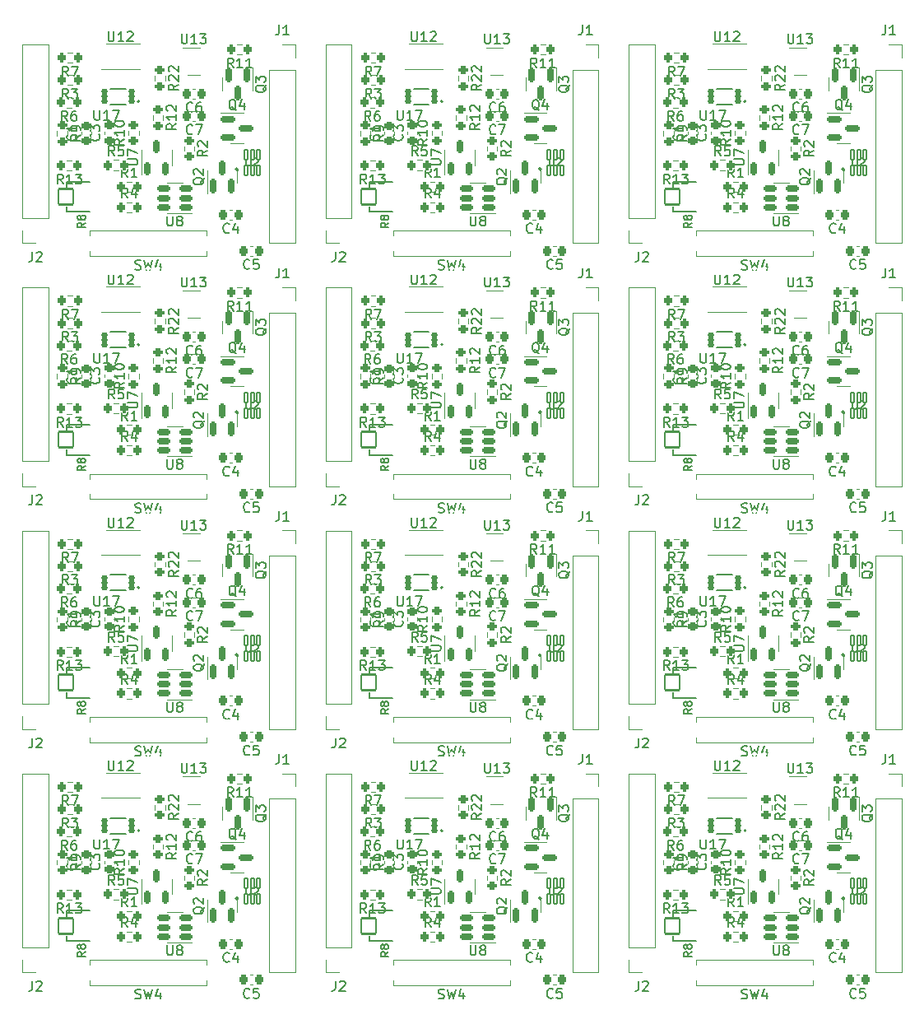
<source format=gto>
G04 #@! TF.GenerationSoftware,KiCad,Pcbnew,7.0.7*
G04 #@! TF.CreationDate,2024-02-13T21:43:46-05:00*
G04 #@! TF.ProjectId,panelized,70616e65-6c69-47a6-9564-2e6b69636164,rev?*
G04 #@! TF.SameCoordinates,Original*
G04 #@! TF.FileFunction,Legend,Top*
G04 #@! TF.FilePolarity,Positive*
%FSLAX46Y46*%
G04 Gerber Fmt 4.6, Leading zero omitted, Abs format (unit mm)*
G04 Created by KiCad (PCBNEW 7.0.7) date 2024-02-13 21:43:46*
%MOMM*%
%LPD*%
G01*
G04 APERTURE LIST*
G04 Aperture macros list*
%AMRoundRect*
0 Rectangle with rounded corners*
0 $1 Rounding radius*
0 $2 $3 $4 $5 $6 $7 $8 $9 X,Y pos of 4 corners*
0 Add a 4 corners polygon primitive as box body*
4,1,4,$2,$3,$4,$5,$6,$7,$8,$9,$2,$3,0*
0 Add four circle primitives for the rounded corners*
1,1,$1+$1,$2,$3*
1,1,$1+$1,$4,$5*
1,1,$1+$1,$6,$7*
1,1,$1+$1,$8,$9*
0 Add four rect primitives between the rounded corners*
20,1,$1+$1,$2,$3,$4,$5,0*
20,1,$1+$1,$4,$5,$6,$7,0*
20,1,$1+$1,$6,$7,$8,$9,0*
20,1,$1+$1,$8,$9,$2,$3,0*%
%AMFreePoly0*
4,1,6,0.500000,-0.850000,-0.500000,-0.850000,-0.500000,0.550000,-0.200000,0.850000,0.500000,0.850000,0.500000,-0.850000,0.500000,-0.850000,$1*%
G04 Aperture macros list end*
%ADD10C,0.150000*%
%ADD11C,0.120000*%
%ADD12C,0.152400*%
%ADD13C,0.127000*%
%ADD14C,0.200000*%
%ADD15C,0.203200*%
%ADD16C,0.500000*%
%ADD17RoundRect,0.150000X0.512500X0.150000X-0.512500X0.150000X-0.512500X-0.150000X0.512500X-0.150000X0*%
%ADD18RoundRect,0.150000X-0.587500X-0.150000X0.587500X-0.150000X0.587500X0.150000X-0.587500X0.150000X0*%
%ADD19RoundRect,0.200000X0.200000X0.275000X-0.200000X0.275000X-0.200000X-0.275000X0.200000X-0.275000X0*%
%ADD20RoundRect,0.200000X-0.275000X0.200000X-0.275000X-0.200000X0.275000X-0.200000X0.275000X0.200000X0*%
%ADD21RoundRect,0.102000X0.750000X-0.800000X0.750000X0.800000X-0.750000X0.800000X-0.750000X-0.800000X0*%
%ADD22R,1.700000X1.700000*%
%ADD23O,1.700000X1.700000*%
%ADD24RoundRect,0.200000X-0.200000X-0.275000X0.200000X-0.275000X0.200000X0.275000X-0.200000X0.275000X0*%
%ADD25RoundRect,0.225000X0.250000X-0.225000X0.250000X0.225000X-0.250000X0.225000X-0.250000X-0.225000X0*%
%ADD26R,0.720000X0.600000*%
%ADD27RoundRect,0.102000X0.275000X0.125000X-0.275000X0.125000X-0.275000X-0.125000X0.275000X-0.125000X0*%
%ADD28R,2.000000X2.000000*%
%ADD29RoundRect,0.200000X0.275000X-0.200000X0.275000X0.200000X-0.275000X0.200000X-0.275000X-0.200000X0*%
%ADD30RoundRect,0.225000X0.225000X0.250000X-0.225000X0.250000X-0.225000X-0.250000X0.225000X-0.250000X0*%
%ADD31RoundRect,0.150000X0.150000X-0.587500X0.150000X0.587500X-0.150000X0.587500X-0.150000X-0.587500X0*%
%ADD32R,0.550000X0.250000*%
%ADD33FreePoly0,0.000000*%
%ADD34RoundRect,0.150000X0.150000X-0.512500X0.150000X0.512500X-0.150000X0.512500X-0.150000X-0.512500X0*%
%ADD35RoundRect,0.150000X-0.150000X0.587500X-0.150000X-0.587500X0.150000X-0.587500X0.150000X0.587500X0*%
%ADD36RoundRect,0.102000X0.150000X-0.495000X0.150000X0.495000X-0.150000X0.495000X-0.150000X-0.495000X0*%
G04 APERTURE END LIST*
D10*
X179982181Y-136348017D02*
X179982181Y-137157540D01*
X179982181Y-137157540D02*
X180029800Y-137252778D01*
X180029800Y-137252778D02*
X180077419Y-137300398D01*
X180077419Y-137300398D02*
X180172657Y-137348017D01*
X180172657Y-137348017D02*
X180363133Y-137348017D01*
X180363133Y-137348017D02*
X180458371Y-137300398D01*
X180458371Y-137300398D02*
X180505990Y-137252778D01*
X180505990Y-137252778D02*
X180553609Y-137157540D01*
X180553609Y-137157540D02*
X180553609Y-136348017D01*
X181172657Y-136776588D02*
X181077419Y-136728969D01*
X181077419Y-136728969D02*
X181029800Y-136681350D01*
X181029800Y-136681350D02*
X180982181Y-136586112D01*
X180982181Y-136586112D02*
X180982181Y-136538493D01*
X180982181Y-136538493D02*
X181029800Y-136443255D01*
X181029800Y-136443255D02*
X181077419Y-136395636D01*
X181077419Y-136395636D02*
X181172657Y-136348017D01*
X181172657Y-136348017D02*
X181363133Y-136348017D01*
X181363133Y-136348017D02*
X181458371Y-136395636D01*
X181458371Y-136395636D02*
X181505990Y-136443255D01*
X181505990Y-136443255D02*
X181553609Y-136538493D01*
X181553609Y-136538493D02*
X181553609Y-136586112D01*
X181553609Y-136586112D02*
X181505990Y-136681350D01*
X181505990Y-136681350D02*
X181458371Y-136728969D01*
X181458371Y-136728969D02*
X181363133Y-136776588D01*
X181363133Y-136776588D02*
X181172657Y-136776588D01*
X181172657Y-136776588D02*
X181077419Y-136824207D01*
X181077419Y-136824207D02*
X181029800Y-136871826D01*
X181029800Y-136871826D02*
X180982181Y-136967064D01*
X180982181Y-136967064D02*
X180982181Y-137157540D01*
X180982181Y-137157540D02*
X181029800Y-137252778D01*
X181029800Y-137252778D02*
X181077419Y-137300398D01*
X181077419Y-137300398D02*
X181172657Y-137348017D01*
X181172657Y-137348017D02*
X181363133Y-137348017D01*
X181363133Y-137348017D02*
X181458371Y-137300398D01*
X181458371Y-137300398D02*
X181505990Y-137252778D01*
X181505990Y-137252778D02*
X181553609Y-137157540D01*
X181553609Y-137157540D02*
X181553609Y-136967064D01*
X181553609Y-136967064D02*
X181505990Y-136871826D01*
X181505990Y-136871826D02*
X181458371Y-136824207D01*
X181458371Y-136824207D02*
X181363133Y-136776588D01*
X124686188Y-125450057D02*
X124590950Y-125402438D01*
X124590950Y-125402438D02*
X124495712Y-125307200D01*
X124495712Y-125307200D02*
X124352855Y-125164342D01*
X124352855Y-125164342D02*
X124257617Y-125116723D01*
X124257617Y-125116723D02*
X124162379Y-125116723D01*
X124209998Y-125354819D02*
X124114760Y-125307200D01*
X124114760Y-125307200D02*
X124019522Y-125211961D01*
X124019522Y-125211961D02*
X123971903Y-125021485D01*
X123971903Y-125021485D02*
X123971903Y-124688152D01*
X123971903Y-124688152D02*
X124019522Y-124497676D01*
X124019522Y-124497676D02*
X124114760Y-124402438D01*
X124114760Y-124402438D02*
X124209998Y-124354819D01*
X124209998Y-124354819D02*
X124400474Y-124354819D01*
X124400474Y-124354819D02*
X124495712Y-124402438D01*
X124495712Y-124402438D02*
X124590950Y-124497676D01*
X124590950Y-124497676D02*
X124638569Y-124688152D01*
X124638569Y-124688152D02*
X124638569Y-125021485D01*
X124638569Y-125021485D02*
X124590950Y-125211961D01*
X124590950Y-125211961D02*
X124495712Y-125307200D01*
X124495712Y-125307200D02*
X124400474Y-125354819D01*
X124400474Y-125354819D02*
X124209998Y-125354819D01*
X125495712Y-124688152D02*
X125495712Y-125354819D01*
X125257617Y-124307200D02*
X125019522Y-125021485D01*
X125019522Y-125021485D02*
X125638569Y-125021485D01*
X138527419Y-76534819D02*
X138194086Y-76058628D01*
X137955991Y-76534819D02*
X137955991Y-75534819D01*
X137955991Y-75534819D02*
X138336943Y-75534819D01*
X138336943Y-75534819D02*
X138432181Y-75582438D01*
X138432181Y-75582438D02*
X138479800Y-75630057D01*
X138479800Y-75630057D02*
X138527419Y-75725295D01*
X138527419Y-75725295D02*
X138527419Y-75868152D01*
X138527419Y-75868152D02*
X138479800Y-75963390D01*
X138479800Y-75963390D02*
X138432181Y-76011009D01*
X138432181Y-76011009D02*
X138336943Y-76058628D01*
X138336943Y-76058628D02*
X137955991Y-76058628D01*
X139384562Y-75534819D02*
X139194086Y-75534819D01*
X139194086Y-75534819D02*
X139098848Y-75582438D01*
X139098848Y-75582438D02*
X139051229Y-75630057D01*
X139051229Y-75630057D02*
X138955991Y-75772914D01*
X138955991Y-75772914D02*
X138908372Y-75963390D01*
X138908372Y-75963390D02*
X138908372Y-76344342D01*
X138908372Y-76344342D02*
X138955991Y-76439580D01*
X138955991Y-76439580D02*
X139003610Y-76487200D01*
X139003610Y-76487200D02*
X139098848Y-76534819D01*
X139098848Y-76534819D02*
X139289324Y-76534819D01*
X139289324Y-76534819D02*
X139384562Y-76487200D01*
X139384562Y-76487200D02*
X139432181Y-76439580D01*
X139432181Y-76439580D02*
X139479800Y-76344342D01*
X139479800Y-76344342D02*
X139479800Y-76106247D01*
X139479800Y-76106247D02*
X139432181Y-76011009D01*
X139432181Y-76011009D02*
X139384562Y-75963390D01*
X139384562Y-75963390D02*
X139289324Y-75915771D01*
X139289324Y-75915771D02*
X139098848Y-75915771D01*
X139098848Y-75915771D02*
X139003610Y-75963390D01*
X139003610Y-75963390D02*
X138955991Y-76011009D01*
X138955991Y-76011009D02*
X138908372Y-76106247D01*
X139868905Y-77981666D02*
X139392714Y-78314999D01*
X139868905Y-78553094D02*
X138868905Y-78553094D01*
X138868905Y-78553094D02*
X138868905Y-78172142D01*
X138868905Y-78172142D02*
X138916524Y-78076904D01*
X138916524Y-78076904D02*
X138964143Y-78029285D01*
X138964143Y-78029285D02*
X139059381Y-77981666D01*
X139059381Y-77981666D02*
X139202238Y-77981666D01*
X139202238Y-77981666D02*
X139297476Y-78029285D01*
X139297476Y-78029285D02*
X139345095Y-78076904D01*
X139345095Y-78076904D02*
X139392714Y-78172142D01*
X139392714Y-78172142D02*
X139392714Y-78553094D01*
X139868905Y-77505475D02*
X139868905Y-77314999D01*
X139868905Y-77314999D02*
X139821286Y-77219761D01*
X139821286Y-77219761D02*
X139773666Y-77172142D01*
X139773666Y-77172142D02*
X139630809Y-77076904D01*
X139630809Y-77076904D02*
X139440333Y-77029285D01*
X139440333Y-77029285D02*
X139059381Y-77029285D01*
X139059381Y-77029285D02*
X138964143Y-77076904D01*
X138964143Y-77076904D02*
X138916524Y-77124523D01*
X138916524Y-77124523D02*
X138868905Y-77219761D01*
X138868905Y-77219761D02*
X138868905Y-77410237D01*
X138868905Y-77410237D02*
X138916524Y-77505475D01*
X138916524Y-77505475D02*
X138964143Y-77553094D01*
X138964143Y-77553094D02*
X139059381Y-77600713D01*
X139059381Y-77600713D02*
X139297476Y-77600713D01*
X139297476Y-77600713D02*
X139392714Y-77553094D01*
X139392714Y-77553094D02*
X139440333Y-77505475D01*
X139440333Y-77505475D02*
X139487952Y-77410237D01*
X139487952Y-77410237D02*
X139487952Y-77219761D01*
X139487952Y-77219761D02*
X139440333Y-77124523D01*
X139440333Y-77124523D02*
X139392714Y-77076904D01*
X139392714Y-77076904D02*
X139297476Y-77029285D01*
X171557004Y-112021030D02*
X171175411Y-112288145D01*
X171557004Y-112478942D02*
X170755658Y-112478942D01*
X170755658Y-112478942D02*
X170755658Y-112173667D01*
X170755658Y-112173667D02*
X170793817Y-112097349D01*
X170793817Y-112097349D02*
X170831977Y-112059189D01*
X170831977Y-112059189D02*
X170908295Y-112021030D01*
X170908295Y-112021030D02*
X171022773Y-112021030D01*
X171022773Y-112021030D02*
X171099092Y-112059189D01*
X171099092Y-112059189D02*
X171137251Y-112097349D01*
X171137251Y-112097349D02*
X171175411Y-112173667D01*
X171175411Y-112173667D02*
X171175411Y-112478942D01*
X171099092Y-111563118D02*
X171060933Y-111639437D01*
X171060933Y-111639437D02*
X171022773Y-111677596D01*
X171022773Y-111677596D02*
X170946455Y-111715755D01*
X170946455Y-111715755D02*
X170908295Y-111715755D01*
X170908295Y-111715755D02*
X170831977Y-111677596D01*
X170831977Y-111677596D02*
X170793817Y-111639437D01*
X170793817Y-111639437D02*
X170755658Y-111563118D01*
X170755658Y-111563118D02*
X170755658Y-111410481D01*
X170755658Y-111410481D02*
X170793817Y-111334162D01*
X170793817Y-111334162D02*
X170831977Y-111296003D01*
X170831977Y-111296003D02*
X170908295Y-111257843D01*
X170908295Y-111257843D02*
X170946455Y-111257843D01*
X170946455Y-111257843D02*
X171022773Y-111296003D01*
X171022773Y-111296003D02*
X171060933Y-111334162D01*
X171060933Y-111334162D02*
X171099092Y-111410481D01*
X171099092Y-111410481D02*
X171099092Y-111563118D01*
X171099092Y-111563118D02*
X171137251Y-111639437D01*
X171137251Y-111639437D02*
X171175411Y-111677596D01*
X171175411Y-111677596D02*
X171251729Y-111715755D01*
X171251729Y-111715755D02*
X171404367Y-111715755D01*
X171404367Y-111715755D02*
X171480685Y-111677596D01*
X171480685Y-111677596D02*
X171518845Y-111639437D01*
X171518845Y-111639437D02*
X171557004Y-111563118D01*
X171557004Y-111563118D02*
X171557004Y-111410481D01*
X171557004Y-111410481D02*
X171518845Y-111334162D01*
X171518845Y-111334162D02*
X171480685Y-111296003D01*
X171480685Y-111296003D02*
X171404367Y-111257843D01*
X171404367Y-111257843D02*
X171251729Y-111257843D01*
X171251729Y-111257843D02*
X171175411Y-111296003D01*
X171175411Y-111296003D02*
X171137251Y-111334162D01*
X171137251Y-111334162D02*
X171099092Y-111410481D01*
X117582181Y-61348017D02*
X117582181Y-62157540D01*
X117582181Y-62157540D02*
X117629800Y-62252778D01*
X117629800Y-62252778D02*
X117677419Y-62300398D01*
X117677419Y-62300398D02*
X117772657Y-62348017D01*
X117772657Y-62348017D02*
X117963133Y-62348017D01*
X117963133Y-62348017D02*
X118058371Y-62300398D01*
X118058371Y-62300398D02*
X118105990Y-62252778D01*
X118105990Y-62252778D02*
X118153609Y-62157540D01*
X118153609Y-62157540D02*
X118153609Y-61348017D01*
X118772657Y-61776588D02*
X118677419Y-61728969D01*
X118677419Y-61728969D02*
X118629800Y-61681350D01*
X118629800Y-61681350D02*
X118582181Y-61586112D01*
X118582181Y-61586112D02*
X118582181Y-61538493D01*
X118582181Y-61538493D02*
X118629800Y-61443255D01*
X118629800Y-61443255D02*
X118677419Y-61395636D01*
X118677419Y-61395636D02*
X118772657Y-61348017D01*
X118772657Y-61348017D02*
X118963133Y-61348017D01*
X118963133Y-61348017D02*
X119058371Y-61395636D01*
X119058371Y-61395636D02*
X119105990Y-61443255D01*
X119105990Y-61443255D02*
X119153609Y-61538493D01*
X119153609Y-61538493D02*
X119153609Y-61586112D01*
X119153609Y-61586112D02*
X119105990Y-61681350D01*
X119105990Y-61681350D02*
X119058371Y-61728969D01*
X119058371Y-61728969D02*
X118963133Y-61776588D01*
X118963133Y-61776588D02*
X118772657Y-61776588D01*
X118772657Y-61776588D02*
X118677419Y-61824207D01*
X118677419Y-61824207D02*
X118629800Y-61871826D01*
X118629800Y-61871826D02*
X118582181Y-61967064D01*
X118582181Y-61967064D02*
X118582181Y-62157540D01*
X118582181Y-62157540D02*
X118629800Y-62252778D01*
X118629800Y-62252778D02*
X118677419Y-62300398D01*
X118677419Y-62300398D02*
X118772657Y-62348017D01*
X118772657Y-62348017D02*
X118963133Y-62348017D01*
X118963133Y-62348017D02*
X119058371Y-62300398D01*
X119058371Y-62300398D02*
X119105990Y-62252778D01*
X119105990Y-62252778D02*
X119153609Y-62157540D01*
X119153609Y-62157540D02*
X119153609Y-61967064D01*
X119153609Y-61967064D02*
X119105990Y-61871826D01*
X119105990Y-61871826D02*
X119058371Y-61824207D01*
X119058371Y-61824207D02*
X118963133Y-61776588D01*
X160310752Y-91684819D02*
X160310752Y-92399104D01*
X160310752Y-92399104D02*
X160263133Y-92541961D01*
X160263133Y-92541961D02*
X160167895Y-92637200D01*
X160167895Y-92637200D02*
X160025038Y-92684819D01*
X160025038Y-92684819D02*
X159929800Y-92684819D01*
X161310752Y-92684819D02*
X160739324Y-92684819D01*
X161025038Y-92684819D02*
X161025038Y-91684819D01*
X161025038Y-91684819D02*
X160929800Y-91827676D01*
X160929800Y-91827676D02*
X160834562Y-91922914D01*
X160834562Y-91922914D02*
X160739324Y-91970533D01*
X107412419Y-121934819D02*
X107079086Y-121458628D01*
X106840991Y-121934819D02*
X106840991Y-120934819D01*
X106840991Y-120934819D02*
X107221943Y-120934819D01*
X107221943Y-120934819D02*
X107317181Y-120982438D01*
X107317181Y-120982438D02*
X107364800Y-121030057D01*
X107364800Y-121030057D02*
X107412419Y-121125295D01*
X107412419Y-121125295D02*
X107412419Y-121268152D01*
X107412419Y-121268152D02*
X107364800Y-121363390D01*
X107364800Y-121363390D02*
X107317181Y-121411009D01*
X107317181Y-121411009D02*
X107221943Y-121458628D01*
X107221943Y-121458628D02*
X106840991Y-121458628D01*
X107745753Y-120934819D02*
X108412419Y-120934819D01*
X108412419Y-120934819D02*
X107983848Y-121934819D01*
X175914919Y-57355517D02*
X175581586Y-56879326D01*
X175343491Y-57355517D02*
X175343491Y-56355517D01*
X175343491Y-56355517D02*
X175724443Y-56355517D01*
X175724443Y-56355517D02*
X175819681Y-56403136D01*
X175819681Y-56403136D02*
X175867300Y-56450755D01*
X175867300Y-56450755D02*
X175914919Y-56545993D01*
X175914919Y-56545993D02*
X175914919Y-56688850D01*
X175914919Y-56688850D02*
X175867300Y-56784088D01*
X175867300Y-56784088D02*
X175819681Y-56831707D01*
X175819681Y-56831707D02*
X175724443Y-56879326D01*
X175724443Y-56879326D02*
X175343491Y-56879326D01*
X176867300Y-57355517D02*
X176295872Y-57355517D01*
X176581586Y-57355517D02*
X176581586Y-56355517D01*
X176581586Y-56355517D02*
X176486348Y-56498374D01*
X176486348Y-56498374D02*
X176391110Y-56593612D01*
X176391110Y-56593612D02*
X176295872Y-56641231D01*
X180928905Y-126842857D02*
X180452714Y-127176190D01*
X180928905Y-127414285D02*
X179928905Y-127414285D01*
X179928905Y-127414285D02*
X179928905Y-127033333D01*
X179928905Y-127033333D02*
X179976524Y-126938095D01*
X179976524Y-126938095D02*
X180024143Y-126890476D01*
X180024143Y-126890476D02*
X180119381Y-126842857D01*
X180119381Y-126842857D02*
X180262238Y-126842857D01*
X180262238Y-126842857D02*
X180357476Y-126890476D01*
X180357476Y-126890476D02*
X180405095Y-126938095D01*
X180405095Y-126938095D02*
X180452714Y-127033333D01*
X180452714Y-127033333D02*
X180452714Y-127414285D01*
X180928905Y-125890476D02*
X180928905Y-126461904D01*
X180928905Y-126176190D02*
X179928905Y-126176190D01*
X179928905Y-126176190D02*
X180071762Y-126271428D01*
X180071762Y-126271428D02*
X180167000Y-126366666D01*
X180167000Y-126366666D02*
X180214619Y-126461904D01*
X180024143Y-125509523D02*
X179976524Y-125461904D01*
X179976524Y-125461904D02*
X179928905Y-125366666D01*
X179928905Y-125366666D02*
X179928905Y-125128571D01*
X179928905Y-125128571D02*
X179976524Y-125033333D01*
X179976524Y-125033333D02*
X180024143Y-124985714D01*
X180024143Y-124985714D02*
X180119381Y-124938095D01*
X180119381Y-124938095D02*
X180214619Y-124938095D01*
X180214619Y-124938095D02*
X180357476Y-124985714D01*
X180357476Y-124985714D02*
X180928905Y-125557142D01*
X180928905Y-125557142D02*
X180928905Y-124938095D01*
X170573666Y-77966666D02*
X170621286Y-78014285D01*
X170621286Y-78014285D02*
X170668905Y-78157142D01*
X170668905Y-78157142D02*
X170668905Y-78252380D01*
X170668905Y-78252380D02*
X170621286Y-78395237D01*
X170621286Y-78395237D02*
X170526047Y-78490475D01*
X170526047Y-78490475D02*
X170430809Y-78538094D01*
X170430809Y-78538094D02*
X170240333Y-78585713D01*
X170240333Y-78585713D02*
X170097476Y-78585713D01*
X170097476Y-78585713D02*
X169907000Y-78538094D01*
X169907000Y-78538094D02*
X169811762Y-78490475D01*
X169811762Y-78490475D02*
X169716524Y-78395237D01*
X169716524Y-78395237D02*
X169668905Y-78252380D01*
X169668905Y-78252380D02*
X169668905Y-78157142D01*
X169668905Y-78157142D02*
X169716524Y-78014285D01*
X169716524Y-78014285D02*
X169764143Y-77966666D01*
X170668905Y-77014285D02*
X170668905Y-77585713D01*
X170668905Y-77299999D02*
X169668905Y-77299999D01*
X169668905Y-77299999D02*
X169811762Y-77395237D01*
X169811762Y-77395237D02*
X169907000Y-77490475D01*
X169907000Y-77490475D02*
X169954619Y-77585713D01*
X173940991Y-92354819D02*
X173940991Y-93164342D01*
X173940991Y-93164342D02*
X173988610Y-93259580D01*
X173988610Y-93259580D02*
X174036229Y-93307200D01*
X174036229Y-93307200D02*
X174131467Y-93354819D01*
X174131467Y-93354819D02*
X174321943Y-93354819D01*
X174321943Y-93354819D02*
X174417181Y-93307200D01*
X174417181Y-93307200D02*
X174464800Y-93259580D01*
X174464800Y-93259580D02*
X174512419Y-93164342D01*
X174512419Y-93164342D02*
X174512419Y-92354819D01*
X175512419Y-93354819D02*
X174940991Y-93354819D01*
X175226705Y-93354819D02*
X175226705Y-92354819D01*
X175226705Y-92354819D02*
X175131467Y-92497676D01*
X175131467Y-92497676D02*
X175036229Y-92592914D01*
X175036229Y-92592914D02*
X174940991Y-92640533D01*
X175893372Y-92450057D02*
X175940991Y-92402438D01*
X175940991Y-92402438D02*
X176036229Y-92354819D01*
X176036229Y-92354819D02*
X176274324Y-92354819D01*
X176274324Y-92354819D02*
X176369562Y-92402438D01*
X176369562Y-92402438D02*
X176417181Y-92450057D01*
X176417181Y-92450057D02*
X176464800Y-92545295D01*
X176464800Y-92545295D02*
X176464800Y-92640533D01*
X176464800Y-92640533D02*
X176417181Y-92783390D01*
X176417181Y-92783390D02*
X175845753Y-93354819D01*
X175845753Y-93354819D02*
X176464800Y-93354819D01*
X141275337Y-75441615D02*
X141275337Y-76252177D01*
X141275337Y-76252177D02*
X141323017Y-76347537D01*
X141323017Y-76347537D02*
X141370698Y-76395218D01*
X141370698Y-76395218D02*
X141466058Y-76442898D01*
X141466058Y-76442898D02*
X141656778Y-76442898D01*
X141656778Y-76442898D02*
X141752139Y-76395218D01*
X141752139Y-76395218D02*
X141799819Y-76347537D01*
X141799819Y-76347537D02*
X141847499Y-76252177D01*
X141847499Y-76252177D02*
X141847499Y-75441615D01*
X142848782Y-76442898D02*
X142276620Y-76442898D01*
X142562701Y-76442898D02*
X142562701Y-75441615D01*
X142562701Y-75441615D02*
X142467341Y-75584655D01*
X142467341Y-75584655D02*
X142371980Y-75680015D01*
X142371980Y-75680015D02*
X142276620Y-75727696D01*
X143182543Y-75441615D02*
X143850065Y-75441615D01*
X143850065Y-75441615D02*
X143420944Y-76442898D01*
X106876228Y-58028017D02*
X106542895Y-57551826D01*
X106304800Y-58028017D02*
X106304800Y-57028017D01*
X106304800Y-57028017D02*
X106685752Y-57028017D01*
X106685752Y-57028017D02*
X106780990Y-57075636D01*
X106780990Y-57075636D02*
X106828609Y-57123255D01*
X106828609Y-57123255D02*
X106876228Y-57218493D01*
X106876228Y-57218493D02*
X106876228Y-57361350D01*
X106876228Y-57361350D02*
X106828609Y-57456588D01*
X106828609Y-57456588D02*
X106780990Y-57504207D01*
X106780990Y-57504207D02*
X106685752Y-57551826D01*
X106685752Y-57551826D02*
X106304800Y-57551826D01*
X107828609Y-58028017D02*
X107257181Y-58028017D01*
X107542895Y-58028017D02*
X107542895Y-57028017D01*
X107542895Y-57028017D02*
X107447657Y-57170874D01*
X107447657Y-57170874D02*
X107352419Y-57266112D01*
X107352419Y-57266112D02*
X107257181Y-57313731D01*
X108161943Y-57028017D02*
X108780990Y-57028017D01*
X108780990Y-57028017D02*
X108447657Y-57408969D01*
X108447657Y-57408969D02*
X108590514Y-57408969D01*
X108590514Y-57408969D02*
X108685752Y-57456588D01*
X108685752Y-57456588D02*
X108733371Y-57504207D01*
X108733371Y-57504207D02*
X108780990Y-57599445D01*
X108780990Y-57599445D02*
X108780990Y-57837540D01*
X108780990Y-57837540D02*
X108733371Y-57932778D01*
X108733371Y-57932778D02*
X108685752Y-57980398D01*
X108685752Y-57980398D02*
X108590514Y-58028017D01*
X108590514Y-58028017D02*
X108304800Y-58028017D01*
X108304800Y-58028017D02*
X108209562Y-57980398D01*
X108209562Y-57980398D02*
X108161943Y-57932778D01*
X184128905Y-54566666D02*
X183652714Y-54899999D01*
X184128905Y-55138094D02*
X183128905Y-55138094D01*
X183128905Y-55138094D02*
X183128905Y-54757142D01*
X183128905Y-54757142D02*
X183176524Y-54661904D01*
X183176524Y-54661904D02*
X183224143Y-54614285D01*
X183224143Y-54614285D02*
X183319381Y-54566666D01*
X183319381Y-54566666D02*
X183462238Y-54566666D01*
X183462238Y-54566666D02*
X183557476Y-54614285D01*
X183557476Y-54614285D02*
X183605095Y-54661904D01*
X183605095Y-54661904D02*
X183652714Y-54757142D01*
X183652714Y-54757142D02*
X183652714Y-55138094D01*
X183224143Y-54185713D02*
X183176524Y-54138094D01*
X183176524Y-54138094D02*
X183128905Y-54042856D01*
X183128905Y-54042856D02*
X183128905Y-53804761D01*
X183128905Y-53804761D02*
X183176524Y-53709523D01*
X183176524Y-53709523D02*
X183224143Y-53661904D01*
X183224143Y-53661904D02*
X183319381Y-53614285D01*
X183319381Y-53614285D02*
X183414619Y-53614285D01*
X183414619Y-53614285D02*
X183557476Y-53661904D01*
X183557476Y-53661904D02*
X184128905Y-54233332D01*
X184128905Y-54233332D02*
X184128905Y-53614285D01*
X114310753Y-116807200D02*
X114453610Y-116854819D01*
X114453610Y-116854819D02*
X114691705Y-116854819D01*
X114691705Y-116854819D02*
X114786943Y-116807200D01*
X114786943Y-116807200D02*
X114834562Y-116759580D01*
X114834562Y-116759580D02*
X114882181Y-116664342D01*
X114882181Y-116664342D02*
X114882181Y-116569104D01*
X114882181Y-116569104D02*
X114834562Y-116473866D01*
X114834562Y-116473866D02*
X114786943Y-116426247D01*
X114786943Y-116426247D02*
X114691705Y-116378628D01*
X114691705Y-116378628D02*
X114501229Y-116331009D01*
X114501229Y-116331009D02*
X114405991Y-116283390D01*
X114405991Y-116283390D02*
X114358372Y-116235771D01*
X114358372Y-116235771D02*
X114310753Y-116140533D01*
X114310753Y-116140533D02*
X114310753Y-116045295D01*
X114310753Y-116045295D02*
X114358372Y-115950057D01*
X114358372Y-115950057D02*
X114405991Y-115902438D01*
X114405991Y-115902438D02*
X114501229Y-115854819D01*
X114501229Y-115854819D02*
X114739324Y-115854819D01*
X114739324Y-115854819D02*
X114882181Y-115902438D01*
X115215515Y-115854819D02*
X115453610Y-116854819D01*
X115453610Y-116854819D02*
X115644086Y-116140533D01*
X115644086Y-116140533D02*
X115834562Y-116854819D01*
X115834562Y-116854819D02*
X116072658Y-115854819D01*
X116882181Y-116188152D02*
X116882181Y-116854819D01*
X116644086Y-115807200D02*
X116405991Y-116521485D01*
X116405991Y-116521485D02*
X117025038Y-116521485D01*
X155886188Y-125450057D02*
X155790950Y-125402438D01*
X155790950Y-125402438D02*
X155695712Y-125307200D01*
X155695712Y-125307200D02*
X155552855Y-125164342D01*
X155552855Y-125164342D02*
X155457617Y-125116723D01*
X155457617Y-125116723D02*
X155362379Y-125116723D01*
X155409998Y-125354819D02*
X155314760Y-125307200D01*
X155314760Y-125307200D02*
X155219522Y-125211961D01*
X155219522Y-125211961D02*
X155171903Y-125021485D01*
X155171903Y-125021485D02*
X155171903Y-124688152D01*
X155171903Y-124688152D02*
X155219522Y-124497676D01*
X155219522Y-124497676D02*
X155314760Y-124402438D01*
X155314760Y-124402438D02*
X155409998Y-124354819D01*
X155409998Y-124354819D02*
X155600474Y-124354819D01*
X155600474Y-124354819D02*
X155695712Y-124402438D01*
X155695712Y-124402438D02*
X155790950Y-124497676D01*
X155790950Y-124497676D02*
X155838569Y-124688152D01*
X155838569Y-124688152D02*
X155838569Y-125021485D01*
X155838569Y-125021485D02*
X155790950Y-125211961D01*
X155790950Y-125211961D02*
X155695712Y-125307200D01*
X155695712Y-125307200D02*
X155600474Y-125354819D01*
X155600474Y-125354819D02*
X155409998Y-125354819D01*
X156695712Y-124688152D02*
X156695712Y-125354819D01*
X156457617Y-124307200D02*
X156219522Y-125021485D01*
X156219522Y-125021485D02*
X156838569Y-125021485D01*
X113168905Y-128442857D02*
X112692714Y-128776190D01*
X113168905Y-129014285D02*
X112168905Y-129014285D01*
X112168905Y-129014285D02*
X112168905Y-128633333D01*
X112168905Y-128633333D02*
X112216524Y-128538095D01*
X112216524Y-128538095D02*
X112264143Y-128490476D01*
X112264143Y-128490476D02*
X112359381Y-128442857D01*
X112359381Y-128442857D02*
X112502238Y-128442857D01*
X112502238Y-128442857D02*
X112597476Y-128490476D01*
X112597476Y-128490476D02*
X112645095Y-128538095D01*
X112645095Y-128538095D02*
X112692714Y-128633333D01*
X112692714Y-128633333D02*
X112692714Y-129014285D01*
X113168905Y-127490476D02*
X113168905Y-128061904D01*
X113168905Y-127776190D02*
X112168905Y-127776190D01*
X112168905Y-127776190D02*
X112311762Y-127871428D01*
X112311762Y-127871428D02*
X112407000Y-127966666D01*
X112407000Y-127966666D02*
X112454619Y-128061904D01*
X112168905Y-126871428D02*
X112168905Y-126776190D01*
X112168905Y-126776190D02*
X112216524Y-126680952D01*
X112216524Y-126680952D02*
X112264143Y-126633333D01*
X112264143Y-126633333D02*
X112359381Y-126585714D01*
X112359381Y-126585714D02*
X112549857Y-126538095D01*
X112549857Y-126538095D02*
X112787952Y-126538095D01*
X112787952Y-126538095D02*
X112978428Y-126585714D01*
X112978428Y-126585714D02*
X113073666Y-126633333D01*
X113073666Y-126633333D02*
X113121286Y-126680952D01*
X113121286Y-126680952D02*
X113168905Y-126776190D01*
X113168905Y-126776190D02*
X113168905Y-126871428D01*
X113168905Y-126871428D02*
X113121286Y-126966666D01*
X113121286Y-126966666D02*
X113073666Y-127014285D01*
X113073666Y-127014285D02*
X112978428Y-127061904D01*
X112978428Y-127061904D02*
X112787952Y-127109523D01*
X112787952Y-127109523D02*
X112549857Y-127109523D01*
X112549857Y-127109523D02*
X112359381Y-127061904D01*
X112359381Y-127061904D02*
X112264143Y-127014285D01*
X112264143Y-127014285D02*
X112216524Y-126966666D01*
X112216524Y-126966666D02*
X112168905Y-126871428D01*
X138076228Y-133028017D02*
X137742895Y-132551826D01*
X137504800Y-133028017D02*
X137504800Y-132028017D01*
X137504800Y-132028017D02*
X137885752Y-132028017D01*
X137885752Y-132028017D02*
X137980990Y-132075636D01*
X137980990Y-132075636D02*
X138028609Y-132123255D01*
X138028609Y-132123255D02*
X138076228Y-132218493D01*
X138076228Y-132218493D02*
X138076228Y-132361350D01*
X138076228Y-132361350D02*
X138028609Y-132456588D01*
X138028609Y-132456588D02*
X137980990Y-132504207D01*
X137980990Y-132504207D02*
X137885752Y-132551826D01*
X137885752Y-132551826D02*
X137504800Y-132551826D01*
X139028609Y-133028017D02*
X138457181Y-133028017D01*
X138742895Y-133028017D02*
X138742895Y-132028017D01*
X138742895Y-132028017D02*
X138647657Y-132170874D01*
X138647657Y-132170874D02*
X138552419Y-132266112D01*
X138552419Y-132266112D02*
X138457181Y-132313731D01*
X139361943Y-132028017D02*
X139980990Y-132028017D01*
X139980990Y-132028017D02*
X139647657Y-132408969D01*
X139647657Y-132408969D02*
X139790514Y-132408969D01*
X139790514Y-132408969D02*
X139885752Y-132456588D01*
X139885752Y-132456588D02*
X139933371Y-132504207D01*
X139933371Y-132504207D02*
X139980990Y-132599445D01*
X139980990Y-132599445D02*
X139980990Y-132837540D01*
X139980990Y-132837540D02*
X139933371Y-132932778D01*
X139933371Y-132932778D02*
X139885752Y-132980398D01*
X139885752Y-132980398D02*
X139790514Y-133028017D01*
X139790514Y-133028017D02*
X139504800Y-133028017D01*
X139504800Y-133028017D02*
X139409562Y-132980398D01*
X139409562Y-132980398D02*
X139361943Y-132932778D01*
X144714919Y-57355517D02*
X144381586Y-56879326D01*
X144143491Y-57355517D02*
X144143491Y-56355517D01*
X144143491Y-56355517D02*
X144524443Y-56355517D01*
X144524443Y-56355517D02*
X144619681Y-56403136D01*
X144619681Y-56403136D02*
X144667300Y-56450755D01*
X144667300Y-56450755D02*
X144714919Y-56545993D01*
X144714919Y-56545993D02*
X144714919Y-56688850D01*
X144714919Y-56688850D02*
X144667300Y-56784088D01*
X144667300Y-56784088D02*
X144619681Y-56831707D01*
X144619681Y-56831707D02*
X144524443Y-56879326D01*
X144524443Y-56879326D02*
X144143491Y-56879326D01*
X145667300Y-57355517D02*
X145095872Y-57355517D01*
X145381586Y-57355517D02*
X145381586Y-56355517D01*
X145381586Y-56355517D02*
X145286348Y-56498374D01*
X145286348Y-56498374D02*
X145191110Y-56593612D01*
X145191110Y-56593612D02*
X145095872Y-56641231D01*
X139373666Y-77966666D02*
X139421286Y-78014285D01*
X139421286Y-78014285D02*
X139468905Y-78157142D01*
X139468905Y-78157142D02*
X139468905Y-78252380D01*
X139468905Y-78252380D02*
X139421286Y-78395237D01*
X139421286Y-78395237D02*
X139326047Y-78490475D01*
X139326047Y-78490475D02*
X139230809Y-78538094D01*
X139230809Y-78538094D02*
X139040333Y-78585713D01*
X139040333Y-78585713D02*
X138897476Y-78585713D01*
X138897476Y-78585713D02*
X138707000Y-78538094D01*
X138707000Y-78538094D02*
X138611762Y-78490475D01*
X138611762Y-78490475D02*
X138516524Y-78395237D01*
X138516524Y-78395237D02*
X138468905Y-78252380D01*
X138468905Y-78252380D02*
X138468905Y-78157142D01*
X138468905Y-78157142D02*
X138516524Y-78014285D01*
X138516524Y-78014285D02*
X138564143Y-77966666D01*
X139468905Y-77014285D02*
X139468905Y-77585713D01*
X139468905Y-77299999D02*
X138468905Y-77299999D01*
X138468905Y-77299999D02*
X138611762Y-77395237D01*
X138611762Y-77395237D02*
X138707000Y-77490475D01*
X138707000Y-77490475D02*
X138754619Y-77585713D01*
X138076228Y-58028017D02*
X137742895Y-57551826D01*
X137504800Y-58028017D02*
X137504800Y-57028017D01*
X137504800Y-57028017D02*
X137885752Y-57028017D01*
X137885752Y-57028017D02*
X137980990Y-57075636D01*
X137980990Y-57075636D02*
X138028609Y-57123255D01*
X138028609Y-57123255D02*
X138076228Y-57218493D01*
X138076228Y-57218493D02*
X138076228Y-57361350D01*
X138076228Y-57361350D02*
X138028609Y-57456588D01*
X138028609Y-57456588D02*
X137980990Y-57504207D01*
X137980990Y-57504207D02*
X137885752Y-57551826D01*
X137885752Y-57551826D02*
X137504800Y-57551826D01*
X139028609Y-58028017D02*
X138457181Y-58028017D01*
X138742895Y-58028017D02*
X138742895Y-57028017D01*
X138742895Y-57028017D02*
X138647657Y-57170874D01*
X138647657Y-57170874D02*
X138552419Y-57266112D01*
X138552419Y-57266112D02*
X138457181Y-57313731D01*
X139361943Y-57028017D02*
X139980990Y-57028017D01*
X139980990Y-57028017D02*
X139647657Y-57408969D01*
X139647657Y-57408969D02*
X139790514Y-57408969D01*
X139790514Y-57408969D02*
X139885752Y-57456588D01*
X139885752Y-57456588D02*
X139933371Y-57504207D01*
X139933371Y-57504207D02*
X139980990Y-57599445D01*
X139980990Y-57599445D02*
X139980990Y-57837540D01*
X139980990Y-57837540D02*
X139933371Y-57932778D01*
X139933371Y-57932778D02*
X139885752Y-57980398D01*
X139885752Y-57980398D02*
X139790514Y-58028017D01*
X139790514Y-58028017D02*
X139504800Y-58028017D01*
X139504800Y-58028017D02*
X139409562Y-57980398D01*
X139409562Y-57980398D02*
X139361943Y-57932778D01*
X171068905Y-77981666D02*
X170592714Y-78314999D01*
X171068905Y-78553094D02*
X170068905Y-78553094D01*
X170068905Y-78553094D02*
X170068905Y-78172142D01*
X170068905Y-78172142D02*
X170116524Y-78076904D01*
X170116524Y-78076904D02*
X170164143Y-78029285D01*
X170164143Y-78029285D02*
X170259381Y-77981666D01*
X170259381Y-77981666D02*
X170402238Y-77981666D01*
X170402238Y-77981666D02*
X170497476Y-78029285D01*
X170497476Y-78029285D02*
X170545095Y-78076904D01*
X170545095Y-78076904D02*
X170592714Y-78172142D01*
X170592714Y-78172142D02*
X170592714Y-78553094D01*
X171068905Y-77505475D02*
X171068905Y-77314999D01*
X171068905Y-77314999D02*
X171021286Y-77219761D01*
X171021286Y-77219761D02*
X170973666Y-77172142D01*
X170973666Y-77172142D02*
X170830809Y-77076904D01*
X170830809Y-77076904D02*
X170640333Y-77029285D01*
X170640333Y-77029285D02*
X170259381Y-77029285D01*
X170259381Y-77029285D02*
X170164143Y-77076904D01*
X170164143Y-77076904D02*
X170116524Y-77124523D01*
X170116524Y-77124523D02*
X170068905Y-77219761D01*
X170068905Y-77219761D02*
X170068905Y-77410237D01*
X170068905Y-77410237D02*
X170116524Y-77505475D01*
X170116524Y-77505475D02*
X170164143Y-77553094D01*
X170164143Y-77553094D02*
X170259381Y-77600713D01*
X170259381Y-77600713D02*
X170497476Y-77600713D01*
X170497476Y-77600713D02*
X170592714Y-77553094D01*
X170592714Y-77553094D02*
X170640333Y-77505475D01*
X170640333Y-77505475D02*
X170687952Y-77410237D01*
X170687952Y-77410237D02*
X170687952Y-77219761D01*
X170687952Y-77219761D02*
X170640333Y-77124523D01*
X170640333Y-77124523D02*
X170592714Y-77076904D01*
X170592714Y-77076904D02*
X170497476Y-77029285D01*
X180928905Y-76842857D02*
X180452714Y-77176190D01*
X180928905Y-77414285D02*
X179928905Y-77414285D01*
X179928905Y-77414285D02*
X179928905Y-77033333D01*
X179928905Y-77033333D02*
X179976524Y-76938095D01*
X179976524Y-76938095D02*
X180024143Y-76890476D01*
X180024143Y-76890476D02*
X180119381Y-76842857D01*
X180119381Y-76842857D02*
X180262238Y-76842857D01*
X180262238Y-76842857D02*
X180357476Y-76890476D01*
X180357476Y-76890476D02*
X180405095Y-76938095D01*
X180405095Y-76938095D02*
X180452714Y-77033333D01*
X180452714Y-77033333D02*
X180452714Y-77414285D01*
X180928905Y-75890476D02*
X180928905Y-76461904D01*
X180928905Y-76176190D02*
X179928905Y-76176190D01*
X179928905Y-76176190D02*
X180071762Y-76271428D01*
X180071762Y-76271428D02*
X180167000Y-76366666D01*
X180167000Y-76366666D02*
X180214619Y-76461904D01*
X180024143Y-75509523D02*
X179976524Y-75461904D01*
X179976524Y-75461904D02*
X179928905Y-75366666D01*
X179928905Y-75366666D02*
X179928905Y-75128571D01*
X179928905Y-75128571D02*
X179976524Y-75033333D01*
X179976524Y-75033333D02*
X180024143Y-74985714D01*
X180024143Y-74985714D02*
X180119381Y-74938095D01*
X180119381Y-74938095D02*
X180214619Y-74938095D01*
X180214619Y-74938095D02*
X180357476Y-74985714D01*
X180357476Y-74985714D02*
X180928905Y-75557142D01*
X180928905Y-75557142D02*
X180928905Y-74938095D01*
X151387419Y-75539580D02*
X151339800Y-75587200D01*
X151339800Y-75587200D02*
X151196943Y-75634819D01*
X151196943Y-75634819D02*
X151101705Y-75634819D01*
X151101705Y-75634819D02*
X150958848Y-75587200D01*
X150958848Y-75587200D02*
X150863610Y-75491961D01*
X150863610Y-75491961D02*
X150815991Y-75396723D01*
X150815991Y-75396723D02*
X150768372Y-75206247D01*
X150768372Y-75206247D02*
X150768372Y-75063390D01*
X150768372Y-75063390D02*
X150815991Y-74872914D01*
X150815991Y-74872914D02*
X150863610Y-74777676D01*
X150863610Y-74777676D02*
X150958848Y-74682438D01*
X150958848Y-74682438D02*
X151101705Y-74634819D01*
X151101705Y-74634819D02*
X151196943Y-74634819D01*
X151196943Y-74634819D02*
X151339800Y-74682438D01*
X151339800Y-74682438D02*
X151387419Y-74730057D01*
X152244562Y-74634819D02*
X152054086Y-74634819D01*
X152054086Y-74634819D02*
X151958848Y-74682438D01*
X151958848Y-74682438D02*
X151911229Y-74730057D01*
X151911229Y-74730057D02*
X151815991Y-74872914D01*
X151815991Y-74872914D02*
X151768372Y-75063390D01*
X151768372Y-75063390D02*
X151768372Y-75444342D01*
X151768372Y-75444342D02*
X151815991Y-75539580D01*
X151815991Y-75539580D02*
X151863610Y-75587200D01*
X151863610Y-75587200D02*
X151958848Y-75634819D01*
X151958848Y-75634819D02*
X152149324Y-75634819D01*
X152149324Y-75634819D02*
X152244562Y-75587200D01*
X152244562Y-75587200D02*
X152292181Y-75539580D01*
X152292181Y-75539580D02*
X152339800Y-75444342D01*
X152339800Y-75444342D02*
X152339800Y-75206247D01*
X152339800Y-75206247D02*
X152292181Y-75111009D01*
X152292181Y-75111009D02*
X152244562Y-75063390D01*
X152244562Y-75063390D02*
X152149324Y-75015771D01*
X152149324Y-75015771D02*
X151958848Y-75015771D01*
X151958848Y-75015771D02*
X151863610Y-75063390D01*
X151863610Y-75063390D02*
X151815991Y-75111009D01*
X151815991Y-75111009D02*
X151768372Y-75206247D01*
X149728905Y-51842857D02*
X149252714Y-52176190D01*
X149728905Y-52414285D02*
X148728905Y-52414285D01*
X148728905Y-52414285D02*
X148728905Y-52033333D01*
X148728905Y-52033333D02*
X148776524Y-51938095D01*
X148776524Y-51938095D02*
X148824143Y-51890476D01*
X148824143Y-51890476D02*
X148919381Y-51842857D01*
X148919381Y-51842857D02*
X149062238Y-51842857D01*
X149062238Y-51842857D02*
X149157476Y-51890476D01*
X149157476Y-51890476D02*
X149205095Y-51938095D01*
X149205095Y-51938095D02*
X149252714Y-52033333D01*
X149252714Y-52033333D02*
X149252714Y-52414285D01*
X149728905Y-50890476D02*
X149728905Y-51461904D01*
X149728905Y-51176190D02*
X148728905Y-51176190D01*
X148728905Y-51176190D02*
X148871762Y-51271428D01*
X148871762Y-51271428D02*
X148967000Y-51366666D01*
X148967000Y-51366666D02*
X149014619Y-51461904D01*
X148824143Y-50509523D02*
X148776524Y-50461904D01*
X148776524Y-50461904D02*
X148728905Y-50366666D01*
X148728905Y-50366666D02*
X148728905Y-50128571D01*
X148728905Y-50128571D02*
X148776524Y-50033333D01*
X148776524Y-50033333D02*
X148824143Y-49985714D01*
X148824143Y-49985714D02*
X148919381Y-49938095D01*
X148919381Y-49938095D02*
X149014619Y-49938095D01*
X149014619Y-49938095D02*
X149157476Y-49985714D01*
X149157476Y-49985714D02*
X149728905Y-50557142D01*
X149728905Y-50557142D02*
X149728905Y-49938095D01*
X175927419Y-59468017D02*
X175594086Y-58991826D01*
X175355991Y-59468017D02*
X175355991Y-58468017D01*
X175355991Y-58468017D02*
X175736943Y-58468017D01*
X175736943Y-58468017D02*
X175832181Y-58515636D01*
X175832181Y-58515636D02*
X175879800Y-58563255D01*
X175879800Y-58563255D02*
X175927419Y-58658493D01*
X175927419Y-58658493D02*
X175927419Y-58801350D01*
X175927419Y-58801350D02*
X175879800Y-58896588D01*
X175879800Y-58896588D02*
X175832181Y-58944207D01*
X175832181Y-58944207D02*
X175736943Y-58991826D01*
X175736943Y-58991826D02*
X175355991Y-58991826D01*
X176784562Y-58801350D02*
X176784562Y-59468017D01*
X176546467Y-58420398D02*
X176308372Y-59134683D01*
X176308372Y-59134683D02*
X176927419Y-59134683D01*
X169812419Y-99234819D02*
X169479086Y-98758628D01*
X169240991Y-99234819D02*
X169240991Y-98234819D01*
X169240991Y-98234819D02*
X169621943Y-98234819D01*
X169621943Y-98234819D02*
X169717181Y-98282438D01*
X169717181Y-98282438D02*
X169764800Y-98330057D01*
X169764800Y-98330057D02*
X169812419Y-98425295D01*
X169812419Y-98425295D02*
X169812419Y-98568152D01*
X169812419Y-98568152D02*
X169764800Y-98663390D01*
X169764800Y-98663390D02*
X169717181Y-98711009D01*
X169717181Y-98711009D02*
X169621943Y-98758628D01*
X169621943Y-98758628D02*
X169240991Y-98758628D01*
X170145753Y-98234819D02*
X170764800Y-98234819D01*
X170764800Y-98234819D02*
X170431467Y-98615771D01*
X170431467Y-98615771D02*
X170574324Y-98615771D01*
X170574324Y-98615771D02*
X170669562Y-98663390D01*
X170669562Y-98663390D02*
X170717181Y-98711009D01*
X170717181Y-98711009D02*
X170764800Y-98806247D01*
X170764800Y-98806247D02*
X170764800Y-99044342D01*
X170764800Y-99044342D02*
X170717181Y-99139580D01*
X170717181Y-99139580D02*
X170669562Y-99187200D01*
X170669562Y-99187200D02*
X170574324Y-99234819D01*
X170574324Y-99234819D02*
X170288610Y-99234819D01*
X170288610Y-99234819D02*
X170193372Y-99187200D01*
X170193372Y-99187200D02*
X170145753Y-99139580D01*
X169812419Y-74234819D02*
X169479086Y-73758628D01*
X169240991Y-74234819D02*
X169240991Y-73234819D01*
X169240991Y-73234819D02*
X169621943Y-73234819D01*
X169621943Y-73234819D02*
X169717181Y-73282438D01*
X169717181Y-73282438D02*
X169764800Y-73330057D01*
X169764800Y-73330057D02*
X169812419Y-73425295D01*
X169812419Y-73425295D02*
X169812419Y-73568152D01*
X169812419Y-73568152D02*
X169764800Y-73663390D01*
X169764800Y-73663390D02*
X169717181Y-73711009D01*
X169717181Y-73711009D02*
X169621943Y-73758628D01*
X169621943Y-73758628D02*
X169240991Y-73758628D01*
X170145753Y-73234819D02*
X170764800Y-73234819D01*
X170764800Y-73234819D02*
X170431467Y-73615771D01*
X170431467Y-73615771D02*
X170574324Y-73615771D01*
X170574324Y-73615771D02*
X170669562Y-73663390D01*
X170669562Y-73663390D02*
X170717181Y-73711009D01*
X170717181Y-73711009D02*
X170764800Y-73806247D01*
X170764800Y-73806247D02*
X170764800Y-74044342D01*
X170764800Y-74044342D02*
X170717181Y-74139580D01*
X170717181Y-74139580D02*
X170669562Y-74187200D01*
X170669562Y-74187200D02*
X170574324Y-74234819D01*
X170574324Y-74234819D02*
X170288610Y-74234819D01*
X170288610Y-74234819D02*
X170193372Y-74187200D01*
X170193372Y-74187200D02*
X170145753Y-74139580D01*
X191510752Y-66684819D02*
X191510752Y-67399104D01*
X191510752Y-67399104D02*
X191463133Y-67541961D01*
X191463133Y-67541961D02*
X191367895Y-67637200D01*
X191367895Y-67637200D02*
X191225038Y-67684819D01*
X191225038Y-67684819D02*
X191129800Y-67684819D01*
X192510752Y-67684819D02*
X191939324Y-67684819D01*
X192225038Y-67684819D02*
X192225038Y-66684819D01*
X192225038Y-66684819D02*
X192129800Y-66827676D01*
X192129800Y-66827676D02*
X192034562Y-66922914D01*
X192034562Y-66922914D02*
X191939324Y-66970533D01*
X182587419Y-50539580D02*
X182539800Y-50587200D01*
X182539800Y-50587200D02*
X182396943Y-50634819D01*
X182396943Y-50634819D02*
X182301705Y-50634819D01*
X182301705Y-50634819D02*
X182158848Y-50587200D01*
X182158848Y-50587200D02*
X182063610Y-50491961D01*
X182063610Y-50491961D02*
X182015991Y-50396723D01*
X182015991Y-50396723D02*
X181968372Y-50206247D01*
X181968372Y-50206247D02*
X181968372Y-50063390D01*
X181968372Y-50063390D02*
X182015991Y-49872914D01*
X182015991Y-49872914D02*
X182063610Y-49777676D01*
X182063610Y-49777676D02*
X182158848Y-49682438D01*
X182158848Y-49682438D02*
X182301705Y-49634819D01*
X182301705Y-49634819D02*
X182396943Y-49634819D01*
X182396943Y-49634819D02*
X182539800Y-49682438D01*
X182539800Y-49682438D02*
X182587419Y-49730057D01*
X183444562Y-49634819D02*
X183254086Y-49634819D01*
X183254086Y-49634819D02*
X183158848Y-49682438D01*
X183158848Y-49682438D02*
X183111229Y-49730057D01*
X183111229Y-49730057D02*
X183015991Y-49872914D01*
X183015991Y-49872914D02*
X182968372Y-50063390D01*
X182968372Y-50063390D02*
X182968372Y-50444342D01*
X182968372Y-50444342D02*
X183015991Y-50539580D01*
X183015991Y-50539580D02*
X183063610Y-50587200D01*
X183063610Y-50587200D02*
X183158848Y-50634819D01*
X183158848Y-50634819D02*
X183349324Y-50634819D01*
X183349324Y-50634819D02*
X183444562Y-50587200D01*
X183444562Y-50587200D02*
X183492181Y-50539580D01*
X183492181Y-50539580D02*
X183539800Y-50444342D01*
X183539800Y-50444342D02*
X183539800Y-50206247D01*
X183539800Y-50206247D02*
X183492181Y-50111009D01*
X183492181Y-50111009D02*
X183444562Y-50063390D01*
X183444562Y-50063390D02*
X183349324Y-50015771D01*
X183349324Y-50015771D02*
X183158848Y-50015771D01*
X183158848Y-50015771D02*
X183063610Y-50063390D01*
X183063610Y-50063390D02*
X183015991Y-50111009D01*
X183015991Y-50111009D02*
X182968372Y-50206247D01*
X172973666Y-77941666D02*
X173021286Y-77989285D01*
X173021286Y-77989285D02*
X173068905Y-78132142D01*
X173068905Y-78132142D02*
X173068905Y-78227380D01*
X173068905Y-78227380D02*
X173021286Y-78370237D01*
X173021286Y-78370237D02*
X172926047Y-78465475D01*
X172926047Y-78465475D02*
X172830809Y-78513094D01*
X172830809Y-78513094D02*
X172640333Y-78560713D01*
X172640333Y-78560713D02*
X172497476Y-78560713D01*
X172497476Y-78560713D02*
X172307000Y-78513094D01*
X172307000Y-78513094D02*
X172211762Y-78465475D01*
X172211762Y-78465475D02*
X172116524Y-78370237D01*
X172116524Y-78370237D02*
X172068905Y-78227380D01*
X172068905Y-78227380D02*
X172068905Y-78132142D01*
X172068905Y-78132142D02*
X172116524Y-77989285D01*
X172116524Y-77989285D02*
X172164143Y-77941666D01*
X172068905Y-77608332D02*
X172068905Y-76989285D01*
X172068905Y-76989285D02*
X172449857Y-77322618D01*
X172449857Y-77322618D02*
X172449857Y-77179761D01*
X172449857Y-77179761D02*
X172497476Y-77084523D01*
X172497476Y-77084523D02*
X172545095Y-77036904D01*
X172545095Y-77036904D02*
X172640333Y-76989285D01*
X172640333Y-76989285D02*
X172878428Y-76989285D01*
X172878428Y-76989285D02*
X172973666Y-77036904D01*
X172973666Y-77036904D02*
X173021286Y-77084523D01*
X173021286Y-77084523D02*
X173068905Y-77179761D01*
X173068905Y-77179761D02*
X173068905Y-77465475D01*
X173068905Y-77465475D02*
X173021286Y-77560713D01*
X173021286Y-77560713D02*
X172973666Y-77608332D01*
X191510752Y-116684819D02*
X191510752Y-117399104D01*
X191510752Y-117399104D02*
X191463133Y-117541961D01*
X191463133Y-117541961D02*
X191367895Y-117637200D01*
X191367895Y-117637200D02*
X191225038Y-117684819D01*
X191225038Y-117684819D02*
X191129800Y-117684819D01*
X192510752Y-117684819D02*
X191939324Y-117684819D01*
X192225038Y-117684819D02*
X192225038Y-116684819D01*
X192225038Y-116684819D02*
X192129800Y-116827676D01*
X192129800Y-116827676D02*
X192034562Y-116922914D01*
X192034562Y-116922914D02*
X191939324Y-116970533D01*
X169276228Y-58028017D02*
X168942895Y-57551826D01*
X168704800Y-58028017D02*
X168704800Y-57028017D01*
X168704800Y-57028017D02*
X169085752Y-57028017D01*
X169085752Y-57028017D02*
X169180990Y-57075636D01*
X169180990Y-57075636D02*
X169228609Y-57123255D01*
X169228609Y-57123255D02*
X169276228Y-57218493D01*
X169276228Y-57218493D02*
X169276228Y-57361350D01*
X169276228Y-57361350D02*
X169228609Y-57456588D01*
X169228609Y-57456588D02*
X169180990Y-57504207D01*
X169180990Y-57504207D02*
X169085752Y-57551826D01*
X169085752Y-57551826D02*
X168704800Y-57551826D01*
X170228609Y-58028017D02*
X169657181Y-58028017D01*
X169942895Y-58028017D02*
X169942895Y-57028017D01*
X169942895Y-57028017D02*
X169847657Y-57170874D01*
X169847657Y-57170874D02*
X169752419Y-57266112D01*
X169752419Y-57266112D02*
X169657181Y-57313731D01*
X170561943Y-57028017D02*
X171180990Y-57028017D01*
X171180990Y-57028017D02*
X170847657Y-57408969D01*
X170847657Y-57408969D02*
X170990514Y-57408969D01*
X170990514Y-57408969D02*
X171085752Y-57456588D01*
X171085752Y-57456588D02*
X171133371Y-57504207D01*
X171133371Y-57504207D02*
X171180990Y-57599445D01*
X171180990Y-57599445D02*
X171180990Y-57837540D01*
X171180990Y-57837540D02*
X171133371Y-57932778D01*
X171133371Y-57932778D02*
X171085752Y-57980398D01*
X171085752Y-57980398D02*
X170990514Y-58028017D01*
X170990514Y-58028017D02*
X170704800Y-58028017D01*
X170704800Y-58028017D02*
X170609562Y-57980398D01*
X170609562Y-57980398D02*
X170561943Y-57932778D01*
X175568905Y-78442857D02*
X175092714Y-78776190D01*
X175568905Y-79014285D02*
X174568905Y-79014285D01*
X174568905Y-79014285D02*
X174568905Y-78633333D01*
X174568905Y-78633333D02*
X174616524Y-78538095D01*
X174616524Y-78538095D02*
X174664143Y-78490476D01*
X174664143Y-78490476D02*
X174759381Y-78442857D01*
X174759381Y-78442857D02*
X174902238Y-78442857D01*
X174902238Y-78442857D02*
X174997476Y-78490476D01*
X174997476Y-78490476D02*
X175045095Y-78538095D01*
X175045095Y-78538095D02*
X175092714Y-78633333D01*
X175092714Y-78633333D02*
X175092714Y-79014285D01*
X175568905Y-77490476D02*
X175568905Y-78061904D01*
X175568905Y-77776190D02*
X174568905Y-77776190D01*
X174568905Y-77776190D02*
X174711762Y-77871428D01*
X174711762Y-77871428D02*
X174807000Y-77966666D01*
X174807000Y-77966666D02*
X174854619Y-78061904D01*
X174568905Y-76871428D02*
X174568905Y-76776190D01*
X174568905Y-76776190D02*
X174616524Y-76680952D01*
X174616524Y-76680952D02*
X174664143Y-76633333D01*
X174664143Y-76633333D02*
X174759381Y-76585714D01*
X174759381Y-76585714D02*
X174949857Y-76538095D01*
X174949857Y-76538095D02*
X175187952Y-76538095D01*
X175187952Y-76538095D02*
X175378428Y-76585714D01*
X175378428Y-76585714D02*
X175473666Y-76633333D01*
X175473666Y-76633333D02*
X175521286Y-76680952D01*
X175521286Y-76680952D02*
X175568905Y-76776190D01*
X175568905Y-76776190D02*
X175568905Y-76871428D01*
X175568905Y-76871428D02*
X175521286Y-76966666D01*
X175521286Y-76966666D02*
X175473666Y-77014285D01*
X175473666Y-77014285D02*
X175378428Y-77061904D01*
X175378428Y-77061904D02*
X175187952Y-77109523D01*
X175187952Y-77109523D02*
X174949857Y-77109523D01*
X174949857Y-77109523D02*
X174759381Y-77061904D01*
X174759381Y-77061904D02*
X174664143Y-77014285D01*
X174664143Y-77014285D02*
X174616524Y-76966666D01*
X174616524Y-76966666D02*
X174568905Y-76871428D01*
X155601228Y-96084819D02*
X155267895Y-95608628D01*
X155029800Y-96084819D02*
X155029800Y-95084819D01*
X155029800Y-95084819D02*
X155410752Y-95084819D01*
X155410752Y-95084819D02*
X155505990Y-95132438D01*
X155505990Y-95132438D02*
X155553609Y-95180057D01*
X155553609Y-95180057D02*
X155601228Y-95275295D01*
X155601228Y-95275295D02*
X155601228Y-95418152D01*
X155601228Y-95418152D02*
X155553609Y-95513390D01*
X155553609Y-95513390D02*
X155505990Y-95561009D01*
X155505990Y-95561009D02*
X155410752Y-95608628D01*
X155410752Y-95608628D02*
X155029800Y-95608628D01*
X156553609Y-96084819D02*
X155982181Y-96084819D01*
X156267895Y-96084819D02*
X156267895Y-95084819D01*
X156267895Y-95084819D02*
X156172657Y-95227676D01*
X156172657Y-95227676D02*
X156077419Y-95322914D01*
X156077419Y-95322914D02*
X155982181Y-95370533D01*
X157505990Y-96084819D02*
X156934562Y-96084819D01*
X157220276Y-96084819D02*
X157220276Y-95084819D01*
X157220276Y-95084819D02*
X157125038Y-95227676D01*
X157125038Y-95227676D02*
X157029800Y-95322914D01*
X157029800Y-95322914D02*
X156934562Y-95370533D01*
X138612419Y-96934819D02*
X138279086Y-96458628D01*
X138040991Y-96934819D02*
X138040991Y-95934819D01*
X138040991Y-95934819D02*
X138421943Y-95934819D01*
X138421943Y-95934819D02*
X138517181Y-95982438D01*
X138517181Y-95982438D02*
X138564800Y-96030057D01*
X138564800Y-96030057D02*
X138612419Y-96125295D01*
X138612419Y-96125295D02*
X138612419Y-96268152D01*
X138612419Y-96268152D02*
X138564800Y-96363390D01*
X138564800Y-96363390D02*
X138517181Y-96411009D01*
X138517181Y-96411009D02*
X138421943Y-96458628D01*
X138421943Y-96458628D02*
X138040991Y-96458628D01*
X138945753Y-95934819D02*
X139612419Y-95934819D01*
X139612419Y-95934819D02*
X139183848Y-96934819D01*
X169812419Y-49234819D02*
X169479086Y-48758628D01*
X169240991Y-49234819D02*
X169240991Y-48234819D01*
X169240991Y-48234819D02*
X169621943Y-48234819D01*
X169621943Y-48234819D02*
X169717181Y-48282438D01*
X169717181Y-48282438D02*
X169764800Y-48330057D01*
X169764800Y-48330057D02*
X169812419Y-48425295D01*
X169812419Y-48425295D02*
X169812419Y-48568152D01*
X169812419Y-48568152D02*
X169764800Y-48663390D01*
X169764800Y-48663390D02*
X169717181Y-48711009D01*
X169717181Y-48711009D02*
X169621943Y-48758628D01*
X169621943Y-48758628D02*
X169240991Y-48758628D01*
X170145753Y-48234819D02*
X170764800Y-48234819D01*
X170764800Y-48234819D02*
X170431467Y-48615771D01*
X170431467Y-48615771D02*
X170574324Y-48615771D01*
X170574324Y-48615771D02*
X170669562Y-48663390D01*
X170669562Y-48663390D02*
X170717181Y-48711009D01*
X170717181Y-48711009D02*
X170764800Y-48806247D01*
X170764800Y-48806247D02*
X170764800Y-49044342D01*
X170764800Y-49044342D02*
X170717181Y-49139580D01*
X170717181Y-49139580D02*
X170669562Y-49187200D01*
X170669562Y-49187200D02*
X170574324Y-49234819D01*
X170574324Y-49234819D02*
X170288610Y-49234819D01*
X170288610Y-49234819D02*
X170193372Y-49187200D01*
X170193372Y-49187200D02*
X170145753Y-49139580D01*
X152594143Y-57395238D02*
X152546524Y-57490476D01*
X152546524Y-57490476D02*
X152451286Y-57585714D01*
X152451286Y-57585714D02*
X152308428Y-57728571D01*
X152308428Y-57728571D02*
X152260809Y-57823809D01*
X152260809Y-57823809D02*
X152260809Y-57919047D01*
X152498905Y-57871428D02*
X152451286Y-57966666D01*
X152451286Y-57966666D02*
X152356047Y-58061904D01*
X152356047Y-58061904D02*
X152165571Y-58109523D01*
X152165571Y-58109523D02*
X151832238Y-58109523D01*
X151832238Y-58109523D02*
X151641762Y-58061904D01*
X151641762Y-58061904D02*
X151546524Y-57966666D01*
X151546524Y-57966666D02*
X151498905Y-57871428D01*
X151498905Y-57871428D02*
X151498905Y-57680952D01*
X151498905Y-57680952D02*
X151546524Y-57585714D01*
X151546524Y-57585714D02*
X151641762Y-57490476D01*
X151641762Y-57490476D02*
X151832238Y-57442857D01*
X151832238Y-57442857D02*
X152165571Y-57442857D01*
X152165571Y-57442857D02*
X152356047Y-57490476D01*
X152356047Y-57490476D02*
X152451286Y-57585714D01*
X152451286Y-57585714D02*
X152498905Y-57680952D01*
X152498905Y-57680952D02*
X152498905Y-57871428D01*
X151594143Y-57061904D02*
X151546524Y-57014285D01*
X151546524Y-57014285D02*
X151498905Y-56919047D01*
X151498905Y-56919047D02*
X151498905Y-56680952D01*
X151498905Y-56680952D02*
X151546524Y-56585714D01*
X151546524Y-56585714D02*
X151594143Y-56538095D01*
X151594143Y-56538095D02*
X151689381Y-56490476D01*
X151689381Y-56490476D02*
X151784619Y-56490476D01*
X151784619Y-56490476D02*
X151927476Y-56538095D01*
X151927476Y-56538095D02*
X152498905Y-57109523D01*
X152498905Y-57109523D02*
X152498905Y-56490476D01*
X183794143Y-82395238D02*
X183746524Y-82490476D01*
X183746524Y-82490476D02*
X183651286Y-82585714D01*
X183651286Y-82585714D02*
X183508428Y-82728571D01*
X183508428Y-82728571D02*
X183460809Y-82823809D01*
X183460809Y-82823809D02*
X183460809Y-82919047D01*
X183698905Y-82871428D02*
X183651286Y-82966666D01*
X183651286Y-82966666D02*
X183556047Y-83061904D01*
X183556047Y-83061904D02*
X183365571Y-83109523D01*
X183365571Y-83109523D02*
X183032238Y-83109523D01*
X183032238Y-83109523D02*
X182841762Y-83061904D01*
X182841762Y-83061904D02*
X182746524Y-82966666D01*
X182746524Y-82966666D02*
X182698905Y-82871428D01*
X182698905Y-82871428D02*
X182698905Y-82680952D01*
X182698905Y-82680952D02*
X182746524Y-82585714D01*
X182746524Y-82585714D02*
X182841762Y-82490476D01*
X182841762Y-82490476D02*
X183032238Y-82442857D01*
X183032238Y-82442857D02*
X183365571Y-82442857D01*
X183365571Y-82442857D02*
X183556047Y-82490476D01*
X183556047Y-82490476D02*
X183651286Y-82585714D01*
X183651286Y-82585714D02*
X183698905Y-82680952D01*
X183698905Y-82680952D02*
X183698905Y-82871428D01*
X182794143Y-82061904D02*
X182746524Y-82014285D01*
X182746524Y-82014285D02*
X182698905Y-81919047D01*
X182698905Y-81919047D02*
X182698905Y-81680952D01*
X182698905Y-81680952D02*
X182746524Y-81585714D01*
X182746524Y-81585714D02*
X182794143Y-81538095D01*
X182794143Y-81538095D02*
X182889381Y-81490476D01*
X182889381Y-81490476D02*
X182984619Y-81490476D01*
X182984619Y-81490476D02*
X183127476Y-81538095D01*
X183127476Y-81538095D02*
X183698905Y-82109523D01*
X183698905Y-82109523D02*
X183698905Y-81490476D01*
X119065991Y-67604819D02*
X119065991Y-68414342D01*
X119065991Y-68414342D02*
X119113610Y-68509580D01*
X119113610Y-68509580D02*
X119161229Y-68557200D01*
X119161229Y-68557200D02*
X119256467Y-68604819D01*
X119256467Y-68604819D02*
X119446943Y-68604819D01*
X119446943Y-68604819D02*
X119542181Y-68557200D01*
X119542181Y-68557200D02*
X119589800Y-68509580D01*
X119589800Y-68509580D02*
X119637419Y-68414342D01*
X119637419Y-68414342D02*
X119637419Y-67604819D01*
X120637419Y-68604819D02*
X120065991Y-68604819D01*
X120351705Y-68604819D02*
X120351705Y-67604819D01*
X120351705Y-67604819D02*
X120256467Y-67747676D01*
X120256467Y-67747676D02*
X120161229Y-67842914D01*
X120161229Y-67842914D02*
X120065991Y-67890533D01*
X120970753Y-67604819D02*
X121589800Y-67604819D01*
X121589800Y-67604819D02*
X121256467Y-67985771D01*
X121256467Y-67985771D02*
X121399324Y-67985771D01*
X121399324Y-67985771D02*
X121494562Y-68033390D01*
X121494562Y-68033390D02*
X121542181Y-68081009D01*
X121542181Y-68081009D02*
X121589800Y-68176247D01*
X121589800Y-68176247D02*
X121589800Y-68414342D01*
X121589800Y-68414342D02*
X121542181Y-68509580D01*
X121542181Y-68509580D02*
X121494562Y-68557200D01*
X121494562Y-68557200D02*
X121399324Y-68604819D01*
X121399324Y-68604819D02*
X121113610Y-68604819D01*
X121113610Y-68604819D02*
X121018372Y-68557200D01*
X121018372Y-68557200D02*
X120970753Y-68509580D01*
X180928905Y-101842857D02*
X180452714Y-102176190D01*
X180928905Y-102414285D02*
X179928905Y-102414285D01*
X179928905Y-102414285D02*
X179928905Y-102033333D01*
X179928905Y-102033333D02*
X179976524Y-101938095D01*
X179976524Y-101938095D02*
X180024143Y-101890476D01*
X180024143Y-101890476D02*
X180119381Y-101842857D01*
X180119381Y-101842857D02*
X180262238Y-101842857D01*
X180262238Y-101842857D02*
X180357476Y-101890476D01*
X180357476Y-101890476D02*
X180405095Y-101938095D01*
X180405095Y-101938095D02*
X180452714Y-102033333D01*
X180452714Y-102033333D02*
X180452714Y-102414285D01*
X180928905Y-100890476D02*
X180928905Y-101461904D01*
X180928905Y-101176190D02*
X179928905Y-101176190D01*
X179928905Y-101176190D02*
X180071762Y-101271428D01*
X180071762Y-101271428D02*
X180167000Y-101366666D01*
X180167000Y-101366666D02*
X180214619Y-101461904D01*
X180024143Y-100509523D02*
X179976524Y-100461904D01*
X179976524Y-100461904D02*
X179928905Y-100366666D01*
X179928905Y-100366666D02*
X179928905Y-100128571D01*
X179928905Y-100128571D02*
X179976524Y-100033333D01*
X179976524Y-100033333D02*
X180024143Y-99985714D01*
X180024143Y-99985714D02*
X180119381Y-99938095D01*
X180119381Y-99938095D02*
X180214619Y-99938095D01*
X180214619Y-99938095D02*
X180357476Y-99985714D01*
X180357476Y-99985714D02*
X180928905Y-100557142D01*
X180928905Y-100557142D02*
X180928905Y-99938095D01*
X157277419Y-91689580D02*
X157229800Y-91737200D01*
X157229800Y-91737200D02*
X157086943Y-91784819D01*
X157086943Y-91784819D02*
X156991705Y-91784819D01*
X156991705Y-91784819D02*
X156848848Y-91737200D01*
X156848848Y-91737200D02*
X156753610Y-91641961D01*
X156753610Y-91641961D02*
X156705991Y-91546723D01*
X156705991Y-91546723D02*
X156658372Y-91356247D01*
X156658372Y-91356247D02*
X156658372Y-91213390D01*
X156658372Y-91213390D02*
X156705991Y-91022914D01*
X156705991Y-91022914D02*
X156753610Y-90927676D01*
X156753610Y-90927676D02*
X156848848Y-90832438D01*
X156848848Y-90832438D02*
X156991705Y-90784819D01*
X156991705Y-90784819D02*
X157086943Y-90784819D01*
X157086943Y-90784819D02*
X157229800Y-90832438D01*
X157229800Y-90832438D02*
X157277419Y-90880057D01*
X158182181Y-90784819D02*
X157705991Y-90784819D01*
X157705991Y-90784819D02*
X157658372Y-91261009D01*
X157658372Y-91261009D02*
X157705991Y-91213390D01*
X157705991Y-91213390D02*
X157801229Y-91165771D01*
X157801229Y-91165771D02*
X158039324Y-91165771D01*
X158039324Y-91165771D02*
X158134562Y-91213390D01*
X158134562Y-91213390D02*
X158182181Y-91261009D01*
X158182181Y-91261009D02*
X158229800Y-91356247D01*
X158229800Y-91356247D02*
X158229800Y-91594342D01*
X158229800Y-91594342D02*
X158182181Y-91689580D01*
X158182181Y-91689580D02*
X158134562Y-91737200D01*
X158134562Y-91737200D02*
X158039324Y-91784819D01*
X158039324Y-91784819D02*
X157801229Y-91784819D01*
X157801229Y-91784819D02*
X157705991Y-91737200D01*
X157705991Y-91737200D02*
X157658372Y-91689580D01*
X113548905Y-106061904D02*
X114358428Y-106061904D01*
X114358428Y-106061904D02*
X114453666Y-106014285D01*
X114453666Y-106014285D02*
X114501286Y-105966666D01*
X114501286Y-105966666D02*
X114548905Y-105871428D01*
X114548905Y-105871428D02*
X114548905Y-105680952D01*
X114548905Y-105680952D02*
X114501286Y-105585714D01*
X114501286Y-105585714D02*
X114453666Y-105538095D01*
X114453666Y-105538095D02*
X114358428Y-105490476D01*
X114358428Y-105490476D02*
X113548905Y-105490476D01*
X113548905Y-105109523D02*
X113548905Y-104442857D01*
X113548905Y-104442857D02*
X114548905Y-104871428D01*
X169276228Y-83028017D02*
X168942895Y-82551826D01*
X168704800Y-83028017D02*
X168704800Y-82028017D01*
X168704800Y-82028017D02*
X169085752Y-82028017D01*
X169085752Y-82028017D02*
X169180990Y-82075636D01*
X169180990Y-82075636D02*
X169228609Y-82123255D01*
X169228609Y-82123255D02*
X169276228Y-82218493D01*
X169276228Y-82218493D02*
X169276228Y-82361350D01*
X169276228Y-82361350D02*
X169228609Y-82456588D01*
X169228609Y-82456588D02*
X169180990Y-82504207D01*
X169180990Y-82504207D02*
X169085752Y-82551826D01*
X169085752Y-82551826D02*
X168704800Y-82551826D01*
X170228609Y-83028017D02*
X169657181Y-83028017D01*
X169942895Y-83028017D02*
X169942895Y-82028017D01*
X169942895Y-82028017D02*
X169847657Y-82170874D01*
X169847657Y-82170874D02*
X169752419Y-82266112D01*
X169752419Y-82266112D02*
X169657181Y-82313731D01*
X170561943Y-82028017D02*
X171180990Y-82028017D01*
X171180990Y-82028017D02*
X170847657Y-82408969D01*
X170847657Y-82408969D02*
X170990514Y-82408969D01*
X170990514Y-82408969D02*
X171085752Y-82456588D01*
X171085752Y-82456588D02*
X171133371Y-82504207D01*
X171133371Y-82504207D02*
X171180990Y-82599445D01*
X171180990Y-82599445D02*
X171180990Y-82837540D01*
X171180990Y-82837540D02*
X171133371Y-82932778D01*
X171133371Y-82932778D02*
X171085752Y-82980398D01*
X171085752Y-82980398D02*
X170990514Y-83028017D01*
X170990514Y-83028017D02*
X170704800Y-83028017D01*
X170704800Y-83028017D02*
X170609562Y-82980398D01*
X170609562Y-82980398D02*
X170561943Y-82932778D01*
X109157004Y-112021030D02*
X108775411Y-112288145D01*
X109157004Y-112478942D02*
X108355658Y-112478942D01*
X108355658Y-112478942D02*
X108355658Y-112173667D01*
X108355658Y-112173667D02*
X108393817Y-112097349D01*
X108393817Y-112097349D02*
X108431977Y-112059189D01*
X108431977Y-112059189D02*
X108508295Y-112021030D01*
X108508295Y-112021030D02*
X108622773Y-112021030D01*
X108622773Y-112021030D02*
X108699092Y-112059189D01*
X108699092Y-112059189D02*
X108737251Y-112097349D01*
X108737251Y-112097349D02*
X108775411Y-112173667D01*
X108775411Y-112173667D02*
X108775411Y-112478942D01*
X108699092Y-111563118D02*
X108660933Y-111639437D01*
X108660933Y-111639437D02*
X108622773Y-111677596D01*
X108622773Y-111677596D02*
X108546455Y-111715755D01*
X108546455Y-111715755D02*
X108508295Y-111715755D01*
X108508295Y-111715755D02*
X108431977Y-111677596D01*
X108431977Y-111677596D02*
X108393817Y-111639437D01*
X108393817Y-111639437D02*
X108355658Y-111563118D01*
X108355658Y-111563118D02*
X108355658Y-111410481D01*
X108355658Y-111410481D02*
X108393817Y-111334162D01*
X108393817Y-111334162D02*
X108431977Y-111296003D01*
X108431977Y-111296003D02*
X108508295Y-111257843D01*
X108508295Y-111257843D02*
X108546455Y-111257843D01*
X108546455Y-111257843D02*
X108622773Y-111296003D01*
X108622773Y-111296003D02*
X108660933Y-111334162D01*
X108660933Y-111334162D02*
X108699092Y-111410481D01*
X108699092Y-111410481D02*
X108699092Y-111563118D01*
X108699092Y-111563118D02*
X108737251Y-111639437D01*
X108737251Y-111639437D02*
X108775411Y-111677596D01*
X108775411Y-111677596D02*
X108851729Y-111715755D01*
X108851729Y-111715755D02*
X109004367Y-111715755D01*
X109004367Y-111715755D02*
X109080685Y-111677596D01*
X109080685Y-111677596D02*
X109118845Y-111639437D01*
X109118845Y-111639437D02*
X109157004Y-111563118D01*
X109157004Y-111563118D02*
X109157004Y-111410481D01*
X109157004Y-111410481D02*
X109118845Y-111334162D01*
X109118845Y-111334162D02*
X109080685Y-111296003D01*
X109080685Y-111296003D02*
X109004367Y-111257843D01*
X109004367Y-111257843D02*
X108851729Y-111257843D01*
X108851729Y-111257843D02*
X108775411Y-111296003D01*
X108775411Y-111296003D02*
X108737251Y-111334162D01*
X108737251Y-111334162D02*
X108699092Y-111410481D01*
X141773666Y-102941666D02*
X141821286Y-102989285D01*
X141821286Y-102989285D02*
X141868905Y-103132142D01*
X141868905Y-103132142D02*
X141868905Y-103227380D01*
X141868905Y-103227380D02*
X141821286Y-103370237D01*
X141821286Y-103370237D02*
X141726047Y-103465475D01*
X141726047Y-103465475D02*
X141630809Y-103513094D01*
X141630809Y-103513094D02*
X141440333Y-103560713D01*
X141440333Y-103560713D02*
X141297476Y-103560713D01*
X141297476Y-103560713D02*
X141107000Y-103513094D01*
X141107000Y-103513094D02*
X141011762Y-103465475D01*
X141011762Y-103465475D02*
X140916524Y-103370237D01*
X140916524Y-103370237D02*
X140868905Y-103227380D01*
X140868905Y-103227380D02*
X140868905Y-103132142D01*
X140868905Y-103132142D02*
X140916524Y-102989285D01*
X140916524Y-102989285D02*
X140964143Y-102941666D01*
X140868905Y-102608332D02*
X140868905Y-101989285D01*
X140868905Y-101989285D02*
X141249857Y-102322618D01*
X141249857Y-102322618D02*
X141249857Y-102179761D01*
X141249857Y-102179761D02*
X141297476Y-102084523D01*
X141297476Y-102084523D02*
X141345095Y-102036904D01*
X141345095Y-102036904D02*
X141440333Y-101989285D01*
X141440333Y-101989285D02*
X141678428Y-101989285D01*
X141678428Y-101989285D02*
X141773666Y-102036904D01*
X141773666Y-102036904D02*
X141821286Y-102084523D01*
X141821286Y-102084523D02*
X141868905Y-102179761D01*
X141868905Y-102179761D02*
X141868905Y-102465475D01*
X141868905Y-102465475D02*
X141821286Y-102560713D01*
X141821286Y-102560713D02*
X141773666Y-102608332D01*
X179982181Y-111348017D02*
X179982181Y-112157540D01*
X179982181Y-112157540D02*
X180029800Y-112252778D01*
X180029800Y-112252778D02*
X180077419Y-112300398D01*
X180077419Y-112300398D02*
X180172657Y-112348017D01*
X180172657Y-112348017D02*
X180363133Y-112348017D01*
X180363133Y-112348017D02*
X180458371Y-112300398D01*
X180458371Y-112300398D02*
X180505990Y-112252778D01*
X180505990Y-112252778D02*
X180553609Y-112157540D01*
X180553609Y-112157540D02*
X180553609Y-111348017D01*
X181172657Y-111776588D02*
X181077419Y-111728969D01*
X181077419Y-111728969D02*
X181029800Y-111681350D01*
X181029800Y-111681350D02*
X180982181Y-111586112D01*
X180982181Y-111586112D02*
X180982181Y-111538493D01*
X180982181Y-111538493D02*
X181029800Y-111443255D01*
X181029800Y-111443255D02*
X181077419Y-111395636D01*
X181077419Y-111395636D02*
X181172657Y-111348017D01*
X181172657Y-111348017D02*
X181363133Y-111348017D01*
X181363133Y-111348017D02*
X181458371Y-111395636D01*
X181458371Y-111395636D02*
X181505990Y-111443255D01*
X181505990Y-111443255D02*
X181553609Y-111538493D01*
X181553609Y-111538493D02*
X181553609Y-111586112D01*
X181553609Y-111586112D02*
X181505990Y-111681350D01*
X181505990Y-111681350D02*
X181458371Y-111728969D01*
X181458371Y-111728969D02*
X181363133Y-111776588D01*
X181363133Y-111776588D02*
X181172657Y-111776588D01*
X181172657Y-111776588D02*
X181077419Y-111824207D01*
X181077419Y-111824207D02*
X181029800Y-111871826D01*
X181029800Y-111871826D02*
X180982181Y-111967064D01*
X180982181Y-111967064D02*
X180982181Y-112157540D01*
X180982181Y-112157540D02*
X181029800Y-112252778D01*
X181029800Y-112252778D02*
X181077419Y-112300398D01*
X181077419Y-112300398D02*
X181172657Y-112348017D01*
X181172657Y-112348017D02*
X181363133Y-112348017D01*
X181363133Y-112348017D02*
X181458371Y-112300398D01*
X181458371Y-112300398D02*
X181505990Y-112252778D01*
X181505990Y-112252778D02*
X181553609Y-112157540D01*
X181553609Y-112157540D02*
X181553609Y-111967064D01*
X181553609Y-111967064D02*
X181505990Y-111871826D01*
X181505990Y-111871826D02*
X181458371Y-111824207D01*
X181458371Y-111824207D02*
X181363133Y-111776588D01*
X127794143Y-47857738D02*
X127746524Y-47952976D01*
X127746524Y-47952976D02*
X127651286Y-48048214D01*
X127651286Y-48048214D02*
X127508428Y-48191071D01*
X127508428Y-48191071D02*
X127460809Y-48286309D01*
X127460809Y-48286309D02*
X127460809Y-48381547D01*
X127698905Y-48333928D02*
X127651286Y-48429166D01*
X127651286Y-48429166D02*
X127556047Y-48524404D01*
X127556047Y-48524404D02*
X127365571Y-48572023D01*
X127365571Y-48572023D02*
X127032238Y-48572023D01*
X127032238Y-48572023D02*
X126841762Y-48524404D01*
X126841762Y-48524404D02*
X126746524Y-48429166D01*
X126746524Y-48429166D02*
X126698905Y-48333928D01*
X126698905Y-48333928D02*
X126698905Y-48143452D01*
X126698905Y-48143452D02*
X126746524Y-48048214D01*
X126746524Y-48048214D02*
X126841762Y-47952976D01*
X126841762Y-47952976D02*
X127032238Y-47905357D01*
X127032238Y-47905357D02*
X127365571Y-47905357D01*
X127365571Y-47905357D02*
X127556047Y-47952976D01*
X127556047Y-47952976D02*
X127651286Y-48048214D01*
X127651286Y-48048214D02*
X127698905Y-48143452D01*
X127698905Y-48143452D02*
X127698905Y-48333928D01*
X126698905Y-47572023D02*
X126698905Y-46952976D01*
X126698905Y-46952976D02*
X127079857Y-47286309D01*
X127079857Y-47286309D02*
X127079857Y-47143452D01*
X127079857Y-47143452D02*
X127127476Y-47048214D01*
X127127476Y-47048214D02*
X127175095Y-47000595D01*
X127175095Y-47000595D02*
X127270333Y-46952976D01*
X127270333Y-46952976D02*
X127508428Y-46952976D01*
X127508428Y-46952976D02*
X127603666Y-47000595D01*
X127603666Y-47000595D02*
X127651286Y-47048214D01*
X127651286Y-47048214D02*
X127698905Y-47143452D01*
X127698905Y-47143452D02*
X127698905Y-47429166D01*
X127698905Y-47429166D02*
X127651286Y-47524404D01*
X127651286Y-47524404D02*
X127603666Y-47572023D01*
X172973666Y-102941666D02*
X173021286Y-102989285D01*
X173021286Y-102989285D02*
X173068905Y-103132142D01*
X173068905Y-103132142D02*
X173068905Y-103227380D01*
X173068905Y-103227380D02*
X173021286Y-103370237D01*
X173021286Y-103370237D02*
X172926047Y-103465475D01*
X172926047Y-103465475D02*
X172830809Y-103513094D01*
X172830809Y-103513094D02*
X172640333Y-103560713D01*
X172640333Y-103560713D02*
X172497476Y-103560713D01*
X172497476Y-103560713D02*
X172307000Y-103513094D01*
X172307000Y-103513094D02*
X172211762Y-103465475D01*
X172211762Y-103465475D02*
X172116524Y-103370237D01*
X172116524Y-103370237D02*
X172068905Y-103227380D01*
X172068905Y-103227380D02*
X172068905Y-103132142D01*
X172068905Y-103132142D02*
X172116524Y-102989285D01*
X172116524Y-102989285D02*
X172164143Y-102941666D01*
X172068905Y-102608332D02*
X172068905Y-101989285D01*
X172068905Y-101989285D02*
X172449857Y-102322618D01*
X172449857Y-102322618D02*
X172449857Y-102179761D01*
X172449857Y-102179761D02*
X172497476Y-102084523D01*
X172497476Y-102084523D02*
X172545095Y-102036904D01*
X172545095Y-102036904D02*
X172640333Y-101989285D01*
X172640333Y-101989285D02*
X172878428Y-101989285D01*
X172878428Y-101989285D02*
X172973666Y-102036904D01*
X172973666Y-102036904D02*
X173021286Y-102084523D01*
X173021286Y-102084523D02*
X173068905Y-102179761D01*
X173068905Y-102179761D02*
X173068905Y-102465475D01*
X173068905Y-102465475D02*
X173021286Y-102560713D01*
X173021286Y-102560713D02*
X172973666Y-102608332D01*
X134910752Y-65024819D02*
X134910752Y-65739104D01*
X134910752Y-65739104D02*
X134863133Y-65881961D01*
X134863133Y-65881961D02*
X134767895Y-65977200D01*
X134767895Y-65977200D02*
X134625038Y-66024819D01*
X134625038Y-66024819D02*
X134529800Y-66024819D01*
X135339324Y-65120057D02*
X135386943Y-65072438D01*
X135386943Y-65072438D02*
X135482181Y-65024819D01*
X135482181Y-65024819D02*
X135720276Y-65024819D01*
X135720276Y-65024819D02*
X135815514Y-65072438D01*
X135815514Y-65072438D02*
X135863133Y-65120057D01*
X135863133Y-65120057D02*
X135910752Y-65215295D01*
X135910752Y-65215295D02*
X135910752Y-65310533D01*
X135910752Y-65310533D02*
X135863133Y-65453390D01*
X135863133Y-65453390D02*
X135291705Y-66024819D01*
X135291705Y-66024819D02*
X135910752Y-66024819D01*
X186801228Y-121084819D02*
X186467895Y-120608628D01*
X186229800Y-121084819D02*
X186229800Y-120084819D01*
X186229800Y-120084819D02*
X186610752Y-120084819D01*
X186610752Y-120084819D02*
X186705990Y-120132438D01*
X186705990Y-120132438D02*
X186753609Y-120180057D01*
X186753609Y-120180057D02*
X186801228Y-120275295D01*
X186801228Y-120275295D02*
X186801228Y-120418152D01*
X186801228Y-120418152D02*
X186753609Y-120513390D01*
X186753609Y-120513390D02*
X186705990Y-120561009D01*
X186705990Y-120561009D02*
X186610752Y-120608628D01*
X186610752Y-120608628D02*
X186229800Y-120608628D01*
X187753609Y-121084819D02*
X187182181Y-121084819D01*
X187467895Y-121084819D02*
X187467895Y-120084819D01*
X187467895Y-120084819D02*
X187372657Y-120227676D01*
X187372657Y-120227676D02*
X187277419Y-120322914D01*
X187277419Y-120322914D02*
X187182181Y-120370533D01*
X188705990Y-121084819D02*
X188134562Y-121084819D01*
X188420276Y-121084819D02*
X188420276Y-120084819D01*
X188420276Y-120084819D02*
X188325038Y-120227676D01*
X188325038Y-120227676D02*
X188229800Y-120322914D01*
X188229800Y-120322914D02*
X188134562Y-120370533D01*
X127794143Y-72857738D02*
X127746524Y-72952976D01*
X127746524Y-72952976D02*
X127651286Y-73048214D01*
X127651286Y-73048214D02*
X127508428Y-73191071D01*
X127508428Y-73191071D02*
X127460809Y-73286309D01*
X127460809Y-73286309D02*
X127460809Y-73381547D01*
X127698905Y-73333928D02*
X127651286Y-73429166D01*
X127651286Y-73429166D02*
X127556047Y-73524404D01*
X127556047Y-73524404D02*
X127365571Y-73572023D01*
X127365571Y-73572023D02*
X127032238Y-73572023D01*
X127032238Y-73572023D02*
X126841762Y-73524404D01*
X126841762Y-73524404D02*
X126746524Y-73429166D01*
X126746524Y-73429166D02*
X126698905Y-73333928D01*
X126698905Y-73333928D02*
X126698905Y-73143452D01*
X126698905Y-73143452D02*
X126746524Y-73048214D01*
X126746524Y-73048214D02*
X126841762Y-72952976D01*
X126841762Y-72952976D02*
X127032238Y-72905357D01*
X127032238Y-72905357D02*
X127365571Y-72905357D01*
X127365571Y-72905357D02*
X127556047Y-72952976D01*
X127556047Y-72952976D02*
X127651286Y-73048214D01*
X127651286Y-73048214D02*
X127698905Y-73143452D01*
X127698905Y-73143452D02*
X127698905Y-73333928D01*
X126698905Y-72572023D02*
X126698905Y-71952976D01*
X126698905Y-71952976D02*
X127079857Y-72286309D01*
X127079857Y-72286309D02*
X127079857Y-72143452D01*
X127079857Y-72143452D02*
X127127476Y-72048214D01*
X127127476Y-72048214D02*
X127175095Y-72000595D01*
X127175095Y-72000595D02*
X127270333Y-71952976D01*
X127270333Y-71952976D02*
X127508428Y-71952976D01*
X127508428Y-71952976D02*
X127603666Y-72000595D01*
X127603666Y-72000595D02*
X127651286Y-72048214D01*
X127651286Y-72048214D02*
X127698905Y-72143452D01*
X127698905Y-72143452D02*
X127698905Y-72429166D01*
X127698905Y-72429166D02*
X127651286Y-72524404D01*
X127651286Y-72524404D02*
X127603666Y-72572023D01*
X125744160Y-80369065D02*
X125744160Y-81006486D01*
X125744160Y-81006486D02*
X125781656Y-81081476D01*
X125781656Y-81081476D02*
X125819151Y-81118972D01*
X125819151Y-81118972D02*
X125894142Y-81156467D01*
X125894142Y-81156467D02*
X126044123Y-81156467D01*
X126044123Y-81156467D02*
X126119114Y-81118972D01*
X126119114Y-81118972D02*
X126156609Y-81081476D01*
X126156609Y-81081476D02*
X126194104Y-81006486D01*
X126194104Y-81006486D02*
X126194104Y-80369065D01*
X126531562Y-80444056D02*
X126569057Y-80406560D01*
X126569057Y-80406560D02*
X126644048Y-80369065D01*
X126644048Y-80369065D02*
X126831525Y-80369065D01*
X126831525Y-80369065D02*
X126906515Y-80406560D01*
X126906515Y-80406560D02*
X126944011Y-80444056D01*
X126944011Y-80444056D02*
X126981506Y-80519046D01*
X126981506Y-80519046D02*
X126981506Y-80594037D01*
X126981506Y-80594037D02*
X126944011Y-80706523D01*
X126944011Y-80706523D02*
X126494067Y-81156467D01*
X126494067Y-81156467D02*
X126981506Y-81156467D01*
X188477419Y-141689580D02*
X188429800Y-141737200D01*
X188429800Y-141737200D02*
X188286943Y-141784819D01*
X188286943Y-141784819D02*
X188191705Y-141784819D01*
X188191705Y-141784819D02*
X188048848Y-141737200D01*
X188048848Y-141737200D02*
X187953610Y-141641961D01*
X187953610Y-141641961D02*
X187905991Y-141546723D01*
X187905991Y-141546723D02*
X187858372Y-141356247D01*
X187858372Y-141356247D02*
X187858372Y-141213390D01*
X187858372Y-141213390D02*
X187905991Y-141022914D01*
X187905991Y-141022914D02*
X187953610Y-140927676D01*
X187953610Y-140927676D02*
X188048848Y-140832438D01*
X188048848Y-140832438D02*
X188191705Y-140784819D01*
X188191705Y-140784819D02*
X188286943Y-140784819D01*
X188286943Y-140784819D02*
X188429800Y-140832438D01*
X188429800Y-140832438D02*
X188477419Y-140880057D01*
X189382181Y-140784819D02*
X188905991Y-140784819D01*
X188905991Y-140784819D02*
X188858372Y-141261009D01*
X188858372Y-141261009D02*
X188905991Y-141213390D01*
X188905991Y-141213390D02*
X189001229Y-141165771D01*
X189001229Y-141165771D02*
X189239324Y-141165771D01*
X189239324Y-141165771D02*
X189334562Y-141213390D01*
X189334562Y-141213390D02*
X189382181Y-141261009D01*
X189382181Y-141261009D02*
X189429800Y-141356247D01*
X189429800Y-141356247D02*
X189429800Y-141594342D01*
X189429800Y-141594342D02*
X189382181Y-141689580D01*
X189382181Y-141689580D02*
X189334562Y-141737200D01*
X189334562Y-141737200D02*
X189239324Y-141784819D01*
X189239324Y-141784819D02*
X189001229Y-141784819D01*
X189001229Y-141784819D02*
X188905991Y-141737200D01*
X188905991Y-141737200D02*
X188858372Y-141689580D01*
X151387419Y-127839580D02*
X151339800Y-127887200D01*
X151339800Y-127887200D02*
X151196943Y-127934819D01*
X151196943Y-127934819D02*
X151101705Y-127934819D01*
X151101705Y-127934819D02*
X150958848Y-127887200D01*
X150958848Y-127887200D02*
X150863610Y-127791961D01*
X150863610Y-127791961D02*
X150815991Y-127696723D01*
X150815991Y-127696723D02*
X150768372Y-127506247D01*
X150768372Y-127506247D02*
X150768372Y-127363390D01*
X150768372Y-127363390D02*
X150815991Y-127172914D01*
X150815991Y-127172914D02*
X150863610Y-127077676D01*
X150863610Y-127077676D02*
X150958848Y-126982438D01*
X150958848Y-126982438D02*
X151101705Y-126934819D01*
X151101705Y-126934819D02*
X151196943Y-126934819D01*
X151196943Y-126934819D02*
X151339800Y-126982438D01*
X151339800Y-126982438D02*
X151387419Y-127030057D01*
X151720753Y-126934819D02*
X152387419Y-126934819D01*
X152387419Y-126934819D02*
X151958848Y-127934819D01*
X107412419Y-71934819D02*
X107079086Y-71458628D01*
X106840991Y-71934819D02*
X106840991Y-70934819D01*
X106840991Y-70934819D02*
X107221943Y-70934819D01*
X107221943Y-70934819D02*
X107317181Y-70982438D01*
X107317181Y-70982438D02*
X107364800Y-71030057D01*
X107364800Y-71030057D02*
X107412419Y-71125295D01*
X107412419Y-71125295D02*
X107412419Y-71268152D01*
X107412419Y-71268152D02*
X107364800Y-71363390D01*
X107364800Y-71363390D02*
X107317181Y-71411009D01*
X107317181Y-71411009D02*
X107221943Y-71458628D01*
X107221943Y-71458628D02*
X106840991Y-71458628D01*
X107745753Y-70934819D02*
X108412419Y-70934819D01*
X108412419Y-70934819D02*
X107983848Y-71934819D01*
X121728905Y-129566666D02*
X121252714Y-129899999D01*
X121728905Y-130138094D02*
X120728905Y-130138094D01*
X120728905Y-130138094D02*
X120728905Y-129757142D01*
X120728905Y-129757142D02*
X120776524Y-129661904D01*
X120776524Y-129661904D02*
X120824143Y-129614285D01*
X120824143Y-129614285D02*
X120919381Y-129566666D01*
X120919381Y-129566666D02*
X121062238Y-129566666D01*
X121062238Y-129566666D02*
X121157476Y-129614285D01*
X121157476Y-129614285D02*
X121205095Y-129661904D01*
X121205095Y-129661904D02*
X121252714Y-129757142D01*
X121252714Y-129757142D02*
X121252714Y-130138094D01*
X120824143Y-129185713D02*
X120776524Y-129138094D01*
X120776524Y-129138094D02*
X120728905Y-129042856D01*
X120728905Y-129042856D02*
X120728905Y-128804761D01*
X120728905Y-128804761D02*
X120776524Y-128709523D01*
X120776524Y-128709523D02*
X120824143Y-128661904D01*
X120824143Y-128661904D02*
X120919381Y-128614285D01*
X120919381Y-128614285D02*
X121014619Y-128614285D01*
X121014619Y-128614285D02*
X121157476Y-128661904D01*
X121157476Y-128661904D02*
X121728905Y-129233332D01*
X121728905Y-129233332D02*
X121728905Y-128614285D01*
X173940991Y-42354819D02*
X173940991Y-43164342D01*
X173940991Y-43164342D02*
X173988610Y-43259580D01*
X173988610Y-43259580D02*
X174036229Y-43307200D01*
X174036229Y-43307200D02*
X174131467Y-43354819D01*
X174131467Y-43354819D02*
X174321943Y-43354819D01*
X174321943Y-43354819D02*
X174417181Y-43307200D01*
X174417181Y-43307200D02*
X174464800Y-43259580D01*
X174464800Y-43259580D02*
X174512419Y-43164342D01*
X174512419Y-43164342D02*
X174512419Y-42354819D01*
X175512419Y-43354819D02*
X174940991Y-43354819D01*
X175226705Y-43354819D02*
X175226705Y-42354819D01*
X175226705Y-42354819D02*
X175131467Y-42497676D01*
X175131467Y-42497676D02*
X175036229Y-42592914D01*
X175036229Y-42592914D02*
X174940991Y-42640533D01*
X175893372Y-42450057D02*
X175940991Y-42402438D01*
X175940991Y-42402438D02*
X176036229Y-42354819D01*
X176036229Y-42354819D02*
X176274324Y-42354819D01*
X176274324Y-42354819D02*
X176369562Y-42402438D01*
X176369562Y-42402438D02*
X176417181Y-42450057D01*
X176417181Y-42450057D02*
X176464800Y-42545295D01*
X176464800Y-42545295D02*
X176464800Y-42640533D01*
X176464800Y-42640533D02*
X176417181Y-42783390D01*
X176417181Y-42783390D02*
X175845753Y-43354819D01*
X175845753Y-43354819D02*
X176464800Y-43354819D01*
X155601228Y-46084819D02*
X155267895Y-45608628D01*
X155029800Y-46084819D02*
X155029800Y-45084819D01*
X155029800Y-45084819D02*
X155410752Y-45084819D01*
X155410752Y-45084819D02*
X155505990Y-45132438D01*
X155505990Y-45132438D02*
X155553609Y-45180057D01*
X155553609Y-45180057D02*
X155601228Y-45275295D01*
X155601228Y-45275295D02*
X155601228Y-45418152D01*
X155601228Y-45418152D02*
X155553609Y-45513390D01*
X155553609Y-45513390D02*
X155505990Y-45561009D01*
X155505990Y-45561009D02*
X155410752Y-45608628D01*
X155410752Y-45608628D02*
X155029800Y-45608628D01*
X156553609Y-46084819D02*
X155982181Y-46084819D01*
X156267895Y-46084819D02*
X156267895Y-45084819D01*
X156267895Y-45084819D02*
X156172657Y-45227676D01*
X156172657Y-45227676D02*
X156077419Y-45322914D01*
X156077419Y-45322914D02*
X155982181Y-45370533D01*
X157505990Y-46084819D02*
X156934562Y-46084819D01*
X157220276Y-46084819D02*
X157220276Y-45084819D01*
X157220276Y-45084819D02*
X157125038Y-45227676D01*
X157125038Y-45227676D02*
X157029800Y-45322914D01*
X157029800Y-45322914D02*
X156934562Y-45370533D01*
X127794143Y-122857738D02*
X127746524Y-122952976D01*
X127746524Y-122952976D02*
X127651286Y-123048214D01*
X127651286Y-123048214D02*
X127508428Y-123191071D01*
X127508428Y-123191071D02*
X127460809Y-123286309D01*
X127460809Y-123286309D02*
X127460809Y-123381547D01*
X127698905Y-123333928D02*
X127651286Y-123429166D01*
X127651286Y-123429166D02*
X127556047Y-123524404D01*
X127556047Y-123524404D02*
X127365571Y-123572023D01*
X127365571Y-123572023D02*
X127032238Y-123572023D01*
X127032238Y-123572023D02*
X126841762Y-123524404D01*
X126841762Y-123524404D02*
X126746524Y-123429166D01*
X126746524Y-123429166D02*
X126698905Y-123333928D01*
X126698905Y-123333928D02*
X126698905Y-123143452D01*
X126698905Y-123143452D02*
X126746524Y-123048214D01*
X126746524Y-123048214D02*
X126841762Y-122952976D01*
X126841762Y-122952976D02*
X127032238Y-122905357D01*
X127032238Y-122905357D02*
X127365571Y-122905357D01*
X127365571Y-122905357D02*
X127556047Y-122952976D01*
X127556047Y-122952976D02*
X127651286Y-123048214D01*
X127651286Y-123048214D02*
X127698905Y-123143452D01*
X127698905Y-123143452D02*
X127698905Y-123333928D01*
X126698905Y-122572023D02*
X126698905Y-121952976D01*
X126698905Y-121952976D02*
X127079857Y-122286309D01*
X127079857Y-122286309D02*
X127079857Y-122143452D01*
X127079857Y-122143452D02*
X127127476Y-122048214D01*
X127127476Y-122048214D02*
X127175095Y-122000595D01*
X127175095Y-122000595D02*
X127270333Y-121952976D01*
X127270333Y-121952976D02*
X127508428Y-121952976D01*
X127508428Y-121952976D02*
X127603666Y-122000595D01*
X127603666Y-122000595D02*
X127651286Y-122048214D01*
X127651286Y-122048214D02*
X127698905Y-122143452D01*
X127698905Y-122143452D02*
X127698905Y-122429166D01*
X127698905Y-122429166D02*
X127651286Y-122524404D01*
X127651286Y-122524404D02*
X127603666Y-122572023D01*
X155601228Y-121084819D02*
X155267895Y-120608628D01*
X155029800Y-121084819D02*
X155029800Y-120084819D01*
X155029800Y-120084819D02*
X155410752Y-120084819D01*
X155410752Y-120084819D02*
X155505990Y-120132438D01*
X155505990Y-120132438D02*
X155553609Y-120180057D01*
X155553609Y-120180057D02*
X155601228Y-120275295D01*
X155601228Y-120275295D02*
X155601228Y-120418152D01*
X155601228Y-120418152D02*
X155553609Y-120513390D01*
X155553609Y-120513390D02*
X155505990Y-120561009D01*
X155505990Y-120561009D02*
X155410752Y-120608628D01*
X155410752Y-120608628D02*
X155029800Y-120608628D01*
X156553609Y-121084819D02*
X155982181Y-121084819D01*
X156267895Y-121084819D02*
X156267895Y-120084819D01*
X156267895Y-120084819D02*
X156172657Y-120227676D01*
X156172657Y-120227676D02*
X156077419Y-120322914D01*
X156077419Y-120322914D02*
X155982181Y-120370533D01*
X157505990Y-121084819D02*
X156934562Y-121084819D01*
X157220276Y-121084819D02*
X157220276Y-120084819D01*
X157220276Y-120084819D02*
X157125038Y-120227676D01*
X157125038Y-120227676D02*
X157029800Y-120322914D01*
X157029800Y-120322914D02*
X156934562Y-120370533D01*
X108668905Y-52981666D02*
X108192714Y-53314999D01*
X108668905Y-53553094D02*
X107668905Y-53553094D01*
X107668905Y-53553094D02*
X107668905Y-53172142D01*
X107668905Y-53172142D02*
X107716524Y-53076904D01*
X107716524Y-53076904D02*
X107764143Y-53029285D01*
X107764143Y-53029285D02*
X107859381Y-52981666D01*
X107859381Y-52981666D02*
X108002238Y-52981666D01*
X108002238Y-52981666D02*
X108097476Y-53029285D01*
X108097476Y-53029285D02*
X108145095Y-53076904D01*
X108145095Y-53076904D02*
X108192714Y-53172142D01*
X108192714Y-53172142D02*
X108192714Y-53553094D01*
X108668905Y-52505475D02*
X108668905Y-52314999D01*
X108668905Y-52314999D02*
X108621286Y-52219761D01*
X108621286Y-52219761D02*
X108573666Y-52172142D01*
X108573666Y-52172142D02*
X108430809Y-52076904D01*
X108430809Y-52076904D02*
X108240333Y-52029285D01*
X108240333Y-52029285D02*
X107859381Y-52029285D01*
X107859381Y-52029285D02*
X107764143Y-52076904D01*
X107764143Y-52076904D02*
X107716524Y-52124523D01*
X107716524Y-52124523D02*
X107668905Y-52219761D01*
X107668905Y-52219761D02*
X107668905Y-52410237D01*
X107668905Y-52410237D02*
X107716524Y-52505475D01*
X107716524Y-52505475D02*
X107764143Y-52553094D01*
X107764143Y-52553094D02*
X107859381Y-52600713D01*
X107859381Y-52600713D02*
X108097476Y-52600713D01*
X108097476Y-52600713D02*
X108192714Y-52553094D01*
X108192714Y-52553094D02*
X108240333Y-52505475D01*
X108240333Y-52505475D02*
X108287952Y-52410237D01*
X108287952Y-52410237D02*
X108287952Y-52219761D01*
X108287952Y-52219761D02*
X108240333Y-52124523D01*
X108240333Y-52124523D02*
X108192714Y-52076904D01*
X108192714Y-52076904D02*
X108097476Y-52029285D01*
X157277419Y-116689580D02*
X157229800Y-116737200D01*
X157229800Y-116737200D02*
X157086943Y-116784819D01*
X157086943Y-116784819D02*
X156991705Y-116784819D01*
X156991705Y-116784819D02*
X156848848Y-116737200D01*
X156848848Y-116737200D02*
X156753610Y-116641961D01*
X156753610Y-116641961D02*
X156705991Y-116546723D01*
X156705991Y-116546723D02*
X156658372Y-116356247D01*
X156658372Y-116356247D02*
X156658372Y-116213390D01*
X156658372Y-116213390D02*
X156705991Y-116022914D01*
X156705991Y-116022914D02*
X156753610Y-115927676D01*
X156753610Y-115927676D02*
X156848848Y-115832438D01*
X156848848Y-115832438D02*
X156991705Y-115784819D01*
X156991705Y-115784819D02*
X157086943Y-115784819D01*
X157086943Y-115784819D02*
X157229800Y-115832438D01*
X157229800Y-115832438D02*
X157277419Y-115880057D01*
X158182181Y-115784819D02*
X157705991Y-115784819D01*
X157705991Y-115784819D02*
X157658372Y-116261009D01*
X157658372Y-116261009D02*
X157705991Y-116213390D01*
X157705991Y-116213390D02*
X157801229Y-116165771D01*
X157801229Y-116165771D02*
X158039324Y-116165771D01*
X158039324Y-116165771D02*
X158134562Y-116213390D01*
X158134562Y-116213390D02*
X158182181Y-116261009D01*
X158182181Y-116261009D02*
X158229800Y-116356247D01*
X158229800Y-116356247D02*
X158229800Y-116594342D01*
X158229800Y-116594342D02*
X158182181Y-116689580D01*
X158182181Y-116689580D02*
X158134562Y-116737200D01*
X158134562Y-116737200D02*
X158039324Y-116784819D01*
X158039324Y-116784819D02*
X157801229Y-116784819D01*
X157801229Y-116784819D02*
X157705991Y-116737200D01*
X157705991Y-116737200D02*
X157658372Y-116689580D01*
X113514919Y-57355517D02*
X113181586Y-56879326D01*
X112943491Y-57355517D02*
X112943491Y-56355517D01*
X112943491Y-56355517D02*
X113324443Y-56355517D01*
X113324443Y-56355517D02*
X113419681Y-56403136D01*
X113419681Y-56403136D02*
X113467300Y-56450755D01*
X113467300Y-56450755D02*
X113514919Y-56545993D01*
X113514919Y-56545993D02*
X113514919Y-56688850D01*
X113514919Y-56688850D02*
X113467300Y-56784088D01*
X113467300Y-56784088D02*
X113419681Y-56831707D01*
X113419681Y-56831707D02*
X113324443Y-56879326D01*
X113324443Y-56879326D02*
X112943491Y-56879326D01*
X114467300Y-57355517D02*
X113895872Y-57355517D01*
X114181586Y-57355517D02*
X114181586Y-56355517D01*
X114181586Y-56355517D02*
X114086348Y-56498374D01*
X114086348Y-56498374D02*
X113991110Y-56593612D01*
X113991110Y-56593612D02*
X113895872Y-56641231D01*
X142740991Y-42354819D02*
X142740991Y-43164342D01*
X142740991Y-43164342D02*
X142788610Y-43259580D01*
X142788610Y-43259580D02*
X142836229Y-43307200D01*
X142836229Y-43307200D02*
X142931467Y-43354819D01*
X142931467Y-43354819D02*
X143121943Y-43354819D01*
X143121943Y-43354819D02*
X143217181Y-43307200D01*
X143217181Y-43307200D02*
X143264800Y-43259580D01*
X143264800Y-43259580D02*
X143312419Y-43164342D01*
X143312419Y-43164342D02*
X143312419Y-42354819D01*
X144312419Y-43354819D02*
X143740991Y-43354819D01*
X144026705Y-43354819D02*
X144026705Y-42354819D01*
X144026705Y-42354819D02*
X143931467Y-42497676D01*
X143931467Y-42497676D02*
X143836229Y-42592914D01*
X143836229Y-42592914D02*
X143740991Y-42640533D01*
X144693372Y-42450057D02*
X144740991Y-42402438D01*
X144740991Y-42402438D02*
X144836229Y-42354819D01*
X144836229Y-42354819D02*
X145074324Y-42354819D01*
X145074324Y-42354819D02*
X145169562Y-42402438D01*
X145169562Y-42402438D02*
X145217181Y-42450057D01*
X145217181Y-42450057D02*
X145264800Y-42545295D01*
X145264800Y-42545295D02*
X145264800Y-42640533D01*
X145264800Y-42640533D02*
X145217181Y-42783390D01*
X145217181Y-42783390D02*
X144645753Y-43354819D01*
X144645753Y-43354819D02*
X145264800Y-43354819D01*
X106876228Y-133028017D02*
X106542895Y-132551826D01*
X106304800Y-133028017D02*
X106304800Y-132028017D01*
X106304800Y-132028017D02*
X106685752Y-132028017D01*
X106685752Y-132028017D02*
X106780990Y-132075636D01*
X106780990Y-132075636D02*
X106828609Y-132123255D01*
X106828609Y-132123255D02*
X106876228Y-132218493D01*
X106876228Y-132218493D02*
X106876228Y-132361350D01*
X106876228Y-132361350D02*
X106828609Y-132456588D01*
X106828609Y-132456588D02*
X106780990Y-132504207D01*
X106780990Y-132504207D02*
X106685752Y-132551826D01*
X106685752Y-132551826D02*
X106304800Y-132551826D01*
X107828609Y-133028017D02*
X107257181Y-133028017D01*
X107542895Y-133028017D02*
X107542895Y-132028017D01*
X107542895Y-132028017D02*
X107447657Y-132170874D01*
X107447657Y-132170874D02*
X107352419Y-132266112D01*
X107352419Y-132266112D02*
X107257181Y-132313731D01*
X108161943Y-132028017D02*
X108780990Y-132028017D01*
X108780990Y-132028017D02*
X108447657Y-132408969D01*
X108447657Y-132408969D02*
X108590514Y-132408969D01*
X108590514Y-132408969D02*
X108685752Y-132456588D01*
X108685752Y-132456588D02*
X108733371Y-132504207D01*
X108733371Y-132504207D02*
X108780990Y-132599445D01*
X108780990Y-132599445D02*
X108780990Y-132837540D01*
X108780990Y-132837540D02*
X108733371Y-132932778D01*
X108733371Y-132932778D02*
X108685752Y-132980398D01*
X108685752Y-132980398D02*
X108590514Y-133028017D01*
X108590514Y-133028017D02*
X108304800Y-133028017D01*
X108304800Y-133028017D02*
X108209562Y-132980398D01*
X108209562Y-132980398D02*
X108161943Y-132932778D01*
X117582181Y-86348017D02*
X117582181Y-87157540D01*
X117582181Y-87157540D02*
X117629800Y-87252778D01*
X117629800Y-87252778D02*
X117677419Y-87300398D01*
X117677419Y-87300398D02*
X117772657Y-87348017D01*
X117772657Y-87348017D02*
X117963133Y-87348017D01*
X117963133Y-87348017D02*
X118058371Y-87300398D01*
X118058371Y-87300398D02*
X118105990Y-87252778D01*
X118105990Y-87252778D02*
X118153609Y-87157540D01*
X118153609Y-87157540D02*
X118153609Y-86348017D01*
X118772657Y-86776588D02*
X118677419Y-86728969D01*
X118677419Y-86728969D02*
X118629800Y-86681350D01*
X118629800Y-86681350D02*
X118582181Y-86586112D01*
X118582181Y-86586112D02*
X118582181Y-86538493D01*
X118582181Y-86538493D02*
X118629800Y-86443255D01*
X118629800Y-86443255D02*
X118677419Y-86395636D01*
X118677419Y-86395636D02*
X118772657Y-86348017D01*
X118772657Y-86348017D02*
X118963133Y-86348017D01*
X118963133Y-86348017D02*
X119058371Y-86395636D01*
X119058371Y-86395636D02*
X119105990Y-86443255D01*
X119105990Y-86443255D02*
X119153609Y-86538493D01*
X119153609Y-86538493D02*
X119153609Y-86586112D01*
X119153609Y-86586112D02*
X119105990Y-86681350D01*
X119105990Y-86681350D02*
X119058371Y-86728969D01*
X119058371Y-86728969D02*
X118963133Y-86776588D01*
X118963133Y-86776588D02*
X118772657Y-86776588D01*
X118772657Y-86776588D02*
X118677419Y-86824207D01*
X118677419Y-86824207D02*
X118629800Y-86871826D01*
X118629800Y-86871826D02*
X118582181Y-86967064D01*
X118582181Y-86967064D02*
X118582181Y-87157540D01*
X118582181Y-87157540D02*
X118629800Y-87252778D01*
X118629800Y-87252778D02*
X118677419Y-87300398D01*
X118677419Y-87300398D02*
X118772657Y-87348017D01*
X118772657Y-87348017D02*
X118963133Y-87348017D01*
X118963133Y-87348017D02*
X119058371Y-87300398D01*
X119058371Y-87300398D02*
X119105990Y-87252778D01*
X119105990Y-87252778D02*
X119153609Y-87157540D01*
X119153609Y-87157540D02*
X119153609Y-86967064D01*
X119153609Y-86967064D02*
X119105990Y-86871826D01*
X119105990Y-86871826D02*
X119058371Y-86824207D01*
X119058371Y-86824207D02*
X118963133Y-86776588D01*
X171557004Y-137021030D02*
X171175411Y-137288145D01*
X171557004Y-137478942D02*
X170755658Y-137478942D01*
X170755658Y-137478942D02*
X170755658Y-137173667D01*
X170755658Y-137173667D02*
X170793817Y-137097349D01*
X170793817Y-137097349D02*
X170831977Y-137059189D01*
X170831977Y-137059189D02*
X170908295Y-137021030D01*
X170908295Y-137021030D02*
X171022773Y-137021030D01*
X171022773Y-137021030D02*
X171099092Y-137059189D01*
X171099092Y-137059189D02*
X171137251Y-137097349D01*
X171137251Y-137097349D02*
X171175411Y-137173667D01*
X171175411Y-137173667D02*
X171175411Y-137478942D01*
X171099092Y-136563118D02*
X171060933Y-136639437D01*
X171060933Y-136639437D02*
X171022773Y-136677596D01*
X171022773Y-136677596D02*
X170946455Y-136715755D01*
X170946455Y-136715755D02*
X170908295Y-136715755D01*
X170908295Y-136715755D02*
X170831977Y-136677596D01*
X170831977Y-136677596D02*
X170793817Y-136639437D01*
X170793817Y-136639437D02*
X170755658Y-136563118D01*
X170755658Y-136563118D02*
X170755658Y-136410481D01*
X170755658Y-136410481D02*
X170793817Y-136334162D01*
X170793817Y-136334162D02*
X170831977Y-136296003D01*
X170831977Y-136296003D02*
X170908295Y-136257843D01*
X170908295Y-136257843D02*
X170946455Y-136257843D01*
X170946455Y-136257843D02*
X171022773Y-136296003D01*
X171022773Y-136296003D02*
X171060933Y-136334162D01*
X171060933Y-136334162D02*
X171099092Y-136410481D01*
X171099092Y-136410481D02*
X171099092Y-136563118D01*
X171099092Y-136563118D02*
X171137251Y-136639437D01*
X171137251Y-136639437D02*
X171175411Y-136677596D01*
X171175411Y-136677596D02*
X171251729Y-136715755D01*
X171251729Y-136715755D02*
X171404367Y-136715755D01*
X171404367Y-136715755D02*
X171480685Y-136677596D01*
X171480685Y-136677596D02*
X171518845Y-136639437D01*
X171518845Y-136639437D02*
X171557004Y-136563118D01*
X171557004Y-136563118D02*
X171557004Y-136410481D01*
X171557004Y-136410481D02*
X171518845Y-136334162D01*
X171518845Y-136334162D02*
X171480685Y-136296003D01*
X171480685Y-136296003D02*
X171404367Y-136257843D01*
X171404367Y-136257843D02*
X171251729Y-136257843D01*
X171251729Y-136257843D02*
X171175411Y-136296003D01*
X171175411Y-136296003D02*
X171137251Y-136334162D01*
X171137251Y-136334162D02*
X171099092Y-136410481D01*
X149928905Y-72792857D02*
X149452714Y-73126190D01*
X149928905Y-73364285D02*
X148928905Y-73364285D01*
X148928905Y-73364285D02*
X148928905Y-72983333D01*
X148928905Y-72983333D02*
X148976524Y-72888095D01*
X148976524Y-72888095D02*
X149024143Y-72840476D01*
X149024143Y-72840476D02*
X149119381Y-72792857D01*
X149119381Y-72792857D02*
X149262238Y-72792857D01*
X149262238Y-72792857D02*
X149357476Y-72840476D01*
X149357476Y-72840476D02*
X149405095Y-72888095D01*
X149405095Y-72888095D02*
X149452714Y-72983333D01*
X149452714Y-72983333D02*
X149452714Y-73364285D01*
X149024143Y-72411904D02*
X148976524Y-72364285D01*
X148976524Y-72364285D02*
X148928905Y-72269047D01*
X148928905Y-72269047D02*
X148928905Y-72030952D01*
X148928905Y-72030952D02*
X148976524Y-71935714D01*
X148976524Y-71935714D02*
X149024143Y-71888095D01*
X149024143Y-71888095D02*
X149119381Y-71840476D01*
X149119381Y-71840476D02*
X149214619Y-71840476D01*
X149214619Y-71840476D02*
X149357476Y-71888095D01*
X149357476Y-71888095D02*
X149928905Y-72459523D01*
X149928905Y-72459523D02*
X149928905Y-71840476D01*
X149024143Y-71459523D02*
X148976524Y-71411904D01*
X148976524Y-71411904D02*
X148928905Y-71316666D01*
X148928905Y-71316666D02*
X148928905Y-71078571D01*
X148928905Y-71078571D02*
X148976524Y-70983333D01*
X148976524Y-70983333D02*
X149024143Y-70935714D01*
X149024143Y-70935714D02*
X149119381Y-70888095D01*
X149119381Y-70888095D02*
X149214619Y-70888095D01*
X149214619Y-70888095D02*
X149357476Y-70935714D01*
X149357476Y-70935714D02*
X149928905Y-71507142D01*
X149928905Y-71507142D02*
X149928905Y-70888095D01*
X155886188Y-50450057D02*
X155790950Y-50402438D01*
X155790950Y-50402438D02*
X155695712Y-50307200D01*
X155695712Y-50307200D02*
X155552855Y-50164342D01*
X155552855Y-50164342D02*
X155457617Y-50116723D01*
X155457617Y-50116723D02*
X155362379Y-50116723D01*
X155409998Y-50354819D02*
X155314760Y-50307200D01*
X155314760Y-50307200D02*
X155219522Y-50211961D01*
X155219522Y-50211961D02*
X155171903Y-50021485D01*
X155171903Y-50021485D02*
X155171903Y-49688152D01*
X155171903Y-49688152D02*
X155219522Y-49497676D01*
X155219522Y-49497676D02*
X155314760Y-49402438D01*
X155314760Y-49402438D02*
X155409998Y-49354819D01*
X155409998Y-49354819D02*
X155600474Y-49354819D01*
X155600474Y-49354819D02*
X155695712Y-49402438D01*
X155695712Y-49402438D02*
X155790950Y-49497676D01*
X155790950Y-49497676D02*
X155838569Y-49688152D01*
X155838569Y-49688152D02*
X155838569Y-50021485D01*
X155838569Y-50021485D02*
X155790950Y-50211961D01*
X155790950Y-50211961D02*
X155695712Y-50307200D01*
X155695712Y-50307200D02*
X155600474Y-50354819D01*
X155600474Y-50354819D02*
X155409998Y-50354819D01*
X156695712Y-49688152D02*
X156695712Y-50354819D01*
X156457617Y-49307200D02*
X156219522Y-50021485D01*
X156219522Y-50021485D02*
X156838569Y-50021485D01*
X182587419Y-52839580D02*
X182539800Y-52887200D01*
X182539800Y-52887200D02*
X182396943Y-52934819D01*
X182396943Y-52934819D02*
X182301705Y-52934819D01*
X182301705Y-52934819D02*
X182158848Y-52887200D01*
X182158848Y-52887200D02*
X182063610Y-52791961D01*
X182063610Y-52791961D02*
X182015991Y-52696723D01*
X182015991Y-52696723D02*
X181968372Y-52506247D01*
X181968372Y-52506247D02*
X181968372Y-52363390D01*
X181968372Y-52363390D02*
X182015991Y-52172914D01*
X182015991Y-52172914D02*
X182063610Y-52077676D01*
X182063610Y-52077676D02*
X182158848Y-51982438D01*
X182158848Y-51982438D02*
X182301705Y-51934819D01*
X182301705Y-51934819D02*
X182396943Y-51934819D01*
X182396943Y-51934819D02*
X182539800Y-51982438D01*
X182539800Y-51982438D02*
X182587419Y-52030057D01*
X182920753Y-51934819D02*
X183587419Y-51934819D01*
X183587419Y-51934819D02*
X183158848Y-52934819D01*
X152928905Y-54566666D02*
X152452714Y-54899999D01*
X152928905Y-55138094D02*
X151928905Y-55138094D01*
X151928905Y-55138094D02*
X151928905Y-54757142D01*
X151928905Y-54757142D02*
X151976524Y-54661904D01*
X151976524Y-54661904D02*
X152024143Y-54614285D01*
X152024143Y-54614285D02*
X152119381Y-54566666D01*
X152119381Y-54566666D02*
X152262238Y-54566666D01*
X152262238Y-54566666D02*
X152357476Y-54614285D01*
X152357476Y-54614285D02*
X152405095Y-54661904D01*
X152405095Y-54661904D02*
X152452714Y-54757142D01*
X152452714Y-54757142D02*
X152452714Y-55138094D01*
X152024143Y-54185713D02*
X151976524Y-54138094D01*
X151976524Y-54138094D02*
X151928905Y-54042856D01*
X151928905Y-54042856D02*
X151928905Y-53804761D01*
X151928905Y-53804761D02*
X151976524Y-53709523D01*
X151976524Y-53709523D02*
X152024143Y-53661904D01*
X152024143Y-53661904D02*
X152119381Y-53614285D01*
X152119381Y-53614285D02*
X152214619Y-53614285D01*
X152214619Y-53614285D02*
X152357476Y-53661904D01*
X152357476Y-53661904D02*
X152928905Y-54233332D01*
X152928905Y-54233332D02*
X152928905Y-53614285D01*
X175948905Y-81061904D02*
X176758428Y-81061904D01*
X176758428Y-81061904D02*
X176853666Y-81014285D01*
X176853666Y-81014285D02*
X176901286Y-80966666D01*
X176901286Y-80966666D02*
X176948905Y-80871428D01*
X176948905Y-80871428D02*
X176948905Y-80680952D01*
X176948905Y-80680952D02*
X176901286Y-80585714D01*
X176901286Y-80585714D02*
X176853666Y-80538095D01*
X176853666Y-80538095D02*
X176758428Y-80490476D01*
X176758428Y-80490476D02*
X175948905Y-80490476D01*
X175948905Y-80109523D02*
X175948905Y-79442857D01*
X175948905Y-79442857D02*
X176948905Y-79871428D01*
X158994143Y-97857738D02*
X158946524Y-97952976D01*
X158946524Y-97952976D02*
X158851286Y-98048214D01*
X158851286Y-98048214D02*
X158708428Y-98191071D01*
X158708428Y-98191071D02*
X158660809Y-98286309D01*
X158660809Y-98286309D02*
X158660809Y-98381547D01*
X158898905Y-98333928D02*
X158851286Y-98429166D01*
X158851286Y-98429166D02*
X158756047Y-98524404D01*
X158756047Y-98524404D02*
X158565571Y-98572023D01*
X158565571Y-98572023D02*
X158232238Y-98572023D01*
X158232238Y-98572023D02*
X158041762Y-98524404D01*
X158041762Y-98524404D02*
X157946524Y-98429166D01*
X157946524Y-98429166D02*
X157898905Y-98333928D01*
X157898905Y-98333928D02*
X157898905Y-98143452D01*
X157898905Y-98143452D02*
X157946524Y-98048214D01*
X157946524Y-98048214D02*
X158041762Y-97952976D01*
X158041762Y-97952976D02*
X158232238Y-97905357D01*
X158232238Y-97905357D02*
X158565571Y-97905357D01*
X158565571Y-97905357D02*
X158756047Y-97952976D01*
X158756047Y-97952976D02*
X158851286Y-98048214D01*
X158851286Y-98048214D02*
X158898905Y-98143452D01*
X158898905Y-98143452D02*
X158898905Y-98333928D01*
X157898905Y-97572023D02*
X157898905Y-96952976D01*
X157898905Y-96952976D02*
X158279857Y-97286309D01*
X158279857Y-97286309D02*
X158279857Y-97143452D01*
X158279857Y-97143452D02*
X158327476Y-97048214D01*
X158327476Y-97048214D02*
X158375095Y-97000595D01*
X158375095Y-97000595D02*
X158470333Y-96952976D01*
X158470333Y-96952976D02*
X158708428Y-96952976D01*
X158708428Y-96952976D02*
X158803666Y-97000595D01*
X158803666Y-97000595D02*
X158851286Y-97048214D01*
X158851286Y-97048214D02*
X158898905Y-97143452D01*
X158898905Y-97143452D02*
X158898905Y-97429166D01*
X158898905Y-97429166D02*
X158851286Y-97524404D01*
X158851286Y-97524404D02*
X158803666Y-97572023D01*
X186377419Y-137989580D02*
X186329800Y-138037200D01*
X186329800Y-138037200D02*
X186186943Y-138084819D01*
X186186943Y-138084819D02*
X186091705Y-138084819D01*
X186091705Y-138084819D02*
X185948848Y-138037200D01*
X185948848Y-138037200D02*
X185853610Y-137941961D01*
X185853610Y-137941961D02*
X185805991Y-137846723D01*
X185805991Y-137846723D02*
X185758372Y-137656247D01*
X185758372Y-137656247D02*
X185758372Y-137513390D01*
X185758372Y-137513390D02*
X185805991Y-137322914D01*
X185805991Y-137322914D02*
X185853610Y-137227676D01*
X185853610Y-137227676D02*
X185948848Y-137132438D01*
X185948848Y-137132438D02*
X186091705Y-137084819D01*
X186091705Y-137084819D02*
X186186943Y-137084819D01*
X186186943Y-137084819D02*
X186329800Y-137132438D01*
X186329800Y-137132438D02*
X186377419Y-137180057D01*
X187234562Y-137418152D02*
X187234562Y-138084819D01*
X186996467Y-137037200D02*
X186758372Y-137751485D01*
X186758372Y-137751485D02*
X187377419Y-137751485D01*
X138612419Y-124234819D02*
X138279086Y-123758628D01*
X138040991Y-124234819D02*
X138040991Y-123234819D01*
X138040991Y-123234819D02*
X138421943Y-123234819D01*
X138421943Y-123234819D02*
X138517181Y-123282438D01*
X138517181Y-123282438D02*
X138564800Y-123330057D01*
X138564800Y-123330057D02*
X138612419Y-123425295D01*
X138612419Y-123425295D02*
X138612419Y-123568152D01*
X138612419Y-123568152D02*
X138564800Y-123663390D01*
X138564800Y-123663390D02*
X138517181Y-123711009D01*
X138517181Y-123711009D02*
X138421943Y-123758628D01*
X138421943Y-123758628D02*
X138040991Y-123758628D01*
X138945753Y-123234819D02*
X139564800Y-123234819D01*
X139564800Y-123234819D02*
X139231467Y-123615771D01*
X139231467Y-123615771D02*
X139374324Y-123615771D01*
X139374324Y-123615771D02*
X139469562Y-123663390D01*
X139469562Y-123663390D02*
X139517181Y-123711009D01*
X139517181Y-123711009D02*
X139564800Y-123806247D01*
X139564800Y-123806247D02*
X139564800Y-124044342D01*
X139564800Y-124044342D02*
X139517181Y-124139580D01*
X139517181Y-124139580D02*
X139469562Y-124187200D01*
X139469562Y-124187200D02*
X139374324Y-124234819D01*
X139374324Y-124234819D02*
X139088610Y-124234819D01*
X139088610Y-124234819D02*
X138993372Y-124187200D01*
X138993372Y-124187200D02*
X138945753Y-124139580D01*
X139868905Y-127981666D02*
X139392714Y-128314999D01*
X139868905Y-128553094D02*
X138868905Y-128553094D01*
X138868905Y-128553094D02*
X138868905Y-128172142D01*
X138868905Y-128172142D02*
X138916524Y-128076904D01*
X138916524Y-128076904D02*
X138964143Y-128029285D01*
X138964143Y-128029285D02*
X139059381Y-127981666D01*
X139059381Y-127981666D02*
X139202238Y-127981666D01*
X139202238Y-127981666D02*
X139297476Y-128029285D01*
X139297476Y-128029285D02*
X139345095Y-128076904D01*
X139345095Y-128076904D02*
X139392714Y-128172142D01*
X139392714Y-128172142D02*
X139392714Y-128553094D01*
X139868905Y-127505475D02*
X139868905Y-127314999D01*
X139868905Y-127314999D02*
X139821286Y-127219761D01*
X139821286Y-127219761D02*
X139773666Y-127172142D01*
X139773666Y-127172142D02*
X139630809Y-127076904D01*
X139630809Y-127076904D02*
X139440333Y-127029285D01*
X139440333Y-127029285D02*
X139059381Y-127029285D01*
X139059381Y-127029285D02*
X138964143Y-127076904D01*
X138964143Y-127076904D02*
X138916524Y-127124523D01*
X138916524Y-127124523D02*
X138868905Y-127219761D01*
X138868905Y-127219761D02*
X138868905Y-127410237D01*
X138868905Y-127410237D02*
X138916524Y-127505475D01*
X138916524Y-127505475D02*
X138964143Y-127553094D01*
X138964143Y-127553094D02*
X139059381Y-127600713D01*
X139059381Y-127600713D02*
X139297476Y-127600713D01*
X139297476Y-127600713D02*
X139392714Y-127553094D01*
X139392714Y-127553094D02*
X139440333Y-127505475D01*
X139440333Y-127505475D02*
X139487952Y-127410237D01*
X139487952Y-127410237D02*
X139487952Y-127219761D01*
X139487952Y-127219761D02*
X139440333Y-127124523D01*
X139440333Y-127124523D02*
X139392714Y-127076904D01*
X139392714Y-127076904D02*
X139297476Y-127029285D01*
X181465991Y-42604819D02*
X181465991Y-43414342D01*
X181465991Y-43414342D02*
X181513610Y-43509580D01*
X181513610Y-43509580D02*
X181561229Y-43557200D01*
X181561229Y-43557200D02*
X181656467Y-43604819D01*
X181656467Y-43604819D02*
X181846943Y-43604819D01*
X181846943Y-43604819D02*
X181942181Y-43557200D01*
X181942181Y-43557200D02*
X181989800Y-43509580D01*
X181989800Y-43509580D02*
X182037419Y-43414342D01*
X182037419Y-43414342D02*
X182037419Y-42604819D01*
X183037419Y-43604819D02*
X182465991Y-43604819D01*
X182751705Y-43604819D02*
X182751705Y-42604819D01*
X182751705Y-42604819D02*
X182656467Y-42747676D01*
X182656467Y-42747676D02*
X182561229Y-42842914D01*
X182561229Y-42842914D02*
X182465991Y-42890533D01*
X183370753Y-42604819D02*
X183989800Y-42604819D01*
X183989800Y-42604819D02*
X183656467Y-42985771D01*
X183656467Y-42985771D02*
X183799324Y-42985771D01*
X183799324Y-42985771D02*
X183894562Y-43033390D01*
X183894562Y-43033390D02*
X183942181Y-43081009D01*
X183942181Y-43081009D02*
X183989800Y-43176247D01*
X183989800Y-43176247D02*
X183989800Y-43414342D01*
X183989800Y-43414342D02*
X183942181Y-43509580D01*
X183942181Y-43509580D02*
X183894562Y-43557200D01*
X183894562Y-43557200D02*
X183799324Y-43604819D01*
X183799324Y-43604819D02*
X183513610Y-43604819D01*
X183513610Y-43604819D02*
X183418372Y-43557200D01*
X183418372Y-43557200D02*
X183370753Y-43509580D01*
X176710753Y-91807200D02*
X176853610Y-91854819D01*
X176853610Y-91854819D02*
X177091705Y-91854819D01*
X177091705Y-91854819D02*
X177186943Y-91807200D01*
X177186943Y-91807200D02*
X177234562Y-91759580D01*
X177234562Y-91759580D02*
X177282181Y-91664342D01*
X177282181Y-91664342D02*
X177282181Y-91569104D01*
X177282181Y-91569104D02*
X177234562Y-91473866D01*
X177234562Y-91473866D02*
X177186943Y-91426247D01*
X177186943Y-91426247D02*
X177091705Y-91378628D01*
X177091705Y-91378628D02*
X176901229Y-91331009D01*
X176901229Y-91331009D02*
X176805991Y-91283390D01*
X176805991Y-91283390D02*
X176758372Y-91235771D01*
X176758372Y-91235771D02*
X176710753Y-91140533D01*
X176710753Y-91140533D02*
X176710753Y-91045295D01*
X176710753Y-91045295D02*
X176758372Y-90950057D01*
X176758372Y-90950057D02*
X176805991Y-90902438D01*
X176805991Y-90902438D02*
X176901229Y-90854819D01*
X176901229Y-90854819D02*
X177139324Y-90854819D01*
X177139324Y-90854819D02*
X177282181Y-90902438D01*
X177615515Y-90854819D02*
X177853610Y-91854819D01*
X177853610Y-91854819D02*
X178044086Y-91140533D01*
X178044086Y-91140533D02*
X178234562Y-91854819D01*
X178234562Y-91854819D02*
X178472658Y-90854819D01*
X179282181Y-91188152D02*
X179282181Y-91854819D01*
X179044086Y-90807200D02*
X178805991Y-91521485D01*
X178805991Y-91521485D02*
X179425038Y-91521485D01*
X110075337Y-75441615D02*
X110075337Y-76252177D01*
X110075337Y-76252177D02*
X110123017Y-76347537D01*
X110123017Y-76347537D02*
X110170698Y-76395218D01*
X110170698Y-76395218D02*
X110266058Y-76442898D01*
X110266058Y-76442898D02*
X110456778Y-76442898D01*
X110456778Y-76442898D02*
X110552139Y-76395218D01*
X110552139Y-76395218D02*
X110599819Y-76347537D01*
X110599819Y-76347537D02*
X110647499Y-76252177D01*
X110647499Y-76252177D02*
X110647499Y-75441615D01*
X111648782Y-76442898D02*
X111076620Y-76442898D01*
X111362701Y-76442898D02*
X111362701Y-75441615D01*
X111362701Y-75441615D02*
X111267341Y-75584655D01*
X111267341Y-75584655D02*
X111171980Y-75680015D01*
X111171980Y-75680015D02*
X111076620Y-75727696D01*
X111982543Y-75441615D02*
X112650065Y-75441615D01*
X112650065Y-75441615D02*
X112220944Y-76442898D01*
X150265991Y-117604819D02*
X150265991Y-118414342D01*
X150265991Y-118414342D02*
X150313610Y-118509580D01*
X150313610Y-118509580D02*
X150361229Y-118557200D01*
X150361229Y-118557200D02*
X150456467Y-118604819D01*
X150456467Y-118604819D02*
X150646943Y-118604819D01*
X150646943Y-118604819D02*
X150742181Y-118557200D01*
X150742181Y-118557200D02*
X150789800Y-118509580D01*
X150789800Y-118509580D02*
X150837419Y-118414342D01*
X150837419Y-118414342D02*
X150837419Y-117604819D01*
X151837419Y-118604819D02*
X151265991Y-118604819D01*
X151551705Y-118604819D02*
X151551705Y-117604819D01*
X151551705Y-117604819D02*
X151456467Y-117747676D01*
X151456467Y-117747676D02*
X151361229Y-117842914D01*
X151361229Y-117842914D02*
X151265991Y-117890533D01*
X152170753Y-117604819D02*
X152789800Y-117604819D01*
X152789800Y-117604819D02*
X152456467Y-117985771D01*
X152456467Y-117985771D02*
X152599324Y-117985771D01*
X152599324Y-117985771D02*
X152694562Y-118033390D01*
X152694562Y-118033390D02*
X152742181Y-118081009D01*
X152742181Y-118081009D02*
X152789800Y-118176247D01*
X152789800Y-118176247D02*
X152789800Y-118414342D01*
X152789800Y-118414342D02*
X152742181Y-118509580D01*
X152742181Y-118509580D02*
X152694562Y-118557200D01*
X152694562Y-118557200D02*
X152599324Y-118604819D01*
X152599324Y-118604819D02*
X152313610Y-118604819D01*
X152313610Y-118604819D02*
X152218372Y-118557200D01*
X152218372Y-118557200D02*
X152170753Y-118509580D01*
X144727419Y-134468017D02*
X144394086Y-133991826D01*
X144155991Y-134468017D02*
X144155991Y-133468017D01*
X144155991Y-133468017D02*
X144536943Y-133468017D01*
X144536943Y-133468017D02*
X144632181Y-133515636D01*
X144632181Y-133515636D02*
X144679800Y-133563255D01*
X144679800Y-133563255D02*
X144727419Y-133658493D01*
X144727419Y-133658493D02*
X144727419Y-133801350D01*
X144727419Y-133801350D02*
X144679800Y-133896588D01*
X144679800Y-133896588D02*
X144632181Y-133944207D01*
X144632181Y-133944207D02*
X144536943Y-133991826D01*
X144536943Y-133991826D02*
X144155991Y-133991826D01*
X145584562Y-133801350D02*
X145584562Y-134468017D01*
X145346467Y-133420398D02*
X145108372Y-134134683D01*
X145108372Y-134134683D02*
X145727419Y-134134683D01*
X108668905Y-127981666D02*
X108192714Y-128314999D01*
X108668905Y-128553094D02*
X107668905Y-128553094D01*
X107668905Y-128553094D02*
X107668905Y-128172142D01*
X107668905Y-128172142D02*
X107716524Y-128076904D01*
X107716524Y-128076904D02*
X107764143Y-128029285D01*
X107764143Y-128029285D02*
X107859381Y-127981666D01*
X107859381Y-127981666D02*
X108002238Y-127981666D01*
X108002238Y-127981666D02*
X108097476Y-128029285D01*
X108097476Y-128029285D02*
X108145095Y-128076904D01*
X108145095Y-128076904D02*
X108192714Y-128172142D01*
X108192714Y-128172142D02*
X108192714Y-128553094D01*
X108668905Y-127505475D02*
X108668905Y-127314999D01*
X108668905Y-127314999D02*
X108621286Y-127219761D01*
X108621286Y-127219761D02*
X108573666Y-127172142D01*
X108573666Y-127172142D02*
X108430809Y-127076904D01*
X108430809Y-127076904D02*
X108240333Y-127029285D01*
X108240333Y-127029285D02*
X107859381Y-127029285D01*
X107859381Y-127029285D02*
X107764143Y-127076904D01*
X107764143Y-127076904D02*
X107716524Y-127124523D01*
X107716524Y-127124523D02*
X107668905Y-127219761D01*
X107668905Y-127219761D02*
X107668905Y-127410237D01*
X107668905Y-127410237D02*
X107716524Y-127505475D01*
X107716524Y-127505475D02*
X107764143Y-127553094D01*
X107764143Y-127553094D02*
X107859381Y-127600713D01*
X107859381Y-127600713D02*
X108097476Y-127600713D01*
X108097476Y-127600713D02*
X108192714Y-127553094D01*
X108192714Y-127553094D02*
X108240333Y-127505475D01*
X108240333Y-127505475D02*
X108287952Y-127410237D01*
X108287952Y-127410237D02*
X108287952Y-127219761D01*
X108287952Y-127219761D02*
X108240333Y-127124523D01*
X108240333Y-127124523D02*
X108192714Y-127076904D01*
X108192714Y-127076904D02*
X108097476Y-127029285D01*
X149728905Y-101842857D02*
X149252714Y-102176190D01*
X149728905Y-102414285D02*
X148728905Y-102414285D01*
X148728905Y-102414285D02*
X148728905Y-102033333D01*
X148728905Y-102033333D02*
X148776524Y-101938095D01*
X148776524Y-101938095D02*
X148824143Y-101890476D01*
X148824143Y-101890476D02*
X148919381Y-101842857D01*
X148919381Y-101842857D02*
X149062238Y-101842857D01*
X149062238Y-101842857D02*
X149157476Y-101890476D01*
X149157476Y-101890476D02*
X149205095Y-101938095D01*
X149205095Y-101938095D02*
X149252714Y-102033333D01*
X149252714Y-102033333D02*
X149252714Y-102414285D01*
X149728905Y-100890476D02*
X149728905Y-101461904D01*
X149728905Y-101176190D02*
X148728905Y-101176190D01*
X148728905Y-101176190D02*
X148871762Y-101271428D01*
X148871762Y-101271428D02*
X148967000Y-101366666D01*
X148967000Y-101366666D02*
X149014619Y-101461904D01*
X148824143Y-100509523D02*
X148776524Y-100461904D01*
X148776524Y-100461904D02*
X148728905Y-100366666D01*
X148728905Y-100366666D02*
X148728905Y-100128571D01*
X148728905Y-100128571D02*
X148776524Y-100033333D01*
X148776524Y-100033333D02*
X148824143Y-99985714D01*
X148824143Y-99985714D02*
X148919381Y-99938095D01*
X148919381Y-99938095D02*
X149014619Y-99938095D01*
X149014619Y-99938095D02*
X149157476Y-99985714D01*
X149157476Y-99985714D02*
X149728905Y-100557142D01*
X149728905Y-100557142D02*
X149728905Y-99938095D01*
X118528905Y-76842857D02*
X118052714Y-77176190D01*
X118528905Y-77414285D02*
X117528905Y-77414285D01*
X117528905Y-77414285D02*
X117528905Y-77033333D01*
X117528905Y-77033333D02*
X117576524Y-76938095D01*
X117576524Y-76938095D02*
X117624143Y-76890476D01*
X117624143Y-76890476D02*
X117719381Y-76842857D01*
X117719381Y-76842857D02*
X117862238Y-76842857D01*
X117862238Y-76842857D02*
X117957476Y-76890476D01*
X117957476Y-76890476D02*
X118005095Y-76938095D01*
X118005095Y-76938095D02*
X118052714Y-77033333D01*
X118052714Y-77033333D02*
X118052714Y-77414285D01*
X118528905Y-75890476D02*
X118528905Y-76461904D01*
X118528905Y-76176190D02*
X117528905Y-76176190D01*
X117528905Y-76176190D02*
X117671762Y-76271428D01*
X117671762Y-76271428D02*
X117767000Y-76366666D01*
X117767000Y-76366666D02*
X117814619Y-76461904D01*
X117624143Y-75509523D02*
X117576524Y-75461904D01*
X117576524Y-75461904D02*
X117528905Y-75366666D01*
X117528905Y-75366666D02*
X117528905Y-75128571D01*
X117528905Y-75128571D02*
X117576524Y-75033333D01*
X117576524Y-75033333D02*
X117624143Y-74985714D01*
X117624143Y-74985714D02*
X117719381Y-74938095D01*
X117719381Y-74938095D02*
X117814619Y-74938095D01*
X117814619Y-74938095D02*
X117957476Y-74985714D01*
X117957476Y-74985714D02*
X118528905Y-75557142D01*
X118528905Y-75557142D02*
X118528905Y-74938095D01*
X118728905Y-122792857D02*
X118252714Y-123126190D01*
X118728905Y-123364285D02*
X117728905Y-123364285D01*
X117728905Y-123364285D02*
X117728905Y-122983333D01*
X117728905Y-122983333D02*
X117776524Y-122888095D01*
X117776524Y-122888095D02*
X117824143Y-122840476D01*
X117824143Y-122840476D02*
X117919381Y-122792857D01*
X117919381Y-122792857D02*
X118062238Y-122792857D01*
X118062238Y-122792857D02*
X118157476Y-122840476D01*
X118157476Y-122840476D02*
X118205095Y-122888095D01*
X118205095Y-122888095D02*
X118252714Y-122983333D01*
X118252714Y-122983333D02*
X118252714Y-123364285D01*
X117824143Y-122411904D02*
X117776524Y-122364285D01*
X117776524Y-122364285D02*
X117728905Y-122269047D01*
X117728905Y-122269047D02*
X117728905Y-122030952D01*
X117728905Y-122030952D02*
X117776524Y-121935714D01*
X117776524Y-121935714D02*
X117824143Y-121888095D01*
X117824143Y-121888095D02*
X117919381Y-121840476D01*
X117919381Y-121840476D02*
X118014619Y-121840476D01*
X118014619Y-121840476D02*
X118157476Y-121888095D01*
X118157476Y-121888095D02*
X118728905Y-122459523D01*
X118728905Y-122459523D02*
X118728905Y-121840476D01*
X117824143Y-121459523D02*
X117776524Y-121411904D01*
X117776524Y-121411904D02*
X117728905Y-121316666D01*
X117728905Y-121316666D02*
X117728905Y-121078571D01*
X117728905Y-121078571D02*
X117776524Y-120983333D01*
X117776524Y-120983333D02*
X117824143Y-120935714D01*
X117824143Y-120935714D02*
X117919381Y-120888095D01*
X117919381Y-120888095D02*
X118014619Y-120888095D01*
X118014619Y-120888095D02*
X118157476Y-120935714D01*
X118157476Y-120935714D02*
X118728905Y-121507142D01*
X118728905Y-121507142D02*
X118728905Y-120888095D01*
X170573666Y-52966666D02*
X170621286Y-53014285D01*
X170621286Y-53014285D02*
X170668905Y-53157142D01*
X170668905Y-53157142D02*
X170668905Y-53252380D01*
X170668905Y-53252380D02*
X170621286Y-53395237D01*
X170621286Y-53395237D02*
X170526047Y-53490475D01*
X170526047Y-53490475D02*
X170430809Y-53538094D01*
X170430809Y-53538094D02*
X170240333Y-53585713D01*
X170240333Y-53585713D02*
X170097476Y-53585713D01*
X170097476Y-53585713D02*
X169907000Y-53538094D01*
X169907000Y-53538094D02*
X169811762Y-53490475D01*
X169811762Y-53490475D02*
X169716524Y-53395237D01*
X169716524Y-53395237D02*
X169668905Y-53252380D01*
X169668905Y-53252380D02*
X169668905Y-53157142D01*
X169668905Y-53157142D02*
X169716524Y-53014285D01*
X169716524Y-53014285D02*
X169764143Y-52966666D01*
X170668905Y-52014285D02*
X170668905Y-52585713D01*
X170668905Y-52299999D02*
X169668905Y-52299999D01*
X169668905Y-52299999D02*
X169811762Y-52395237D01*
X169811762Y-52395237D02*
X169907000Y-52490475D01*
X169907000Y-52490475D02*
X169954619Y-52585713D01*
X169276228Y-108028017D02*
X168942895Y-107551826D01*
X168704800Y-108028017D02*
X168704800Y-107028017D01*
X168704800Y-107028017D02*
X169085752Y-107028017D01*
X169085752Y-107028017D02*
X169180990Y-107075636D01*
X169180990Y-107075636D02*
X169228609Y-107123255D01*
X169228609Y-107123255D02*
X169276228Y-107218493D01*
X169276228Y-107218493D02*
X169276228Y-107361350D01*
X169276228Y-107361350D02*
X169228609Y-107456588D01*
X169228609Y-107456588D02*
X169180990Y-107504207D01*
X169180990Y-107504207D02*
X169085752Y-107551826D01*
X169085752Y-107551826D02*
X168704800Y-107551826D01*
X170228609Y-108028017D02*
X169657181Y-108028017D01*
X169942895Y-108028017D02*
X169942895Y-107028017D01*
X169942895Y-107028017D02*
X169847657Y-107170874D01*
X169847657Y-107170874D02*
X169752419Y-107266112D01*
X169752419Y-107266112D02*
X169657181Y-107313731D01*
X170561943Y-107028017D02*
X171180990Y-107028017D01*
X171180990Y-107028017D02*
X170847657Y-107408969D01*
X170847657Y-107408969D02*
X170990514Y-107408969D01*
X170990514Y-107408969D02*
X171085752Y-107456588D01*
X171085752Y-107456588D02*
X171133371Y-107504207D01*
X171133371Y-107504207D02*
X171180990Y-107599445D01*
X171180990Y-107599445D02*
X171180990Y-107837540D01*
X171180990Y-107837540D02*
X171133371Y-107932778D01*
X171133371Y-107932778D02*
X171085752Y-107980398D01*
X171085752Y-107980398D02*
X170990514Y-108028017D01*
X170990514Y-108028017D02*
X170704800Y-108028017D01*
X170704800Y-108028017D02*
X170609562Y-107980398D01*
X170609562Y-107980398D02*
X170561943Y-107932778D01*
X138076228Y-83028017D02*
X137742895Y-82551826D01*
X137504800Y-83028017D02*
X137504800Y-82028017D01*
X137504800Y-82028017D02*
X137885752Y-82028017D01*
X137885752Y-82028017D02*
X137980990Y-82075636D01*
X137980990Y-82075636D02*
X138028609Y-82123255D01*
X138028609Y-82123255D02*
X138076228Y-82218493D01*
X138076228Y-82218493D02*
X138076228Y-82361350D01*
X138076228Y-82361350D02*
X138028609Y-82456588D01*
X138028609Y-82456588D02*
X137980990Y-82504207D01*
X137980990Y-82504207D02*
X137885752Y-82551826D01*
X137885752Y-82551826D02*
X137504800Y-82551826D01*
X139028609Y-83028017D02*
X138457181Y-83028017D01*
X138742895Y-83028017D02*
X138742895Y-82028017D01*
X138742895Y-82028017D02*
X138647657Y-82170874D01*
X138647657Y-82170874D02*
X138552419Y-82266112D01*
X138552419Y-82266112D02*
X138457181Y-82313731D01*
X139361943Y-82028017D02*
X139980990Y-82028017D01*
X139980990Y-82028017D02*
X139647657Y-82408969D01*
X139647657Y-82408969D02*
X139790514Y-82408969D01*
X139790514Y-82408969D02*
X139885752Y-82456588D01*
X139885752Y-82456588D02*
X139933371Y-82504207D01*
X139933371Y-82504207D02*
X139980990Y-82599445D01*
X139980990Y-82599445D02*
X139980990Y-82837540D01*
X139980990Y-82837540D02*
X139933371Y-82932778D01*
X139933371Y-82932778D02*
X139885752Y-82980398D01*
X139885752Y-82980398D02*
X139790514Y-83028017D01*
X139790514Y-83028017D02*
X139504800Y-83028017D01*
X139504800Y-83028017D02*
X139409562Y-82980398D01*
X139409562Y-82980398D02*
X139361943Y-82932778D01*
X186801228Y-46084819D02*
X186467895Y-45608628D01*
X186229800Y-46084819D02*
X186229800Y-45084819D01*
X186229800Y-45084819D02*
X186610752Y-45084819D01*
X186610752Y-45084819D02*
X186705990Y-45132438D01*
X186705990Y-45132438D02*
X186753609Y-45180057D01*
X186753609Y-45180057D02*
X186801228Y-45275295D01*
X186801228Y-45275295D02*
X186801228Y-45418152D01*
X186801228Y-45418152D02*
X186753609Y-45513390D01*
X186753609Y-45513390D02*
X186705990Y-45561009D01*
X186705990Y-45561009D02*
X186610752Y-45608628D01*
X186610752Y-45608628D02*
X186229800Y-45608628D01*
X187753609Y-46084819D02*
X187182181Y-46084819D01*
X187467895Y-46084819D02*
X187467895Y-45084819D01*
X187467895Y-45084819D02*
X187372657Y-45227676D01*
X187372657Y-45227676D02*
X187277419Y-45322914D01*
X187277419Y-45322914D02*
X187182181Y-45370533D01*
X188705990Y-46084819D02*
X188134562Y-46084819D01*
X188420276Y-46084819D02*
X188420276Y-45084819D01*
X188420276Y-45084819D02*
X188325038Y-45227676D01*
X188325038Y-45227676D02*
X188229800Y-45322914D01*
X188229800Y-45322914D02*
X188134562Y-45370533D01*
X124401228Y-96084819D02*
X124067895Y-95608628D01*
X123829800Y-96084819D02*
X123829800Y-95084819D01*
X123829800Y-95084819D02*
X124210752Y-95084819D01*
X124210752Y-95084819D02*
X124305990Y-95132438D01*
X124305990Y-95132438D02*
X124353609Y-95180057D01*
X124353609Y-95180057D02*
X124401228Y-95275295D01*
X124401228Y-95275295D02*
X124401228Y-95418152D01*
X124401228Y-95418152D02*
X124353609Y-95513390D01*
X124353609Y-95513390D02*
X124305990Y-95561009D01*
X124305990Y-95561009D02*
X124210752Y-95608628D01*
X124210752Y-95608628D02*
X123829800Y-95608628D01*
X125353609Y-96084819D02*
X124782181Y-96084819D01*
X125067895Y-96084819D02*
X125067895Y-95084819D01*
X125067895Y-95084819D02*
X124972657Y-95227676D01*
X124972657Y-95227676D02*
X124877419Y-95322914D01*
X124877419Y-95322914D02*
X124782181Y-95370533D01*
X126305990Y-96084819D02*
X125734562Y-96084819D01*
X126020276Y-96084819D02*
X126020276Y-95084819D01*
X126020276Y-95084819D02*
X125925038Y-95227676D01*
X125925038Y-95227676D02*
X125829800Y-95322914D01*
X125829800Y-95322914D02*
X125734562Y-95370533D01*
X120187419Y-75539580D02*
X120139800Y-75587200D01*
X120139800Y-75587200D02*
X119996943Y-75634819D01*
X119996943Y-75634819D02*
X119901705Y-75634819D01*
X119901705Y-75634819D02*
X119758848Y-75587200D01*
X119758848Y-75587200D02*
X119663610Y-75491961D01*
X119663610Y-75491961D02*
X119615991Y-75396723D01*
X119615991Y-75396723D02*
X119568372Y-75206247D01*
X119568372Y-75206247D02*
X119568372Y-75063390D01*
X119568372Y-75063390D02*
X119615991Y-74872914D01*
X119615991Y-74872914D02*
X119663610Y-74777676D01*
X119663610Y-74777676D02*
X119758848Y-74682438D01*
X119758848Y-74682438D02*
X119901705Y-74634819D01*
X119901705Y-74634819D02*
X119996943Y-74634819D01*
X119996943Y-74634819D02*
X120139800Y-74682438D01*
X120139800Y-74682438D02*
X120187419Y-74730057D01*
X121044562Y-74634819D02*
X120854086Y-74634819D01*
X120854086Y-74634819D02*
X120758848Y-74682438D01*
X120758848Y-74682438D02*
X120711229Y-74730057D01*
X120711229Y-74730057D02*
X120615991Y-74872914D01*
X120615991Y-74872914D02*
X120568372Y-75063390D01*
X120568372Y-75063390D02*
X120568372Y-75444342D01*
X120568372Y-75444342D02*
X120615991Y-75539580D01*
X120615991Y-75539580D02*
X120663610Y-75587200D01*
X120663610Y-75587200D02*
X120758848Y-75634819D01*
X120758848Y-75634819D02*
X120949324Y-75634819D01*
X120949324Y-75634819D02*
X121044562Y-75587200D01*
X121044562Y-75587200D02*
X121092181Y-75539580D01*
X121092181Y-75539580D02*
X121139800Y-75444342D01*
X121139800Y-75444342D02*
X121139800Y-75206247D01*
X121139800Y-75206247D02*
X121092181Y-75111009D01*
X121092181Y-75111009D02*
X121044562Y-75063390D01*
X121044562Y-75063390D02*
X120949324Y-75015771D01*
X120949324Y-75015771D02*
X120758848Y-75015771D01*
X120758848Y-75015771D02*
X120663610Y-75063390D01*
X120663610Y-75063390D02*
X120615991Y-75111009D01*
X120615991Y-75111009D02*
X120568372Y-75206247D01*
X187086188Y-75450057D02*
X186990950Y-75402438D01*
X186990950Y-75402438D02*
X186895712Y-75307200D01*
X186895712Y-75307200D02*
X186752855Y-75164342D01*
X186752855Y-75164342D02*
X186657617Y-75116723D01*
X186657617Y-75116723D02*
X186562379Y-75116723D01*
X186609998Y-75354819D02*
X186514760Y-75307200D01*
X186514760Y-75307200D02*
X186419522Y-75211961D01*
X186419522Y-75211961D02*
X186371903Y-75021485D01*
X186371903Y-75021485D02*
X186371903Y-74688152D01*
X186371903Y-74688152D02*
X186419522Y-74497676D01*
X186419522Y-74497676D02*
X186514760Y-74402438D01*
X186514760Y-74402438D02*
X186609998Y-74354819D01*
X186609998Y-74354819D02*
X186800474Y-74354819D01*
X186800474Y-74354819D02*
X186895712Y-74402438D01*
X186895712Y-74402438D02*
X186990950Y-74497676D01*
X186990950Y-74497676D02*
X187038569Y-74688152D01*
X187038569Y-74688152D02*
X187038569Y-75021485D01*
X187038569Y-75021485D02*
X186990950Y-75211961D01*
X186990950Y-75211961D02*
X186895712Y-75307200D01*
X186895712Y-75307200D02*
X186800474Y-75354819D01*
X186800474Y-75354819D02*
X186609998Y-75354819D01*
X187895712Y-74688152D02*
X187895712Y-75354819D01*
X187657617Y-74307200D02*
X187419522Y-75021485D01*
X187419522Y-75021485D02*
X188038569Y-75021485D01*
X108173666Y-77966666D02*
X108221286Y-78014285D01*
X108221286Y-78014285D02*
X108268905Y-78157142D01*
X108268905Y-78157142D02*
X108268905Y-78252380D01*
X108268905Y-78252380D02*
X108221286Y-78395237D01*
X108221286Y-78395237D02*
X108126047Y-78490475D01*
X108126047Y-78490475D02*
X108030809Y-78538094D01*
X108030809Y-78538094D02*
X107840333Y-78585713D01*
X107840333Y-78585713D02*
X107697476Y-78585713D01*
X107697476Y-78585713D02*
X107507000Y-78538094D01*
X107507000Y-78538094D02*
X107411762Y-78490475D01*
X107411762Y-78490475D02*
X107316524Y-78395237D01*
X107316524Y-78395237D02*
X107268905Y-78252380D01*
X107268905Y-78252380D02*
X107268905Y-78157142D01*
X107268905Y-78157142D02*
X107316524Y-78014285D01*
X107316524Y-78014285D02*
X107364143Y-77966666D01*
X108268905Y-77014285D02*
X108268905Y-77585713D01*
X108268905Y-77299999D02*
X107268905Y-77299999D01*
X107268905Y-77299999D02*
X107411762Y-77395237D01*
X107411762Y-77395237D02*
X107507000Y-77490475D01*
X107507000Y-77490475D02*
X107554619Y-77585713D01*
X113514919Y-82355517D02*
X113181586Y-81879326D01*
X112943491Y-82355517D02*
X112943491Y-81355517D01*
X112943491Y-81355517D02*
X113324443Y-81355517D01*
X113324443Y-81355517D02*
X113419681Y-81403136D01*
X113419681Y-81403136D02*
X113467300Y-81450755D01*
X113467300Y-81450755D02*
X113514919Y-81545993D01*
X113514919Y-81545993D02*
X113514919Y-81688850D01*
X113514919Y-81688850D02*
X113467300Y-81784088D01*
X113467300Y-81784088D02*
X113419681Y-81831707D01*
X113419681Y-81831707D02*
X113324443Y-81879326D01*
X113324443Y-81879326D02*
X112943491Y-81879326D01*
X114467300Y-82355517D02*
X113895872Y-82355517D01*
X114181586Y-82355517D02*
X114181586Y-81355517D01*
X114181586Y-81355517D02*
X114086348Y-81498374D01*
X114086348Y-81498374D02*
X113991110Y-81593612D01*
X113991110Y-81593612D02*
X113895872Y-81641231D01*
X117582181Y-136348017D02*
X117582181Y-137157540D01*
X117582181Y-137157540D02*
X117629800Y-137252778D01*
X117629800Y-137252778D02*
X117677419Y-137300398D01*
X117677419Y-137300398D02*
X117772657Y-137348017D01*
X117772657Y-137348017D02*
X117963133Y-137348017D01*
X117963133Y-137348017D02*
X118058371Y-137300398D01*
X118058371Y-137300398D02*
X118105990Y-137252778D01*
X118105990Y-137252778D02*
X118153609Y-137157540D01*
X118153609Y-137157540D02*
X118153609Y-136348017D01*
X118772657Y-136776588D02*
X118677419Y-136728969D01*
X118677419Y-136728969D02*
X118629800Y-136681350D01*
X118629800Y-136681350D02*
X118582181Y-136586112D01*
X118582181Y-136586112D02*
X118582181Y-136538493D01*
X118582181Y-136538493D02*
X118629800Y-136443255D01*
X118629800Y-136443255D02*
X118677419Y-136395636D01*
X118677419Y-136395636D02*
X118772657Y-136348017D01*
X118772657Y-136348017D02*
X118963133Y-136348017D01*
X118963133Y-136348017D02*
X119058371Y-136395636D01*
X119058371Y-136395636D02*
X119105990Y-136443255D01*
X119105990Y-136443255D02*
X119153609Y-136538493D01*
X119153609Y-136538493D02*
X119153609Y-136586112D01*
X119153609Y-136586112D02*
X119105990Y-136681350D01*
X119105990Y-136681350D02*
X119058371Y-136728969D01*
X119058371Y-136728969D02*
X118963133Y-136776588D01*
X118963133Y-136776588D02*
X118772657Y-136776588D01*
X118772657Y-136776588D02*
X118677419Y-136824207D01*
X118677419Y-136824207D02*
X118629800Y-136871826D01*
X118629800Y-136871826D02*
X118582181Y-136967064D01*
X118582181Y-136967064D02*
X118582181Y-137157540D01*
X118582181Y-137157540D02*
X118629800Y-137252778D01*
X118629800Y-137252778D02*
X118677419Y-137300398D01*
X118677419Y-137300398D02*
X118772657Y-137348017D01*
X118772657Y-137348017D02*
X118963133Y-137348017D01*
X118963133Y-137348017D02*
X119058371Y-137300398D01*
X119058371Y-137300398D02*
X119105990Y-137252778D01*
X119105990Y-137252778D02*
X119153609Y-137157540D01*
X119153609Y-137157540D02*
X119153609Y-136967064D01*
X119153609Y-136967064D02*
X119105990Y-136871826D01*
X119105990Y-136871826D02*
X119058371Y-136824207D01*
X119058371Y-136824207D02*
X118963133Y-136776588D01*
X166110752Y-65024819D02*
X166110752Y-65739104D01*
X166110752Y-65739104D02*
X166063133Y-65881961D01*
X166063133Y-65881961D02*
X165967895Y-65977200D01*
X165967895Y-65977200D02*
X165825038Y-66024819D01*
X165825038Y-66024819D02*
X165729800Y-66024819D01*
X166539324Y-65120057D02*
X166586943Y-65072438D01*
X166586943Y-65072438D02*
X166682181Y-65024819D01*
X166682181Y-65024819D02*
X166920276Y-65024819D01*
X166920276Y-65024819D02*
X167015514Y-65072438D01*
X167015514Y-65072438D02*
X167063133Y-65120057D01*
X167063133Y-65120057D02*
X167110752Y-65215295D01*
X167110752Y-65215295D02*
X167110752Y-65310533D01*
X167110752Y-65310533D02*
X167063133Y-65453390D01*
X167063133Y-65453390D02*
X166491705Y-66024819D01*
X166491705Y-66024819D02*
X167110752Y-66024819D01*
X141275337Y-50441615D02*
X141275337Y-51252177D01*
X141275337Y-51252177D02*
X141323017Y-51347537D01*
X141323017Y-51347537D02*
X141370698Y-51395218D01*
X141370698Y-51395218D02*
X141466058Y-51442898D01*
X141466058Y-51442898D02*
X141656778Y-51442898D01*
X141656778Y-51442898D02*
X141752139Y-51395218D01*
X141752139Y-51395218D02*
X141799819Y-51347537D01*
X141799819Y-51347537D02*
X141847499Y-51252177D01*
X141847499Y-51252177D02*
X141847499Y-50441615D01*
X142848782Y-51442898D02*
X142276620Y-51442898D01*
X142562701Y-51442898D02*
X142562701Y-50441615D01*
X142562701Y-50441615D02*
X142467341Y-50584655D01*
X142467341Y-50584655D02*
X142371980Y-50680015D01*
X142371980Y-50680015D02*
X142276620Y-50727696D01*
X143182543Y-50441615D02*
X143850065Y-50441615D01*
X143850065Y-50441615D02*
X143420944Y-51442898D01*
X144748905Y-131061904D02*
X145558428Y-131061904D01*
X145558428Y-131061904D02*
X145653666Y-131014285D01*
X145653666Y-131014285D02*
X145701286Y-130966666D01*
X145701286Y-130966666D02*
X145748905Y-130871428D01*
X145748905Y-130871428D02*
X145748905Y-130680952D01*
X145748905Y-130680952D02*
X145701286Y-130585714D01*
X145701286Y-130585714D02*
X145653666Y-130538095D01*
X145653666Y-130538095D02*
X145558428Y-130490476D01*
X145558428Y-130490476D02*
X144748905Y-130490476D01*
X144748905Y-130109523D02*
X144748905Y-129442857D01*
X144748905Y-129442857D02*
X145748905Y-129871428D01*
X151387419Y-125539580D02*
X151339800Y-125587200D01*
X151339800Y-125587200D02*
X151196943Y-125634819D01*
X151196943Y-125634819D02*
X151101705Y-125634819D01*
X151101705Y-125634819D02*
X150958848Y-125587200D01*
X150958848Y-125587200D02*
X150863610Y-125491961D01*
X150863610Y-125491961D02*
X150815991Y-125396723D01*
X150815991Y-125396723D02*
X150768372Y-125206247D01*
X150768372Y-125206247D02*
X150768372Y-125063390D01*
X150768372Y-125063390D02*
X150815991Y-124872914D01*
X150815991Y-124872914D02*
X150863610Y-124777676D01*
X150863610Y-124777676D02*
X150958848Y-124682438D01*
X150958848Y-124682438D02*
X151101705Y-124634819D01*
X151101705Y-124634819D02*
X151196943Y-124634819D01*
X151196943Y-124634819D02*
X151339800Y-124682438D01*
X151339800Y-124682438D02*
X151387419Y-124730057D01*
X152244562Y-124634819D02*
X152054086Y-124634819D01*
X152054086Y-124634819D02*
X151958848Y-124682438D01*
X151958848Y-124682438D02*
X151911229Y-124730057D01*
X151911229Y-124730057D02*
X151815991Y-124872914D01*
X151815991Y-124872914D02*
X151768372Y-125063390D01*
X151768372Y-125063390D02*
X151768372Y-125444342D01*
X151768372Y-125444342D02*
X151815991Y-125539580D01*
X151815991Y-125539580D02*
X151863610Y-125587200D01*
X151863610Y-125587200D02*
X151958848Y-125634819D01*
X151958848Y-125634819D02*
X152149324Y-125634819D01*
X152149324Y-125634819D02*
X152244562Y-125587200D01*
X152244562Y-125587200D02*
X152292181Y-125539580D01*
X152292181Y-125539580D02*
X152339800Y-125444342D01*
X152339800Y-125444342D02*
X152339800Y-125206247D01*
X152339800Y-125206247D02*
X152292181Y-125111009D01*
X152292181Y-125111009D02*
X152244562Y-125063390D01*
X152244562Y-125063390D02*
X152149324Y-125015771D01*
X152149324Y-125015771D02*
X151958848Y-125015771D01*
X151958848Y-125015771D02*
X151863610Y-125063390D01*
X151863610Y-125063390D02*
X151815991Y-125111009D01*
X151815991Y-125111009D02*
X151768372Y-125206247D01*
X169727419Y-51534819D02*
X169394086Y-51058628D01*
X169155991Y-51534819D02*
X169155991Y-50534819D01*
X169155991Y-50534819D02*
X169536943Y-50534819D01*
X169536943Y-50534819D02*
X169632181Y-50582438D01*
X169632181Y-50582438D02*
X169679800Y-50630057D01*
X169679800Y-50630057D02*
X169727419Y-50725295D01*
X169727419Y-50725295D02*
X169727419Y-50868152D01*
X169727419Y-50868152D02*
X169679800Y-50963390D01*
X169679800Y-50963390D02*
X169632181Y-51011009D01*
X169632181Y-51011009D02*
X169536943Y-51058628D01*
X169536943Y-51058628D02*
X169155991Y-51058628D01*
X170584562Y-50534819D02*
X170394086Y-50534819D01*
X170394086Y-50534819D02*
X170298848Y-50582438D01*
X170298848Y-50582438D02*
X170251229Y-50630057D01*
X170251229Y-50630057D02*
X170155991Y-50772914D01*
X170155991Y-50772914D02*
X170108372Y-50963390D01*
X170108372Y-50963390D02*
X170108372Y-51344342D01*
X170108372Y-51344342D02*
X170155991Y-51439580D01*
X170155991Y-51439580D02*
X170203610Y-51487200D01*
X170203610Y-51487200D02*
X170298848Y-51534819D01*
X170298848Y-51534819D02*
X170489324Y-51534819D01*
X170489324Y-51534819D02*
X170584562Y-51487200D01*
X170584562Y-51487200D02*
X170632181Y-51439580D01*
X170632181Y-51439580D02*
X170679800Y-51344342D01*
X170679800Y-51344342D02*
X170679800Y-51106247D01*
X170679800Y-51106247D02*
X170632181Y-51011009D01*
X170632181Y-51011009D02*
X170584562Y-50963390D01*
X170584562Y-50963390D02*
X170489324Y-50915771D01*
X170489324Y-50915771D02*
X170298848Y-50915771D01*
X170298848Y-50915771D02*
X170203610Y-50963390D01*
X170203610Y-50963390D02*
X170155991Y-51011009D01*
X170155991Y-51011009D02*
X170108372Y-51106247D01*
X110075337Y-50441615D02*
X110075337Y-51252177D01*
X110075337Y-51252177D02*
X110123017Y-51347537D01*
X110123017Y-51347537D02*
X110170698Y-51395218D01*
X110170698Y-51395218D02*
X110266058Y-51442898D01*
X110266058Y-51442898D02*
X110456778Y-51442898D01*
X110456778Y-51442898D02*
X110552139Y-51395218D01*
X110552139Y-51395218D02*
X110599819Y-51347537D01*
X110599819Y-51347537D02*
X110647499Y-51252177D01*
X110647499Y-51252177D02*
X110647499Y-50441615D01*
X111648782Y-51442898D02*
X111076620Y-51442898D01*
X111362701Y-51442898D02*
X111362701Y-50441615D01*
X111362701Y-50441615D02*
X111267341Y-50584655D01*
X111267341Y-50584655D02*
X111171980Y-50680015D01*
X111171980Y-50680015D02*
X111076620Y-50727696D01*
X111982543Y-50441615D02*
X112650065Y-50441615D01*
X112650065Y-50441615D02*
X112220944Y-51442898D01*
X144368905Y-53442857D02*
X143892714Y-53776190D01*
X144368905Y-54014285D02*
X143368905Y-54014285D01*
X143368905Y-54014285D02*
X143368905Y-53633333D01*
X143368905Y-53633333D02*
X143416524Y-53538095D01*
X143416524Y-53538095D02*
X143464143Y-53490476D01*
X143464143Y-53490476D02*
X143559381Y-53442857D01*
X143559381Y-53442857D02*
X143702238Y-53442857D01*
X143702238Y-53442857D02*
X143797476Y-53490476D01*
X143797476Y-53490476D02*
X143845095Y-53538095D01*
X143845095Y-53538095D02*
X143892714Y-53633333D01*
X143892714Y-53633333D02*
X143892714Y-54014285D01*
X144368905Y-52490476D02*
X144368905Y-53061904D01*
X144368905Y-52776190D02*
X143368905Y-52776190D01*
X143368905Y-52776190D02*
X143511762Y-52871428D01*
X143511762Y-52871428D02*
X143607000Y-52966666D01*
X143607000Y-52966666D02*
X143654619Y-53061904D01*
X143368905Y-51871428D02*
X143368905Y-51776190D01*
X143368905Y-51776190D02*
X143416524Y-51680952D01*
X143416524Y-51680952D02*
X143464143Y-51633333D01*
X143464143Y-51633333D02*
X143559381Y-51585714D01*
X143559381Y-51585714D02*
X143749857Y-51538095D01*
X143749857Y-51538095D02*
X143987952Y-51538095D01*
X143987952Y-51538095D02*
X144178428Y-51585714D01*
X144178428Y-51585714D02*
X144273666Y-51633333D01*
X144273666Y-51633333D02*
X144321286Y-51680952D01*
X144321286Y-51680952D02*
X144368905Y-51776190D01*
X144368905Y-51776190D02*
X144368905Y-51871428D01*
X144368905Y-51871428D02*
X144321286Y-51966666D01*
X144321286Y-51966666D02*
X144273666Y-52014285D01*
X144273666Y-52014285D02*
X144178428Y-52061904D01*
X144178428Y-52061904D02*
X143987952Y-52109523D01*
X143987952Y-52109523D02*
X143749857Y-52109523D01*
X143749857Y-52109523D02*
X143559381Y-52061904D01*
X143559381Y-52061904D02*
X143464143Y-52014285D01*
X143464143Y-52014285D02*
X143416524Y-51966666D01*
X143416524Y-51966666D02*
X143368905Y-51871428D01*
X175914919Y-82355517D02*
X175581586Y-81879326D01*
X175343491Y-82355517D02*
X175343491Y-81355517D01*
X175343491Y-81355517D02*
X175724443Y-81355517D01*
X175724443Y-81355517D02*
X175819681Y-81403136D01*
X175819681Y-81403136D02*
X175867300Y-81450755D01*
X175867300Y-81450755D02*
X175914919Y-81545993D01*
X175914919Y-81545993D02*
X175914919Y-81688850D01*
X175914919Y-81688850D02*
X175867300Y-81784088D01*
X175867300Y-81784088D02*
X175819681Y-81831707D01*
X175819681Y-81831707D02*
X175724443Y-81879326D01*
X175724443Y-81879326D02*
X175343491Y-81879326D01*
X176867300Y-82355517D02*
X176295872Y-82355517D01*
X176581586Y-82355517D02*
X176581586Y-81355517D01*
X176581586Y-81355517D02*
X176486348Y-81498374D01*
X176486348Y-81498374D02*
X176391110Y-81593612D01*
X176391110Y-81593612D02*
X176295872Y-81641231D01*
X107412419Y-99234819D02*
X107079086Y-98758628D01*
X106840991Y-99234819D02*
X106840991Y-98234819D01*
X106840991Y-98234819D02*
X107221943Y-98234819D01*
X107221943Y-98234819D02*
X107317181Y-98282438D01*
X107317181Y-98282438D02*
X107364800Y-98330057D01*
X107364800Y-98330057D02*
X107412419Y-98425295D01*
X107412419Y-98425295D02*
X107412419Y-98568152D01*
X107412419Y-98568152D02*
X107364800Y-98663390D01*
X107364800Y-98663390D02*
X107317181Y-98711009D01*
X107317181Y-98711009D02*
X107221943Y-98758628D01*
X107221943Y-98758628D02*
X106840991Y-98758628D01*
X107745753Y-98234819D02*
X108364800Y-98234819D01*
X108364800Y-98234819D02*
X108031467Y-98615771D01*
X108031467Y-98615771D02*
X108174324Y-98615771D01*
X108174324Y-98615771D02*
X108269562Y-98663390D01*
X108269562Y-98663390D02*
X108317181Y-98711009D01*
X108317181Y-98711009D02*
X108364800Y-98806247D01*
X108364800Y-98806247D02*
X108364800Y-99044342D01*
X108364800Y-99044342D02*
X108317181Y-99139580D01*
X108317181Y-99139580D02*
X108269562Y-99187200D01*
X108269562Y-99187200D02*
X108174324Y-99234819D01*
X108174324Y-99234819D02*
X107888610Y-99234819D01*
X107888610Y-99234819D02*
X107793372Y-99187200D01*
X107793372Y-99187200D02*
X107745753Y-99139580D01*
X149728905Y-126842857D02*
X149252714Y-127176190D01*
X149728905Y-127414285D02*
X148728905Y-127414285D01*
X148728905Y-127414285D02*
X148728905Y-127033333D01*
X148728905Y-127033333D02*
X148776524Y-126938095D01*
X148776524Y-126938095D02*
X148824143Y-126890476D01*
X148824143Y-126890476D02*
X148919381Y-126842857D01*
X148919381Y-126842857D02*
X149062238Y-126842857D01*
X149062238Y-126842857D02*
X149157476Y-126890476D01*
X149157476Y-126890476D02*
X149205095Y-126938095D01*
X149205095Y-126938095D02*
X149252714Y-127033333D01*
X149252714Y-127033333D02*
X149252714Y-127414285D01*
X149728905Y-125890476D02*
X149728905Y-126461904D01*
X149728905Y-126176190D02*
X148728905Y-126176190D01*
X148728905Y-126176190D02*
X148871762Y-126271428D01*
X148871762Y-126271428D02*
X148967000Y-126366666D01*
X148967000Y-126366666D02*
X149014619Y-126461904D01*
X148824143Y-125509523D02*
X148776524Y-125461904D01*
X148776524Y-125461904D02*
X148728905Y-125366666D01*
X148728905Y-125366666D02*
X148728905Y-125128571D01*
X148728905Y-125128571D02*
X148776524Y-125033333D01*
X148776524Y-125033333D02*
X148824143Y-124985714D01*
X148824143Y-124985714D02*
X148919381Y-124938095D01*
X148919381Y-124938095D02*
X149014619Y-124938095D01*
X149014619Y-124938095D02*
X149157476Y-124985714D01*
X149157476Y-124985714D02*
X149728905Y-125557142D01*
X149728905Y-125557142D02*
X149728905Y-124938095D01*
X141773666Y-127941666D02*
X141821286Y-127989285D01*
X141821286Y-127989285D02*
X141868905Y-128132142D01*
X141868905Y-128132142D02*
X141868905Y-128227380D01*
X141868905Y-128227380D02*
X141821286Y-128370237D01*
X141821286Y-128370237D02*
X141726047Y-128465475D01*
X141726047Y-128465475D02*
X141630809Y-128513094D01*
X141630809Y-128513094D02*
X141440333Y-128560713D01*
X141440333Y-128560713D02*
X141297476Y-128560713D01*
X141297476Y-128560713D02*
X141107000Y-128513094D01*
X141107000Y-128513094D02*
X141011762Y-128465475D01*
X141011762Y-128465475D02*
X140916524Y-128370237D01*
X140916524Y-128370237D02*
X140868905Y-128227380D01*
X140868905Y-128227380D02*
X140868905Y-128132142D01*
X140868905Y-128132142D02*
X140916524Y-127989285D01*
X140916524Y-127989285D02*
X140964143Y-127941666D01*
X140868905Y-127608332D02*
X140868905Y-126989285D01*
X140868905Y-126989285D02*
X141249857Y-127322618D01*
X141249857Y-127322618D02*
X141249857Y-127179761D01*
X141249857Y-127179761D02*
X141297476Y-127084523D01*
X141297476Y-127084523D02*
X141345095Y-127036904D01*
X141345095Y-127036904D02*
X141440333Y-126989285D01*
X141440333Y-126989285D02*
X141678428Y-126989285D01*
X141678428Y-126989285D02*
X141773666Y-127036904D01*
X141773666Y-127036904D02*
X141821286Y-127084523D01*
X141821286Y-127084523D02*
X141868905Y-127179761D01*
X141868905Y-127179761D02*
X141868905Y-127465475D01*
X141868905Y-127465475D02*
X141821286Y-127560713D01*
X141821286Y-127560713D02*
X141773666Y-127608332D01*
X126077419Y-66689580D02*
X126029800Y-66737200D01*
X126029800Y-66737200D02*
X125886943Y-66784819D01*
X125886943Y-66784819D02*
X125791705Y-66784819D01*
X125791705Y-66784819D02*
X125648848Y-66737200D01*
X125648848Y-66737200D02*
X125553610Y-66641961D01*
X125553610Y-66641961D02*
X125505991Y-66546723D01*
X125505991Y-66546723D02*
X125458372Y-66356247D01*
X125458372Y-66356247D02*
X125458372Y-66213390D01*
X125458372Y-66213390D02*
X125505991Y-66022914D01*
X125505991Y-66022914D02*
X125553610Y-65927676D01*
X125553610Y-65927676D02*
X125648848Y-65832438D01*
X125648848Y-65832438D02*
X125791705Y-65784819D01*
X125791705Y-65784819D02*
X125886943Y-65784819D01*
X125886943Y-65784819D02*
X126029800Y-65832438D01*
X126029800Y-65832438D02*
X126077419Y-65880057D01*
X126982181Y-65784819D02*
X126505991Y-65784819D01*
X126505991Y-65784819D02*
X126458372Y-66261009D01*
X126458372Y-66261009D02*
X126505991Y-66213390D01*
X126505991Y-66213390D02*
X126601229Y-66165771D01*
X126601229Y-66165771D02*
X126839324Y-66165771D01*
X126839324Y-66165771D02*
X126934562Y-66213390D01*
X126934562Y-66213390D02*
X126982181Y-66261009D01*
X126982181Y-66261009D02*
X127029800Y-66356247D01*
X127029800Y-66356247D02*
X127029800Y-66594342D01*
X127029800Y-66594342D02*
X126982181Y-66689580D01*
X126982181Y-66689580D02*
X126934562Y-66737200D01*
X126934562Y-66737200D02*
X126839324Y-66784819D01*
X126839324Y-66784819D02*
X126601229Y-66784819D01*
X126601229Y-66784819D02*
X126505991Y-66737200D01*
X126505991Y-66737200D02*
X126458372Y-66689580D01*
X118528905Y-51842857D02*
X118052714Y-52176190D01*
X118528905Y-52414285D02*
X117528905Y-52414285D01*
X117528905Y-52414285D02*
X117528905Y-52033333D01*
X117528905Y-52033333D02*
X117576524Y-51938095D01*
X117576524Y-51938095D02*
X117624143Y-51890476D01*
X117624143Y-51890476D02*
X117719381Y-51842857D01*
X117719381Y-51842857D02*
X117862238Y-51842857D01*
X117862238Y-51842857D02*
X117957476Y-51890476D01*
X117957476Y-51890476D02*
X118005095Y-51938095D01*
X118005095Y-51938095D02*
X118052714Y-52033333D01*
X118052714Y-52033333D02*
X118052714Y-52414285D01*
X118528905Y-50890476D02*
X118528905Y-51461904D01*
X118528905Y-51176190D02*
X117528905Y-51176190D01*
X117528905Y-51176190D02*
X117671762Y-51271428D01*
X117671762Y-51271428D02*
X117767000Y-51366666D01*
X117767000Y-51366666D02*
X117814619Y-51461904D01*
X117624143Y-50509523D02*
X117576524Y-50461904D01*
X117576524Y-50461904D02*
X117528905Y-50366666D01*
X117528905Y-50366666D02*
X117528905Y-50128571D01*
X117528905Y-50128571D02*
X117576524Y-50033333D01*
X117576524Y-50033333D02*
X117624143Y-49985714D01*
X117624143Y-49985714D02*
X117719381Y-49938095D01*
X117719381Y-49938095D02*
X117814619Y-49938095D01*
X117814619Y-49938095D02*
X117957476Y-49985714D01*
X117957476Y-49985714D02*
X118528905Y-50557142D01*
X118528905Y-50557142D02*
X118528905Y-49938095D01*
X156944160Y-130369065D02*
X156944160Y-131006486D01*
X156944160Y-131006486D02*
X156981656Y-131081476D01*
X156981656Y-131081476D02*
X157019151Y-131118972D01*
X157019151Y-131118972D02*
X157094142Y-131156467D01*
X157094142Y-131156467D02*
X157244123Y-131156467D01*
X157244123Y-131156467D02*
X157319114Y-131118972D01*
X157319114Y-131118972D02*
X157356609Y-131081476D01*
X157356609Y-131081476D02*
X157394104Y-131006486D01*
X157394104Y-131006486D02*
X157394104Y-130369065D01*
X157731562Y-130444056D02*
X157769057Y-130406560D01*
X157769057Y-130406560D02*
X157844048Y-130369065D01*
X157844048Y-130369065D02*
X158031525Y-130369065D01*
X158031525Y-130369065D02*
X158106515Y-130406560D01*
X158106515Y-130406560D02*
X158144011Y-130444056D01*
X158144011Y-130444056D02*
X158181506Y-130519046D01*
X158181506Y-130519046D02*
X158181506Y-130594037D01*
X158181506Y-130594037D02*
X158144011Y-130706523D01*
X158144011Y-130706523D02*
X157694067Y-131156467D01*
X157694067Y-131156467D02*
X158181506Y-131156467D01*
X155886188Y-100450057D02*
X155790950Y-100402438D01*
X155790950Y-100402438D02*
X155695712Y-100307200D01*
X155695712Y-100307200D02*
X155552855Y-100164342D01*
X155552855Y-100164342D02*
X155457617Y-100116723D01*
X155457617Y-100116723D02*
X155362379Y-100116723D01*
X155409998Y-100354819D02*
X155314760Y-100307200D01*
X155314760Y-100307200D02*
X155219522Y-100211961D01*
X155219522Y-100211961D02*
X155171903Y-100021485D01*
X155171903Y-100021485D02*
X155171903Y-99688152D01*
X155171903Y-99688152D02*
X155219522Y-99497676D01*
X155219522Y-99497676D02*
X155314760Y-99402438D01*
X155314760Y-99402438D02*
X155409998Y-99354819D01*
X155409998Y-99354819D02*
X155600474Y-99354819D01*
X155600474Y-99354819D02*
X155695712Y-99402438D01*
X155695712Y-99402438D02*
X155790950Y-99497676D01*
X155790950Y-99497676D02*
X155838569Y-99688152D01*
X155838569Y-99688152D02*
X155838569Y-100021485D01*
X155838569Y-100021485D02*
X155790950Y-100211961D01*
X155790950Y-100211961D02*
X155695712Y-100307200D01*
X155695712Y-100307200D02*
X155600474Y-100354819D01*
X155600474Y-100354819D02*
X155409998Y-100354819D01*
X156695712Y-99688152D02*
X156695712Y-100354819D01*
X156457617Y-99307200D02*
X156219522Y-100021485D01*
X156219522Y-100021485D02*
X156838569Y-100021485D01*
X174577419Y-55124819D02*
X174244086Y-54648628D01*
X174005991Y-55124819D02*
X174005991Y-54124819D01*
X174005991Y-54124819D02*
X174386943Y-54124819D01*
X174386943Y-54124819D02*
X174482181Y-54172438D01*
X174482181Y-54172438D02*
X174529800Y-54220057D01*
X174529800Y-54220057D02*
X174577419Y-54315295D01*
X174577419Y-54315295D02*
X174577419Y-54458152D01*
X174577419Y-54458152D02*
X174529800Y-54553390D01*
X174529800Y-54553390D02*
X174482181Y-54601009D01*
X174482181Y-54601009D02*
X174386943Y-54648628D01*
X174386943Y-54648628D02*
X174005991Y-54648628D01*
X175482181Y-54124819D02*
X175005991Y-54124819D01*
X175005991Y-54124819D02*
X174958372Y-54601009D01*
X174958372Y-54601009D02*
X175005991Y-54553390D01*
X175005991Y-54553390D02*
X175101229Y-54505771D01*
X175101229Y-54505771D02*
X175339324Y-54505771D01*
X175339324Y-54505771D02*
X175434562Y-54553390D01*
X175434562Y-54553390D02*
X175482181Y-54601009D01*
X175482181Y-54601009D02*
X175529800Y-54696247D01*
X175529800Y-54696247D02*
X175529800Y-54934342D01*
X175529800Y-54934342D02*
X175482181Y-55029580D01*
X175482181Y-55029580D02*
X175434562Y-55077200D01*
X175434562Y-55077200D02*
X175339324Y-55124819D01*
X175339324Y-55124819D02*
X175101229Y-55124819D01*
X175101229Y-55124819D02*
X175005991Y-55077200D01*
X175005991Y-55077200D02*
X174958372Y-55029580D01*
X110075337Y-125441615D02*
X110075337Y-126252177D01*
X110075337Y-126252177D02*
X110123017Y-126347537D01*
X110123017Y-126347537D02*
X110170698Y-126395218D01*
X110170698Y-126395218D02*
X110266058Y-126442898D01*
X110266058Y-126442898D02*
X110456778Y-126442898D01*
X110456778Y-126442898D02*
X110552139Y-126395218D01*
X110552139Y-126395218D02*
X110599819Y-126347537D01*
X110599819Y-126347537D02*
X110647499Y-126252177D01*
X110647499Y-126252177D02*
X110647499Y-125441615D01*
X111648782Y-126442898D02*
X111076620Y-126442898D01*
X111362701Y-126442898D02*
X111362701Y-125441615D01*
X111362701Y-125441615D02*
X111267341Y-125584655D01*
X111267341Y-125584655D02*
X111171980Y-125680015D01*
X111171980Y-125680015D02*
X111076620Y-125727696D01*
X111982543Y-125441615D02*
X112650065Y-125441615D01*
X112650065Y-125441615D02*
X112220944Y-126442898D01*
X144748905Y-56061904D02*
X145558428Y-56061904D01*
X145558428Y-56061904D02*
X145653666Y-56014285D01*
X145653666Y-56014285D02*
X145701286Y-55966666D01*
X145701286Y-55966666D02*
X145748905Y-55871428D01*
X145748905Y-55871428D02*
X145748905Y-55680952D01*
X145748905Y-55680952D02*
X145701286Y-55585714D01*
X145701286Y-55585714D02*
X145653666Y-55538095D01*
X145653666Y-55538095D02*
X145558428Y-55490476D01*
X145558428Y-55490476D02*
X144748905Y-55490476D01*
X144748905Y-55109523D02*
X144748905Y-54442857D01*
X144748905Y-54442857D02*
X145748905Y-54871428D01*
X175948905Y-56061904D02*
X176758428Y-56061904D01*
X176758428Y-56061904D02*
X176853666Y-56014285D01*
X176853666Y-56014285D02*
X176901286Y-55966666D01*
X176901286Y-55966666D02*
X176948905Y-55871428D01*
X176948905Y-55871428D02*
X176948905Y-55680952D01*
X176948905Y-55680952D02*
X176901286Y-55585714D01*
X176901286Y-55585714D02*
X176853666Y-55538095D01*
X176853666Y-55538095D02*
X176758428Y-55490476D01*
X176758428Y-55490476D02*
X175948905Y-55490476D01*
X175948905Y-55109523D02*
X175948905Y-54442857D01*
X175948905Y-54442857D02*
X176948905Y-54871428D01*
X152594143Y-132395238D02*
X152546524Y-132490476D01*
X152546524Y-132490476D02*
X152451286Y-132585714D01*
X152451286Y-132585714D02*
X152308428Y-132728571D01*
X152308428Y-132728571D02*
X152260809Y-132823809D01*
X152260809Y-132823809D02*
X152260809Y-132919047D01*
X152498905Y-132871428D02*
X152451286Y-132966666D01*
X152451286Y-132966666D02*
X152356047Y-133061904D01*
X152356047Y-133061904D02*
X152165571Y-133109523D01*
X152165571Y-133109523D02*
X151832238Y-133109523D01*
X151832238Y-133109523D02*
X151641762Y-133061904D01*
X151641762Y-133061904D02*
X151546524Y-132966666D01*
X151546524Y-132966666D02*
X151498905Y-132871428D01*
X151498905Y-132871428D02*
X151498905Y-132680952D01*
X151498905Y-132680952D02*
X151546524Y-132585714D01*
X151546524Y-132585714D02*
X151641762Y-132490476D01*
X151641762Y-132490476D02*
X151832238Y-132442857D01*
X151832238Y-132442857D02*
X152165571Y-132442857D01*
X152165571Y-132442857D02*
X152356047Y-132490476D01*
X152356047Y-132490476D02*
X152451286Y-132585714D01*
X152451286Y-132585714D02*
X152498905Y-132680952D01*
X152498905Y-132680952D02*
X152498905Y-132871428D01*
X151594143Y-132061904D02*
X151546524Y-132014285D01*
X151546524Y-132014285D02*
X151498905Y-131919047D01*
X151498905Y-131919047D02*
X151498905Y-131680952D01*
X151498905Y-131680952D02*
X151546524Y-131585714D01*
X151546524Y-131585714D02*
X151594143Y-131538095D01*
X151594143Y-131538095D02*
X151689381Y-131490476D01*
X151689381Y-131490476D02*
X151784619Y-131490476D01*
X151784619Y-131490476D02*
X151927476Y-131538095D01*
X151927476Y-131538095D02*
X152498905Y-132109523D01*
X152498905Y-132109523D02*
X152498905Y-131490476D01*
X175927419Y-109468017D02*
X175594086Y-108991826D01*
X175355991Y-109468017D02*
X175355991Y-108468017D01*
X175355991Y-108468017D02*
X175736943Y-108468017D01*
X175736943Y-108468017D02*
X175832181Y-108515636D01*
X175832181Y-108515636D02*
X175879800Y-108563255D01*
X175879800Y-108563255D02*
X175927419Y-108658493D01*
X175927419Y-108658493D02*
X175927419Y-108801350D01*
X175927419Y-108801350D02*
X175879800Y-108896588D01*
X175879800Y-108896588D02*
X175832181Y-108944207D01*
X175832181Y-108944207D02*
X175736943Y-108991826D01*
X175736943Y-108991826D02*
X175355991Y-108991826D01*
X176784562Y-108801350D02*
X176784562Y-109468017D01*
X176546467Y-108420398D02*
X176308372Y-109134683D01*
X176308372Y-109134683D02*
X176927419Y-109134683D01*
X119065991Y-92604819D02*
X119065991Y-93414342D01*
X119065991Y-93414342D02*
X119113610Y-93509580D01*
X119113610Y-93509580D02*
X119161229Y-93557200D01*
X119161229Y-93557200D02*
X119256467Y-93604819D01*
X119256467Y-93604819D02*
X119446943Y-93604819D01*
X119446943Y-93604819D02*
X119542181Y-93557200D01*
X119542181Y-93557200D02*
X119589800Y-93509580D01*
X119589800Y-93509580D02*
X119637419Y-93414342D01*
X119637419Y-93414342D02*
X119637419Y-92604819D01*
X120637419Y-93604819D02*
X120065991Y-93604819D01*
X120351705Y-93604819D02*
X120351705Y-92604819D01*
X120351705Y-92604819D02*
X120256467Y-92747676D01*
X120256467Y-92747676D02*
X120161229Y-92842914D01*
X120161229Y-92842914D02*
X120065991Y-92890533D01*
X120970753Y-92604819D02*
X121589800Y-92604819D01*
X121589800Y-92604819D02*
X121256467Y-92985771D01*
X121256467Y-92985771D02*
X121399324Y-92985771D01*
X121399324Y-92985771D02*
X121494562Y-93033390D01*
X121494562Y-93033390D02*
X121542181Y-93081009D01*
X121542181Y-93081009D02*
X121589800Y-93176247D01*
X121589800Y-93176247D02*
X121589800Y-93414342D01*
X121589800Y-93414342D02*
X121542181Y-93509580D01*
X121542181Y-93509580D02*
X121494562Y-93557200D01*
X121494562Y-93557200D02*
X121399324Y-93604819D01*
X121399324Y-93604819D02*
X121113610Y-93604819D01*
X121113610Y-93604819D02*
X121018372Y-93557200D01*
X121018372Y-93557200D02*
X120970753Y-93509580D01*
X138527419Y-126534819D02*
X138194086Y-126058628D01*
X137955991Y-126534819D02*
X137955991Y-125534819D01*
X137955991Y-125534819D02*
X138336943Y-125534819D01*
X138336943Y-125534819D02*
X138432181Y-125582438D01*
X138432181Y-125582438D02*
X138479800Y-125630057D01*
X138479800Y-125630057D02*
X138527419Y-125725295D01*
X138527419Y-125725295D02*
X138527419Y-125868152D01*
X138527419Y-125868152D02*
X138479800Y-125963390D01*
X138479800Y-125963390D02*
X138432181Y-126011009D01*
X138432181Y-126011009D02*
X138336943Y-126058628D01*
X138336943Y-126058628D02*
X137955991Y-126058628D01*
X139384562Y-125534819D02*
X139194086Y-125534819D01*
X139194086Y-125534819D02*
X139098848Y-125582438D01*
X139098848Y-125582438D02*
X139051229Y-125630057D01*
X139051229Y-125630057D02*
X138955991Y-125772914D01*
X138955991Y-125772914D02*
X138908372Y-125963390D01*
X138908372Y-125963390D02*
X138908372Y-126344342D01*
X138908372Y-126344342D02*
X138955991Y-126439580D01*
X138955991Y-126439580D02*
X139003610Y-126487200D01*
X139003610Y-126487200D02*
X139098848Y-126534819D01*
X139098848Y-126534819D02*
X139289324Y-126534819D01*
X139289324Y-126534819D02*
X139384562Y-126487200D01*
X139384562Y-126487200D02*
X139432181Y-126439580D01*
X139432181Y-126439580D02*
X139479800Y-126344342D01*
X139479800Y-126344342D02*
X139479800Y-126106247D01*
X139479800Y-126106247D02*
X139432181Y-126011009D01*
X139432181Y-126011009D02*
X139384562Y-125963390D01*
X139384562Y-125963390D02*
X139289324Y-125915771D01*
X139289324Y-125915771D02*
X139098848Y-125915771D01*
X139098848Y-125915771D02*
X139003610Y-125963390D01*
X139003610Y-125963390D02*
X138955991Y-126011009D01*
X138955991Y-126011009D02*
X138908372Y-126106247D01*
X191510752Y-41684819D02*
X191510752Y-42399104D01*
X191510752Y-42399104D02*
X191463133Y-42541961D01*
X191463133Y-42541961D02*
X191367895Y-42637200D01*
X191367895Y-42637200D02*
X191225038Y-42684819D01*
X191225038Y-42684819D02*
X191129800Y-42684819D01*
X192510752Y-42684819D02*
X191939324Y-42684819D01*
X192225038Y-42684819D02*
X192225038Y-41684819D01*
X192225038Y-41684819D02*
X192129800Y-41827676D01*
X192129800Y-41827676D02*
X192034562Y-41922914D01*
X192034562Y-41922914D02*
X191939324Y-41970533D01*
X121394143Y-132395238D02*
X121346524Y-132490476D01*
X121346524Y-132490476D02*
X121251286Y-132585714D01*
X121251286Y-132585714D02*
X121108428Y-132728571D01*
X121108428Y-132728571D02*
X121060809Y-132823809D01*
X121060809Y-132823809D02*
X121060809Y-132919047D01*
X121298905Y-132871428D02*
X121251286Y-132966666D01*
X121251286Y-132966666D02*
X121156047Y-133061904D01*
X121156047Y-133061904D02*
X120965571Y-133109523D01*
X120965571Y-133109523D02*
X120632238Y-133109523D01*
X120632238Y-133109523D02*
X120441762Y-133061904D01*
X120441762Y-133061904D02*
X120346524Y-132966666D01*
X120346524Y-132966666D02*
X120298905Y-132871428D01*
X120298905Y-132871428D02*
X120298905Y-132680952D01*
X120298905Y-132680952D02*
X120346524Y-132585714D01*
X120346524Y-132585714D02*
X120441762Y-132490476D01*
X120441762Y-132490476D02*
X120632238Y-132442857D01*
X120632238Y-132442857D02*
X120965571Y-132442857D01*
X120965571Y-132442857D02*
X121156047Y-132490476D01*
X121156047Y-132490476D02*
X121251286Y-132585714D01*
X121251286Y-132585714D02*
X121298905Y-132680952D01*
X121298905Y-132680952D02*
X121298905Y-132871428D01*
X120394143Y-132061904D02*
X120346524Y-132014285D01*
X120346524Y-132014285D02*
X120298905Y-131919047D01*
X120298905Y-131919047D02*
X120298905Y-131680952D01*
X120298905Y-131680952D02*
X120346524Y-131585714D01*
X120346524Y-131585714D02*
X120394143Y-131538095D01*
X120394143Y-131538095D02*
X120489381Y-131490476D01*
X120489381Y-131490476D02*
X120584619Y-131490476D01*
X120584619Y-131490476D02*
X120727476Y-131538095D01*
X120727476Y-131538095D02*
X121298905Y-132109523D01*
X121298905Y-132109523D02*
X121298905Y-131490476D01*
X180928905Y-51842857D02*
X180452714Y-52176190D01*
X180928905Y-52414285D02*
X179928905Y-52414285D01*
X179928905Y-52414285D02*
X179928905Y-52033333D01*
X179928905Y-52033333D02*
X179976524Y-51938095D01*
X179976524Y-51938095D02*
X180024143Y-51890476D01*
X180024143Y-51890476D02*
X180119381Y-51842857D01*
X180119381Y-51842857D02*
X180262238Y-51842857D01*
X180262238Y-51842857D02*
X180357476Y-51890476D01*
X180357476Y-51890476D02*
X180405095Y-51938095D01*
X180405095Y-51938095D02*
X180452714Y-52033333D01*
X180452714Y-52033333D02*
X180452714Y-52414285D01*
X180928905Y-50890476D02*
X180928905Y-51461904D01*
X180928905Y-51176190D02*
X179928905Y-51176190D01*
X179928905Y-51176190D02*
X180071762Y-51271428D01*
X180071762Y-51271428D02*
X180167000Y-51366666D01*
X180167000Y-51366666D02*
X180214619Y-51461904D01*
X180024143Y-50509523D02*
X179976524Y-50461904D01*
X179976524Y-50461904D02*
X179928905Y-50366666D01*
X179928905Y-50366666D02*
X179928905Y-50128571D01*
X179928905Y-50128571D02*
X179976524Y-50033333D01*
X179976524Y-50033333D02*
X180024143Y-49985714D01*
X180024143Y-49985714D02*
X180119381Y-49938095D01*
X180119381Y-49938095D02*
X180214619Y-49938095D01*
X180214619Y-49938095D02*
X180357476Y-49985714D01*
X180357476Y-49985714D02*
X180928905Y-50557142D01*
X180928905Y-50557142D02*
X180928905Y-49938095D01*
X107327419Y-101534819D02*
X106994086Y-101058628D01*
X106755991Y-101534819D02*
X106755991Y-100534819D01*
X106755991Y-100534819D02*
X107136943Y-100534819D01*
X107136943Y-100534819D02*
X107232181Y-100582438D01*
X107232181Y-100582438D02*
X107279800Y-100630057D01*
X107279800Y-100630057D02*
X107327419Y-100725295D01*
X107327419Y-100725295D02*
X107327419Y-100868152D01*
X107327419Y-100868152D02*
X107279800Y-100963390D01*
X107279800Y-100963390D02*
X107232181Y-101011009D01*
X107232181Y-101011009D02*
X107136943Y-101058628D01*
X107136943Y-101058628D02*
X106755991Y-101058628D01*
X108184562Y-100534819D02*
X107994086Y-100534819D01*
X107994086Y-100534819D02*
X107898848Y-100582438D01*
X107898848Y-100582438D02*
X107851229Y-100630057D01*
X107851229Y-100630057D02*
X107755991Y-100772914D01*
X107755991Y-100772914D02*
X107708372Y-100963390D01*
X107708372Y-100963390D02*
X107708372Y-101344342D01*
X107708372Y-101344342D02*
X107755991Y-101439580D01*
X107755991Y-101439580D02*
X107803610Y-101487200D01*
X107803610Y-101487200D02*
X107898848Y-101534819D01*
X107898848Y-101534819D02*
X108089324Y-101534819D01*
X108089324Y-101534819D02*
X108184562Y-101487200D01*
X108184562Y-101487200D02*
X108232181Y-101439580D01*
X108232181Y-101439580D02*
X108279800Y-101344342D01*
X108279800Y-101344342D02*
X108279800Y-101106247D01*
X108279800Y-101106247D02*
X108232181Y-101011009D01*
X108232181Y-101011009D02*
X108184562Y-100963390D01*
X108184562Y-100963390D02*
X108089324Y-100915771D01*
X108089324Y-100915771D02*
X107898848Y-100915771D01*
X107898848Y-100915771D02*
X107803610Y-100963390D01*
X107803610Y-100963390D02*
X107755991Y-101011009D01*
X107755991Y-101011009D02*
X107708372Y-101106247D01*
X166110752Y-90024819D02*
X166110752Y-90739104D01*
X166110752Y-90739104D02*
X166063133Y-90881961D01*
X166063133Y-90881961D02*
X165967895Y-90977200D01*
X165967895Y-90977200D02*
X165825038Y-91024819D01*
X165825038Y-91024819D02*
X165729800Y-91024819D01*
X166539324Y-90120057D02*
X166586943Y-90072438D01*
X166586943Y-90072438D02*
X166682181Y-90024819D01*
X166682181Y-90024819D02*
X166920276Y-90024819D01*
X166920276Y-90024819D02*
X167015514Y-90072438D01*
X167015514Y-90072438D02*
X167063133Y-90120057D01*
X167063133Y-90120057D02*
X167110752Y-90215295D01*
X167110752Y-90215295D02*
X167110752Y-90310533D01*
X167110752Y-90310533D02*
X167063133Y-90453390D01*
X167063133Y-90453390D02*
X166491705Y-91024819D01*
X166491705Y-91024819D02*
X167110752Y-91024819D01*
X123977419Y-62989580D02*
X123929800Y-63037200D01*
X123929800Y-63037200D02*
X123786943Y-63084819D01*
X123786943Y-63084819D02*
X123691705Y-63084819D01*
X123691705Y-63084819D02*
X123548848Y-63037200D01*
X123548848Y-63037200D02*
X123453610Y-62941961D01*
X123453610Y-62941961D02*
X123405991Y-62846723D01*
X123405991Y-62846723D02*
X123358372Y-62656247D01*
X123358372Y-62656247D02*
X123358372Y-62513390D01*
X123358372Y-62513390D02*
X123405991Y-62322914D01*
X123405991Y-62322914D02*
X123453610Y-62227676D01*
X123453610Y-62227676D02*
X123548848Y-62132438D01*
X123548848Y-62132438D02*
X123691705Y-62084819D01*
X123691705Y-62084819D02*
X123786943Y-62084819D01*
X123786943Y-62084819D02*
X123929800Y-62132438D01*
X123929800Y-62132438D02*
X123977419Y-62180057D01*
X124834562Y-62418152D02*
X124834562Y-63084819D01*
X124596467Y-62037200D02*
X124358372Y-62751485D01*
X124358372Y-62751485D02*
X124977419Y-62751485D01*
X113527419Y-84468017D02*
X113194086Y-83991826D01*
X112955991Y-84468017D02*
X112955991Y-83468017D01*
X112955991Y-83468017D02*
X113336943Y-83468017D01*
X113336943Y-83468017D02*
X113432181Y-83515636D01*
X113432181Y-83515636D02*
X113479800Y-83563255D01*
X113479800Y-83563255D02*
X113527419Y-83658493D01*
X113527419Y-83658493D02*
X113527419Y-83801350D01*
X113527419Y-83801350D02*
X113479800Y-83896588D01*
X113479800Y-83896588D02*
X113432181Y-83944207D01*
X113432181Y-83944207D02*
X113336943Y-83991826D01*
X113336943Y-83991826D02*
X112955991Y-83991826D01*
X114384562Y-83801350D02*
X114384562Y-84468017D01*
X114146467Y-83420398D02*
X113908372Y-84134683D01*
X113908372Y-84134683D02*
X114527419Y-84134683D01*
X190194143Y-122857738D02*
X190146524Y-122952976D01*
X190146524Y-122952976D02*
X190051286Y-123048214D01*
X190051286Y-123048214D02*
X189908428Y-123191071D01*
X189908428Y-123191071D02*
X189860809Y-123286309D01*
X189860809Y-123286309D02*
X189860809Y-123381547D01*
X190098905Y-123333928D02*
X190051286Y-123429166D01*
X190051286Y-123429166D02*
X189956047Y-123524404D01*
X189956047Y-123524404D02*
X189765571Y-123572023D01*
X189765571Y-123572023D02*
X189432238Y-123572023D01*
X189432238Y-123572023D02*
X189241762Y-123524404D01*
X189241762Y-123524404D02*
X189146524Y-123429166D01*
X189146524Y-123429166D02*
X189098905Y-123333928D01*
X189098905Y-123333928D02*
X189098905Y-123143452D01*
X189098905Y-123143452D02*
X189146524Y-123048214D01*
X189146524Y-123048214D02*
X189241762Y-122952976D01*
X189241762Y-122952976D02*
X189432238Y-122905357D01*
X189432238Y-122905357D02*
X189765571Y-122905357D01*
X189765571Y-122905357D02*
X189956047Y-122952976D01*
X189956047Y-122952976D02*
X190051286Y-123048214D01*
X190051286Y-123048214D02*
X190098905Y-123143452D01*
X190098905Y-123143452D02*
X190098905Y-123333928D01*
X189098905Y-122572023D02*
X189098905Y-121952976D01*
X189098905Y-121952976D02*
X189479857Y-122286309D01*
X189479857Y-122286309D02*
X189479857Y-122143452D01*
X189479857Y-122143452D02*
X189527476Y-122048214D01*
X189527476Y-122048214D02*
X189575095Y-122000595D01*
X189575095Y-122000595D02*
X189670333Y-121952976D01*
X189670333Y-121952976D02*
X189908428Y-121952976D01*
X189908428Y-121952976D02*
X190003666Y-122000595D01*
X190003666Y-122000595D02*
X190051286Y-122048214D01*
X190051286Y-122048214D02*
X190098905Y-122143452D01*
X190098905Y-122143452D02*
X190098905Y-122429166D01*
X190098905Y-122429166D02*
X190051286Y-122524404D01*
X190051286Y-122524404D02*
X190003666Y-122572023D01*
X124401228Y-46084819D02*
X124067895Y-45608628D01*
X123829800Y-46084819D02*
X123829800Y-45084819D01*
X123829800Y-45084819D02*
X124210752Y-45084819D01*
X124210752Y-45084819D02*
X124305990Y-45132438D01*
X124305990Y-45132438D02*
X124353609Y-45180057D01*
X124353609Y-45180057D02*
X124401228Y-45275295D01*
X124401228Y-45275295D02*
X124401228Y-45418152D01*
X124401228Y-45418152D02*
X124353609Y-45513390D01*
X124353609Y-45513390D02*
X124305990Y-45561009D01*
X124305990Y-45561009D02*
X124210752Y-45608628D01*
X124210752Y-45608628D02*
X123829800Y-45608628D01*
X125353609Y-46084819D02*
X124782181Y-46084819D01*
X125067895Y-46084819D02*
X125067895Y-45084819D01*
X125067895Y-45084819D02*
X124972657Y-45227676D01*
X124972657Y-45227676D02*
X124877419Y-45322914D01*
X124877419Y-45322914D02*
X124782181Y-45370533D01*
X126305990Y-46084819D02*
X125734562Y-46084819D01*
X126020276Y-46084819D02*
X126020276Y-45084819D01*
X126020276Y-45084819D02*
X125925038Y-45227676D01*
X125925038Y-45227676D02*
X125829800Y-45322914D01*
X125829800Y-45322914D02*
X125734562Y-45370533D01*
X142740991Y-92354819D02*
X142740991Y-93164342D01*
X142740991Y-93164342D02*
X142788610Y-93259580D01*
X142788610Y-93259580D02*
X142836229Y-93307200D01*
X142836229Y-93307200D02*
X142931467Y-93354819D01*
X142931467Y-93354819D02*
X143121943Y-93354819D01*
X143121943Y-93354819D02*
X143217181Y-93307200D01*
X143217181Y-93307200D02*
X143264800Y-93259580D01*
X143264800Y-93259580D02*
X143312419Y-93164342D01*
X143312419Y-93164342D02*
X143312419Y-92354819D01*
X144312419Y-93354819D02*
X143740991Y-93354819D01*
X144026705Y-93354819D02*
X144026705Y-92354819D01*
X144026705Y-92354819D02*
X143931467Y-92497676D01*
X143931467Y-92497676D02*
X143836229Y-92592914D01*
X143836229Y-92592914D02*
X143740991Y-92640533D01*
X144693372Y-92450057D02*
X144740991Y-92402438D01*
X144740991Y-92402438D02*
X144836229Y-92354819D01*
X144836229Y-92354819D02*
X145074324Y-92354819D01*
X145074324Y-92354819D02*
X145169562Y-92402438D01*
X145169562Y-92402438D02*
X145217181Y-92450057D01*
X145217181Y-92450057D02*
X145264800Y-92545295D01*
X145264800Y-92545295D02*
X145264800Y-92640533D01*
X145264800Y-92640533D02*
X145217181Y-92783390D01*
X145217181Y-92783390D02*
X144645753Y-93354819D01*
X144645753Y-93354819D02*
X145264800Y-93354819D01*
X119065991Y-42604819D02*
X119065991Y-43414342D01*
X119065991Y-43414342D02*
X119113610Y-43509580D01*
X119113610Y-43509580D02*
X119161229Y-43557200D01*
X119161229Y-43557200D02*
X119256467Y-43604819D01*
X119256467Y-43604819D02*
X119446943Y-43604819D01*
X119446943Y-43604819D02*
X119542181Y-43557200D01*
X119542181Y-43557200D02*
X119589800Y-43509580D01*
X119589800Y-43509580D02*
X119637419Y-43414342D01*
X119637419Y-43414342D02*
X119637419Y-42604819D01*
X120637419Y-43604819D02*
X120065991Y-43604819D01*
X120351705Y-43604819D02*
X120351705Y-42604819D01*
X120351705Y-42604819D02*
X120256467Y-42747676D01*
X120256467Y-42747676D02*
X120161229Y-42842914D01*
X120161229Y-42842914D02*
X120065991Y-42890533D01*
X120970753Y-42604819D02*
X121589800Y-42604819D01*
X121589800Y-42604819D02*
X121256467Y-42985771D01*
X121256467Y-42985771D02*
X121399324Y-42985771D01*
X121399324Y-42985771D02*
X121494562Y-43033390D01*
X121494562Y-43033390D02*
X121542181Y-43081009D01*
X121542181Y-43081009D02*
X121589800Y-43176247D01*
X121589800Y-43176247D02*
X121589800Y-43414342D01*
X121589800Y-43414342D02*
X121542181Y-43509580D01*
X121542181Y-43509580D02*
X121494562Y-43557200D01*
X121494562Y-43557200D02*
X121399324Y-43604819D01*
X121399324Y-43604819D02*
X121113610Y-43604819D01*
X121113610Y-43604819D02*
X121018372Y-43557200D01*
X121018372Y-43557200D02*
X120970753Y-43509580D01*
X110573666Y-102941666D02*
X110621286Y-102989285D01*
X110621286Y-102989285D02*
X110668905Y-103132142D01*
X110668905Y-103132142D02*
X110668905Y-103227380D01*
X110668905Y-103227380D02*
X110621286Y-103370237D01*
X110621286Y-103370237D02*
X110526047Y-103465475D01*
X110526047Y-103465475D02*
X110430809Y-103513094D01*
X110430809Y-103513094D02*
X110240333Y-103560713D01*
X110240333Y-103560713D02*
X110097476Y-103560713D01*
X110097476Y-103560713D02*
X109907000Y-103513094D01*
X109907000Y-103513094D02*
X109811762Y-103465475D01*
X109811762Y-103465475D02*
X109716524Y-103370237D01*
X109716524Y-103370237D02*
X109668905Y-103227380D01*
X109668905Y-103227380D02*
X109668905Y-103132142D01*
X109668905Y-103132142D02*
X109716524Y-102989285D01*
X109716524Y-102989285D02*
X109764143Y-102941666D01*
X109668905Y-102608332D02*
X109668905Y-101989285D01*
X109668905Y-101989285D02*
X110049857Y-102322618D01*
X110049857Y-102322618D02*
X110049857Y-102179761D01*
X110049857Y-102179761D02*
X110097476Y-102084523D01*
X110097476Y-102084523D02*
X110145095Y-102036904D01*
X110145095Y-102036904D02*
X110240333Y-101989285D01*
X110240333Y-101989285D02*
X110478428Y-101989285D01*
X110478428Y-101989285D02*
X110573666Y-102036904D01*
X110573666Y-102036904D02*
X110621286Y-102084523D01*
X110621286Y-102084523D02*
X110668905Y-102179761D01*
X110668905Y-102179761D02*
X110668905Y-102465475D01*
X110668905Y-102465475D02*
X110621286Y-102560713D01*
X110621286Y-102560713D02*
X110573666Y-102608332D01*
X138612419Y-74234819D02*
X138279086Y-73758628D01*
X138040991Y-74234819D02*
X138040991Y-73234819D01*
X138040991Y-73234819D02*
X138421943Y-73234819D01*
X138421943Y-73234819D02*
X138517181Y-73282438D01*
X138517181Y-73282438D02*
X138564800Y-73330057D01*
X138564800Y-73330057D02*
X138612419Y-73425295D01*
X138612419Y-73425295D02*
X138612419Y-73568152D01*
X138612419Y-73568152D02*
X138564800Y-73663390D01*
X138564800Y-73663390D02*
X138517181Y-73711009D01*
X138517181Y-73711009D02*
X138421943Y-73758628D01*
X138421943Y-73758628D02*
X138040991Y-73758628D01*
X138945753Y-73234819D02*
X139564800Y-73234819D01*
X139564800Y-73234819D02*
X139231467Y-73615771D01*
X139231467Y-73615771D02*
X139374324Y-73615771D01*
X139374324Y-73615771D02*
X139469562Y-73663390D01*
X139469562Y-73663390D02*
X139517181Y-73711009D01*
X139517181Y-73711009D02*
X139564800Y-73806247D01*
X139564800Y-73806247D02*
X139564800Y-74044342D01*
X139564800Y-74044342D02*
X139517181Y-74139580D01*
X139517181Y-74139580D02*
X139469562Y-74187200D01*
X139469562Y-74187200D02*
X139374324Y-74234819D01*
X139374324Y-74234819D02*
X139088610Y-74234819D01*
X139088610Y-74234819D02*
X138993372Y-74187200D01*
X138993372Y-74187200D02*
X138945753Y-74139580D01*
X188144160Y-80369065D02*
X188144160Y-81006486D01*
X188144160Y-81006486D02*
X188181656Y-81081476D01*
X188181656Y-81081476D02*
X188219151Y-81118972D01*
X188219151Y-81118972D02*
X188294142Y-81156467D01*
X188294142Y-81156467D02*
X188444123Y-81156467D01*
X188444123Y-81156467D02*
X188519114Y-81118972D01*
X188519114Y-81118972D02*
X188556609Y-81081476D01*
X188556609Y-81081476D02*
X188594104Y-81006486D01*
X188594104Y-81006486D02*
X188594104Y-80369065D01*
X188931562Y-80444056D02*
X188969057Y-80406560D01*
X188969057Y-80406560D02*
X189044048Y-80369065D01*
X189044048Y-80369065D02*
X189231525Y-80369065D01*
X189231525Y-80369065D02*
X189306515Y-80406560D01*
X189306515Y-80406560D02*
X189344011Y-80444056D01*
X189344011Y-80444056D02*
X189381506Y-80519046D01*
X189381506Y-80519046D02*
X189381506Y-80594037D01*
X189381506Y-80594037D02*
X189344011Y-80706523D01*
X189344011Y-80706523D02*
X188894067Y-81156467D01*
X188894067Y-81156467D02*
X189381506Y-81156467D01*
X123977419Y-112989580D02*
X123929800Y-113037200D01*
X123929800Y-113037200D02*
X123786943Y-113084819D01*
X123786943Y-113084819D02*
X123691705Y-113084819D01*
X123691705Y-113084819D02*
X123548848Y-113037200D01*
X123548848Y-113037200D02*
X123453610Y-112941961D01*
X123453610Y-112941961D02*
X123405991Y-112846723D01*
X123405991Y-112846723D02*
X123358372Y-112656247D01*
X123358372Y-112656247D02*
X123358372Y-112513390D01*
X123358372Y-112513390D02*
X123405991Y-112322914D01*
X123405991Y-112322914D02*
X123453610Y-112227676D01*
X123453610Y-112227676D02*
X123548848Y-112132438D01*
X123548848Y-112132438D02*
X123691705Y-112084819D01*
X123691705Y-112084819D02*
X123786943Y-112084819D01*
X123786943Y-112084819D02*
X123929800Y-112132438D01*
X123929800Y-112132438D02*
X123977419Y-112180057D01*
X124834562Y-112418152D02*
X124834562Y-113084819D01*
X124596467Y-112037200D02*
X124358372Y-112751485D01*
X124358372Y-112751485D02*
X124977419Y-112751485D01*
X188144160Y-130369065D02*
X188144160Y-131006486D01*
X188144160Y-131006486D02*
X188181656Y-131081476D01*
X188181656Y-131081476D02*
X188219151Y-131118972D01*
X188219151Y-131118972D02*
X188294142Y-131156467D01*
X188294142Y-131156467D02*
X188444123Y-131156467D01*
X188444123Y-131156467D02*
X188519114Y-131118972D01*
X188519114Y-131118972D02*
X188556609Y-131081476D01*
X188556609Y-131081476D02*
X188594104Y-131006486D01*
X188594104Y-131006486D02*
X188594104Y-130369065D01*
X188931562Y-130444056D02*
X188969057Y-130406560D01*
X188969057Y-130406560D02*
X189044048Y-130369065D01*
X189044048Y-130369065D02*
X189231525Y-130369065D01*
X189231525Y-130369065D02*
X189306515Y-130406560D01*
X189306515Y-130406560D02*
X189344011Y-130444056D01*
X189344011Y-130444056D02*
X189381506Y-130519046D01*
X189381506Y-130519046D02*
X189381506Y-130594037D01*
X189381506Y-130594037D02*
X189344011Y-130706523D01*
X189344011Y-130706523D02*
X188894067Y-131156467D01*
X188894067Y-131156467D02*
X189381506Y-131156467D01*
X149928905Y-122792857D02*
X149452714Y-123126190D01*
X149928905Y-123364285D02*
X148928905Y-123364285D01*
X148928905Y-123364285D02*
X148928905Y-122983333D01*
X148928905Y-122983333D02*
X148976524Y-122888095D01*
X148976524Y-122888095D02*
X149024143Y-122840476D01*
X149024143Y-122840476D02*
X149119381Y-122792857D01*
X149119381Y-122792857D02*
X149262238Y-122792857D01*
X149262238Y-122792857D02*
X149357476Y-122840476D01*
X149357476Y-122840476D02*
X149405095Y-122888095D01*
X149405095Y-122888095D02*
X149452714Y-122983333D01*
X149452714Y-122983333D02*
X149452714Y-123364285D01*
X149024143Y-122411904D02*
X148976524Y-122364285D01*
X148976524Y-122364285D02*
X148928905Y-122269047D01*
X148928905Y-122269047D02*
X148928905Y-122030952D01*
X148928905Y-122030952D02*
X148976524Y-121935714D01*
X148976524Y-121935714D02*
X149024143Y-121888095D01*
X149024143Y-121888095D02*
X149119381Y-121840476D01*
X149119381Y-121840476D02*
X149214619Y-121840476D01*
X149214619Y-121840476D02*
X149357476Y-121888095D01*
X149357476Y-121888095D02*
X149928905Y-122459523D01*
X149928905Y-122459523D02*
X149928905Y-121840476D01*
X149024143Y-121459523D02*
X148976524Y-121411904D01*
X148976524Y-121411904D02*
X148928905Y-121316666D01*
X148928905Y-121316666D02*
X148928905Y-121078571D01*
X148928905Y-121078571D02*
X148976524Y-120983333D01*
X148976524Y-120983333D02*
X149024143Y-120935714D01*
X149024143Y-120935714D02*
X149119381Y-120888095D01*
X149119381Y-120888095D02*
X149214619Y-120888095D01*
X149214619Y-120888095D02*
X149357476Y-120935714D01*
X149357476Y-120935714D02*
X149928905Y-121507142D01*
X149928905Y-121507142D02*
X149928905Y-120888095D01*
X139868905Y-102981666D02*
X139392714Y-103314999D01*
X139868905Y-103553094D02*
X138868905Y-103553094D01*
X138868905Y-103553094D02*
X138868905Y-103172142D01*
X138868905Y-103172142D02*
X138916524Y-103076904D01*
X138916524Y-103076904D02*
X138964143Y-103029285D01*
X138964143Y-103029285D02*
X139059381Y-102981666D01*
X139059381Y-102981666D02*
X139202238Y-102981666D01*
X139202238Y-102981666D02*
X139297476Y-103029285D01*
X139297476Y-103029285D02*
X139345095Y-103076904D01*
X139345095Y-103076904D02*
X139392714Y-103172142D01*
X139392714Y-103172142D02*
X139392714Y-103553094D01*
X139868905Y-102505475D02*
X139868905Y-102314999D01*
X139868905Y-102314999D02*
X139821286Y-102219761D01*
X139821286Y-102219761D02*
X139773666Y-102172142D01*
X139773666Y-102172142D02*
X139630809Y-102076904D01*
X139630809Y-102076904D02*
X139440333Y-102029285D01*
X139440333Y-102029285D02*
X139059381Y-102029285D01*
X139059381Y-102029285D02*
X138964143Y-102076904D01*
X138964143Y-102076904D02*
X138916524Y-102124523D01*
X138916524Y-102124523D02*
X138868905Y-102219761D01*
X138868905Y-102219761D02*
X138868905Y-102410237D01*
X138868905Y-102410237D02*
X138916524Y-102505475D01*
X138916524Y-102505475D02*
X138964143Y-102553094D01*
X138964143Y-102553094D02*
X139059381Y-102600713D01*
X139059381Y-102600713D02*
X139297476Y-102600713D01*
X139297476Y-102600713D02*
X139392714Y-102553094D01*
X139392714Y-102553094D02*
X139440333Y-102505475D01*
X139440333Y-102505475D02*
X139487952Y-102410237D01*
X139487952Y-102410237D02*
X139487952Y-102219761D01*
X139487952Y-102219761D02*
X139440333Y-102124523D01*
X139440333Y-102124523D02*
X139392714Y-102076904D01*
X139392714Y-102076904D02*
X139297476Y-102029285D01*
X143377419Y-80124819D02*
X143044086Y-79648628D01*
X142805991Y-80124819D02*
X142805991Y-79124819D01*
X142805991Y-79124819D02*
X143186943Y-79124819D01*
X143186943Y-79124819D02*
X143282181Y-79172438D01*
X143282181Y-79172438D02*
X143329800Y-79220057D01*
X143329800Y-79220057D02*
X143377419Y-79315295D01*
X143377419Y-79315295D02*
X143377419Y-79458152D01*
X143377419Y-79458152D02*
X143329800Y-79553390D01*
X143329800Y-79553390D02*
X143282181Y-79601009D01*
X143282181Y-79601009D02*
X143186943Y-79648628D01*
X143186943Y-79648628D02*
X142805991Y-79648628D01*
X144282181Y-79124819D02*
X143805991Y-79124819D01*
X143805991Y-79124819D02*
X143758372Y-79601009D01*
X143758372Y-79601009D02*
X143805991Y-79553390D01*
X143805991Y-79553390D02*
X143901229Y-79505771D01*
X143901229Y-79505771D02*
X144139324Y-79505771D01*
X144139324Y-79505771D02*
X144234562Y-79553390D01*
X144234562Y-79553390D02*
X144282181Y-79601009D01*
X144282181Y-79601009D02*
X144329800Y-79696247D01*
X144329800Y-79696247D02*
X144329800Y-79934342D01*
X144329800Y-79934342D02*
X144282181Y-80029580D01*
X144282181Y-80029580D02*
X144234562Y-80077200D01*
X144234562Y-80077200D02*
X144139324Y-80124819D01*
X144139324Y-80124819D02*
X143901229Y-80124819D01*
X143901229Y-80124819D02*
X143805991Y-80077200D01*
X143805991Y-80077200D02*
X143758372Y-80029580D01*
X151387419Y-52839580D02*
X151339800Y-52887200D01*
X151339800Y-52887200D02*
X151196943Y-52934819D01*
X151196943Y-52934819D02*
X151101705Y-52934819D01*
X151101705Y-52934819D02*
X150958848Y-52887200D01*
X150958848Y-52887200D02*
X150863610Y-52791961D01*
X150863610Y-52791961D02*
X150815991Y-52696723D01*
X150815991Y-52696723D02*
X150768372Y-52506247D01*
X150768372Y-52506247D02*
X150768372Y-52363390D01*
X150768372Y-52363390D02*
X150815991Y-52172914D01*
X150815991Y-52172914D02*
X150863610Y-52077676D01*
X150863610Y-52077676D02*
X150958848Y-51982438D01*
X150958848Y-51982438D02*
X151101705Y-51934819D01*
X151101705Y-51934819D02*
X151196943Y-51934819D01*
X151196943Y-51934819D02*
X151339800Y-51982438D01*
X151339800Y-51982438D02*
X151387419Y-52030057D01*
X151720753Y-51934819D02*
X152387419Y-51934819D01*
X152387419Y-51934819D02*
X151958848Y-52934819D01*
X118728905Y-47792857D02*
X118252714Y-48126190D01*
X118728905Y-48364285D02*
X117728905Y-48364285D01*
X117728905Y-48364285D02*
X117728905Y-47983333D01*
X117728905Y-47983333D02*
X117776524Y-47888095D01*
X117776524Y-47888095D02*
X117824143Y-47840476D01*
X117824143Y-47840476D02*
X117919381Y-47792857D01*
X117919381Y-47792857D02*
X118062238Y-47792857D01*
X118062238Y-47792857D02*
X118157476Y-47840476D01*
X118157476Y-47840476D02*
X118205095Y-47888095D01*
X118205095Y-47888095D02*
X118252714Y-47983333D01*
X118252714Y-47983333D02*
X118252714Y-48364285D01*
X117824143Y-47411904D02*
X117776524Y-47364285D01*
X117776524Y-47364285D02*
X117728905Y-47269047D01*
X117728905Y-47269047D02*
X117728905Y-47030952D01*
X117728905Y-47030952D02*
X117776524Y-46935714D01*
X117776524Y-46935714D02*
X117824143Y-46888095D01*
X117824143Y-46888095D02*
X117919381Y-46840476D01*
X117919381Y-46840476D02*
X118014619Y-46840476D01*
X118014619Y-46840476D02*
X118157476Y-46888095D01*
X118157476Y-46888095D02*
X118728905Y-47459523D01*
X118728905Y-47459523D02*
X118728905Y-46840476D01*
X117824143Y-46459523D02*
X117776524Y-46411904D01*
X117776524Y-46411904D02*
X117728905Y-46316666D01*
X117728905Y-46316666D02*
X117728905Y-46078571D01*
X117728905Y-46078571D02*
X117776524Y-45983333D01*
X117776524Y-45983333D02*
X117824143Y-45935714D01*
X117824143Y-45935714D02*
X117919381Y-45888095D01*
X117919381Y-45888095D02*
X118014619Y-45888095D01*
X118014619Y-45888095D02*
X118157476Y-45935714D01*
X118157476Y-45935714D02*
X118728905Y-46507142D01*
X118728905Y-46507142D02*
X118728905Y-45888095D01*
X143377419Y-130124819D02*
X143044086Y-129648628D01*
X142805991Y-130124819D02*
X142805991Y-129124819D01*
X142805991Y-129124819D02*
X143186943Y-129124819D01*
X143186943Y-129124819D02*
X143282181Y-129172438D01*
X143282181Y-129172438D02*
X143329800Y-129220057D01*
X143329800Y-129220057D02*
X143377419Y-129315295D01*
X143377419Y-129315295D02*
X143377419Y-129458152D01*
X143377419Y-129458152D02*
X143329800Y-129553390D01*
X143329800Y-129553390D02*
X143282181Y-129601009D01*
X143282181Y-129601009D02*
X143186943Y-129648628D01*
X143186943Y-129648628D02*
X142805991Y-129648628D01*
X144282181Y-129124819D02*
X143805991Y-129124819D01*
X143805991Y-129124819D02*
X143758372Y-129601009D01*
X143758372Y-129601009D02*
X143805991Y-129553390D01*
X143805991Y-129553390D02*
X143901229Y-129505771D01*
X143901229Y-129505771D02*
X144139324Y-129505771D01*
X144139324Y-129505771D02*
X144234562Y-129553390D01*
X144234562Y-129553390D02*
X144282181Y-129601009D01*
X144282181Y-129601009D02*
X144329800Y-129696247D01*
X144329800Y-129696247D02*
X144329800Y-129934342D01*
X144329800Y-129934342D02*
X144282181Y-130029580D01*
X144282181Y-130029580D02*
X144234562Y-130077200D01*
X144234562Y-130077200D02*
X144139324Y-130124819D01*
X144139324Y-130124819D02*
X143901229Y-130124819D01*
X143901229Y-130124819D02*
X143805991Y-130077200D01*
X143805991Y-130077200D02*
X143758372Y-130029580D01*
X142740991Y-117354819D02*
X142740991Y-118164342D01*
X142740991Y-118164342D02*
X142788610Y-118259580D01*
X142788610Y-118259580D02*
X142836229Y-118307200D01*
X142836229Y-118307200D02*
X142931467Y-118354819D01*
X142931467Y-118354819D02*
X143121943Y-118354819D01*
X143121943Y-118354819D02*
X143217181Y-118307200D01*
X143217181Y-118307200D02*
X143264800Y-118259580D01*
X143264800Y-118259580D02*
X143312419Y-118164342D01*
X143312419Y-118164342D02*
X143312419Y-117354819D01*
X144312419Y-118354819D02*
X143740991Y-118354819D01*
X144026705Y-118354819D02*
X144026705Y-117354819D01*
X144026705Y-117354819D02*
X143931467Y-117497676D01*
X143931467Y-117497676D02*
X143836229Y-117592914D01*
X143836229Y-117592914D02*
X143740991Y-117640533D01*
X144693372Y-117450057D02*
X144740991Y-117402438D01*
X144740991Y-117402438D02*
X144836229Y-117354819D01*
X144836229Y-117354819D02*
X145074324Y-117354819D01*
X145074324Y-117354819D02*
X145169562Y-117402438D01*
X145169562Y-117402438D02*
X145217181Y-117450057D01*
X145217181Y-117450057D02*
X145264800Y-117545295D01*
X145264800Y-117545295D02*
X145264800Y-117640533D01*
X145264800Y-117640533D02*
X145217181Y-117783390D01*
X145217181Y-117783390D02*
X144645753Y-118354819D01*
X144645753Y-118354819D02*
X145264800Y-118354819D01*
X175568905Y-103442857D02*
X175092714Y-103776190D01*
X175568905Y-104014285D02*
X174568905Y-104014285D01*
X174568905Y-104014285D02*
X174568905Y-103633333D01*
X174568905Y-103633333D02*
X174616524Y-103538095D01*
X174616524Y-103538095D02*
X174664143Y-103490476D01*
X174664143Y-103490476D02*
X174759381Y-103442857D01*
X174759381Y-103442857D02*
X174902238Y-103442857D01*
X174902238Y-103442857D02*
X174997476Y-103490476D01*
X174997476Y-103490476D02*
X175045095Y-103538095D01*
X175045095Y-103538095D02*
X175092714Y-103633333D01*
X175092714Y-103633333D02*
X175092714Y-104014285D01*
X175568905Y-102490476D02*
X175568905Y-103061904D01*
X175568905Y-102776190D02*
X174568905Y-102776190D01*
X174568905Y-102776190D02*
X174711762Y-102871428D01*
X174711762Y-102871428D02*
X174807000Y-102966666D01*
X174807000Y-102966666D02*
X174854619Y-103061904D01*
X174568905Y-101871428D02*
X174568905Y-101776190D01*
X174568905Y-101776190D02*
X174616524Y-101680952D01*
X174616524Y-101680952D02*
X174664143Y-101633333D01*
X174664143Y-101633333D02*
X174759381Y-101585714D01*
X174759381Y-101585714D02*
X174949857Y-101538095D01*
X174949857Y-101538095D02*
X175187952Y-101538095D01*
X175187952Y-101538095D02*
X175378428Y-101585714D01*
X175378428Y-101585714D02*
X175473666Y-101633333D01*
X175473666Y-101633333D02*
X175521286Y-101680952D01*
X175521286Y-101680952D02*
X175568905Y-101776190D01*
X175568905Y-101776190D02*
X175568905Y-101871428D01*
X175568905Y-101871428D02*
X175521286Y-101966666D01*
X175521286Y-101966666D02*
X175473666Y-102014285D01*
X175473666Y-102014285D02*
X175378428Y-102061904D01*
X175378428Y-102061904D02*
X175187952Y-102109523D01*
X175187952Y-102109523D02*
X174949857Y-102109523D01*
X174949857Y-102109523D02*
X174759381Y-102061904D01*
X174759381Y-102061904D02*
X174664143Y-102014285D01*
X174664143Y-102014285D02*
X174616524Y-101966666D01*
X174616524Y-101966666D02*
X174568905Y-101871428D01*
X188477419Y-91689580D02*
X188429800Y-91737200D01*
X188429800Y-91737200D02*
X188286943Y-91784819D01*
X188286943Y-91784819D02*
X188191705Y-91784819D01*
X188191705Y-91784819D02*
X188048848Y-91737200D01*
X188048848Y-91737200D02*
X187953610Y-91641961D01*
X187953610Y-91641961D02*
X187905991Y-91546723D01*
X187905991Y-91546723D02*
X187858372Y-91356247D01*
X187858372Y-91356247D02*
X187858372Y-91213390D01*
X187858372Y-91213390D02*
X187905991Y-91022914D01*
X187905991Y-91022914D02*
X187953610Y-90927676D01*
X187953610Y-90927676D02*
X188048848Y-90832438D01*
X188048848Y-90832438D02*
X188191705Y-90784819D01*
X188191705Y-90784819D02*
X188286943Y-90784819D01*
X188286943Y-90784819D02*
X188429800Y-90832438D01*
X188429800Y-90832438D02*
X188477419Y-90880057D01*
X189382181Y-90784819D02*
X188905991Y-90784819D01*
X188905991Y-90784819D02*
X188858372Y-91261009D01*
X188858372Y-91261009D02*
X188905991Y-91213390D01*
X188905991Y-91213390D02*
X189001229Y-91165771D01*
X189001229Y-91165771D02*
X189239324Y-91165771D01*
X189239324Y-91165771D02*
X189334562Y-91213390D01*
X189334562Y-91213390D02*
X189382181Y-91261009D01*
X189382181Y-91261009D02*
X189429800Y-91356247D01*
X189429800Y-91356247D02*
X189429800Y-91594342D01*
X189429800Y-91594342D02*
X189382181Y-91689580D01*
X189382181Y-91689580D02*
X189334562Y-91737200D01*
X189334562Y-91737200D02*
X189239324Y-91784819D01*
X189239324Y-91784819D02*
X189001229Y-91784819D01*
X189001229Y-91784819D02*
X188905991Y-91737200D01*
X188905991Y-91737200D02*
X188858372Y-91689580D01*
X129110752Y-91684819D02*
X129110752Y-92399104D01*
X129110752Y-92399104D02*
X129063133Y-92541961D01*
X129063133Y-92541961D02*
X128967895Y-92637200D01*
X128967895Y-92637200D02*
X128825038Y-92684819D01*
X128825038Y-92684819D02*
X128729800Y-92684819D01*
X130110752Y-92684819D02*
X129539324Y-92684819D01*
X129825038Y-92684819D02*
X129825038Y-91684819D01*
X129825038Y-91684819D02*
X129729800Y-91827676D01*
X129729800Y-91827676D02*
X129634562Y-91922914D01*
X129634562Y-91922914D02*
X129539324Y-91970533D01*
X144748905Y-81061904D02*
X145558428Y-81061904D01*
X145558428Y-81061904D02*
X145653666Y-81014285D01*
X145653666Y-81014285D02*
X145701286Y-80966666D01*
X145701286Y-80966666D02*
X145748905Y-80871428D01*
X145748905Y-80871428D02*
X145748905Y-80680952D01*
X145748905Y-80680952D02*
X145701286Y-80585714D01*
X145701286Y-80585714D02*
X145653666Y-80538095D01*
X145653666Y-80538095D02*
X145558428Y-80490476D01*
X145558428Y-80490476D02*
X144748905Y-80490476D01*
X144748905Y-80109523D02*
X144748905Y-79442857D01*
X144748905Y-79442857D02*
X145748905Y-79871428D01*
X144727419Y-59468017D02*
X144394086Y-58991826D01*
X144155991Y-59468017D02*
X144155991Y-58468017D01*
X144155991Y-58468017D02*
X144536943Y-58468017D01*
X144536943Y-58468017D02*
X144632181Y-58515636D01*
X144632181Y-58515636D02*
X144679800Y-58563255D01*
X144679800Y-58563255D02*
X144727419Y-58658493D01*
X144727419Y-58658493D02*
X144727419Y-58801350D01*
X144727419Y-58801350D02*
X144679800Y-58896588D01*
X144679800Y-58896588D02*
X144632181Y-58944207D01*
X144632181Y-58944207D02*
X144536943Y-58991826D01*
X144536943Y-58991826D02*
X144155991Y-58991826D01*
X145584562Y-58801350D02*
X145584562Y-59468017D01*
X145346467Y-58420398D02*
X145108372Y-59134683D01*
X145108372Y-59134683D02*
X145727419Y-59134683D01*
X152928905Y-129566666D02*
X152452714Y-129899999D01*
X152928905Y-130138094D02*
X151928905Y-130138094D01*
X151928905Y-130138094D02*
X151928905Y-129757142D01*
X151928905Y-129757142D02*
X151976524Y-129661904D01*
X151976524Y-129661904D02*
X152024143Y-129614285D01*
X152024143Y-129614285D02*
X152119381Y-129566666D01*
X152119381Y-129566666D02*
X152262238Y-129566666D01*
X152262238Y-129566666D02*
X152357476Y-129614285D01*
X152357476Y-129614285D02*
X152405095Y-129661904D01*
X152405095Y-129661904D02*
X152452714Y-129757142D01*
X152452714Y-129757142D02*
X152452714Y-130138094D01*
X152024143Y-129185713D02*
X151976524Y-129138094D01*
X151976524Y-129138094D02*
X151928905Y-129042856D01*
X151928905Y-129042856D02*
X151928905Y-128804761D01*
X151928905Y-128804761D02*
X151976524Y-128709523D01*
X151976524Y-128709523D02*
X152024143Y-128661904D01*
X152024143Y-128661904D02*
X152119381Y-128614285D01*
X152119381Y-128614285D02*
X152214619Y-128614285D01*
X152214619Y-128614285D02*
X152357476Y-128661904D01*
X152357476Y-128661904D02*
X152928905Y-129233332D01*
X152928905Y-129233332D02*
X152928905Y-128614285D01*
X152594143Y-82395238D02*
X152546524Y-82490476D01*
X152546524Y-82490476D02*
X152451286Y-82585714D01*
X152451286Y-82585714D02*
X152308428Y-82728571D01*
X152308428Y-82728571D02*
X152260809Y-82823809D01*
X152260809Y-82823809D02*
X152260809Y-82919047D01*
X152498905Y-82871428D02*
X152451286Y-82966666D01*
X152451286Y-82966666D02*
X152356047Y-83061904D01*
X152356047Y-83061904D02*
X152165571Y-83109523D01*
X152165571Y-83109523D02*
X151832238Y-83109523D01*
X151832238Y-83109523D02*
X151641762Y-83061904D01*
X151641762Y-83061904D02*
X151546524Y-82966666D01*
X151546524Y-82966666D02*
X151498905Y-82871428D01*
X151498905Y-82871428D02*
X151498905Y-82680952D01*
X151498905Y-82680952D02*
X151546524Y-82585714D01*
X151546524Y-82585714D02*
X151641762Y-82490476D01*
X151641762Y-82490476D02*
X151832238Y-82442857D01*
X151832238Y-82442857D02*
X152165571Y-82442857D01*
X152165571Y-82442857D02*
X152356047Y-82490476D01*
X152356047Y-82490476D02*
X152451286Y-82585714D01*
X152451286Y-82585714D02*
X152498905Y-82680952D01*
X152498905Y-82680952D02*
X152498905Y-82871428D01*
X151594143Y-82061904D02*
X151546524Y-82014285D01*
X151546524Y-82014285D02*
X151498905Y-81919047D01*
X151498905Y-81919047D02*
X151498905Y-81680952D01*
X151498905Y-81680952D02*
X151546524Y-81585714D01*
X151546524Y-81585714D02*
X151594143Y-81538095D01*
X151594143Y-81538095D02*
X151689381Y-81490476D01*
X151689381Y-81490476D02*
X151784619Y-81490476D01*
X151784619Y-81490476D02*
X151927476Y-81538095D01*
X151927476Y-81538095D02*
X152498905Y-82109523D01*
X152498905Y-82109523D02*
X152498905Y-81490476D01*
X103710752Y-115024819D02*
X103710752Y-115739104D01*
X103710752Y-115739104D02*
X103663133Y-115881961D01*
X103663133Y-115881961D02*
X103567895Y-115977200D01*
X103567895Y-115977200D02*
X103425038Y-116024819D01*
X103425038Y-116024819D02*
X103329800Y-116024819D01*
X104139324Y-115120057D02*
X104186943Y-115072438D01*
X104186943Y-115072438D02*
X104282181Y-115024819D01*
X104282181Y-115024819D02*
X104520276Y-115024819D01*
X104520276Y-115024819D02*
X104615514Y-115072438D01*
X104615514Y-115072438D02*
X104663133Y-115120057D01*
X104663133Y-115120057D02*
X104710752Y-115215295D01*
X104710752Y-115215295D02*
X104710752Y-115310533D01*
X104710752Y-115310533D02*
X104663133Y-115453390D01*
X104663133Y-115453390D02*
X104091705Y-116024819D01*
X104091705Y-116024819D02*
X104710752Y-116024819D01*
X151387419Y-100539580D02*
X151339800Y-100587200D01*
X151339800Y-100587200D02*
X151196943Y-100634819D01*
X151196943Y-100634819D02*
X151101705Y-100634819D01*
X151101705Y-100634819D02*
X150958848Y-100587200D01*
X150958848Y-100587200D02*
X150863610Y-100491961D01*
X150863610Y-100491961D02*
X150815991Y-100396723D01*
X150815991Y-100396723D02*
X150768372Y-100206247D01*
X150768372Y-100206247D02*
X150768372Y-100063390D01*
X150768372Y-100063390D02*
X150815991Y-99872914D01*
X150815991Y-99872914D02*
X150863610Y-99777676D01*
X150863610Y-99777676D02*
X150958848Y-99682438D01*
X150958848Y-99682438D02*
X151101705Y-99634819D01*
X151101705Y-99634819D02*
X151196943Y-99634819D01*
X151196943Y-99634819D02*
X151339800Y-99682438D01*
X151339800Y-99682438D02*
X151387419Y-99730057D01*
X152244562Y-99634819D02*
X152054086Y-99634819D01*
X152054086Y-99634819D02*
X151958848Y-99682438D01*
X151958848Y-99682438D02*
X151911229Y-99730057D01*
X151911229Y-99730057D02*
X151815991Y-99872914D01*
X151815991Y-99872914D02*
X151768372Y-100063390D01*
X151768372Y-100063390D02*
X151768372Y-100444342D01*
X151768372Y-100444342D02*
X151815991Y-100539580D01*
X151815991Y-100539580D02*
X151863610Y-100587200D01*
X151863610Y-100587200D02*
X151958848Y-100634819D01*
X151958848Y-100634819D02*
X152149324Y-100634819D01*
X152149324Y-100634819D02*
X152244562Y-100587200D01*
X152244562Y-100587200D02*
X152292181Y-100539580D01*
X152292181Y-100539580D02*
X152339800Y-100444342D01*
X152339800Y-100444342D02*
X152339800Y-100206247D01*
X152339800Y-100206247D02*
X152292181Y-100111009D01*
X152292181Y-100111009D02*
X152244562Y-100063390D01*
X152244562Y-100063390D02*
X152149324Y-100015771D01*
X152149324Y-100015771D02*
X151958848Y-100015771D01*
X151958848Y-100015771D02*
X151863610Y-100063390D01*
X151863610Y-100063390D02*
X151815991Y-100111009D01*
X151815991Y-100111009D02*
X151768372Y-100206247D01*
X134910752Y-115024819D02*
X134910752Y-115739104D01*
X134910752Y-115739104D02*
X134863133Y-115881961D01*
X134863133Y-115881961D02*
X134767895Y-115977200D01*
X134767895Y-115977200D02*
X134625038Y-116024819D01*
X134625038Y-116024819D02*
X134529800Y-116024819D01*
X135339324Y-115120057D02*
X135386943Y-115072438D01*
X135386943Y-115072438D02*
X135482181Y-115024819D01*
X135482181Y-115024819D02*
X135720276Y-115024819D01*
X135720276Y-115024819D02*
X135815514Y-115072438D01*
X135815514Y-115072438D02*
X135863133Y-115120057D01*
X135863133Y-115120057D02*
X135910752Y-115215295D01*
X135910752Y-115215295D02*
X135910752Y-115310533D01*
X135910752Y-115310533D02*
X135863133Y-115453390D01*
X135863133Y-115453390D02*
X135291705Y-116024819D01*
X135291705Y-116024819D02*
X135910752Y-116024819D01*
X124686188Y-100450057D02*
X124590950Y-100402438D01*
X124590950Y-100402438D02*
X124495712Y-100307200D01*
X124495712Y-100307200D02*
X124352855Y-100164342D01*
X124352855Y-100164342D02*
X124257617Y-100116723D01*
X124257617Y-100116723D02*
X124162379Y-100116723D01*
X124209998Y-100354819D02*
X124114760Y-100307200D01*
X124114760Y-100307200D02*
X124019522Y-100211961D01*
X124019522Y-100211961D02*
X123971903Y-100021485D01*
X123971903Y-100021485D02*
X123971903Y-99688152D01*
X123971903Y-99688152D02*
X124019522Y-99497676D01*
X124019522Y-99497676D02*
X124114760Y-99402438D01*
X124114760Y-99402438D02*
X124209998Y-99354819D01*
X124209998Y-99354819D02*
X124400474Y-99354819D01*
X124400474Y-99354819D02*
X124495712Y-99402438D01*
X124495712Y-99402438D02*
X124590950Y-99497676D01*
X124590950Y-99497676D02*
X124638569Y-99688152D01*
X124638569Y-99688152D02*
X124638569Y-100021485D01*
X124638569Y-100021485D02*
X124590950Y-100211961D01*
X124590950Y-100211961D02*
X124495712Y-100307200D01*
X124495712Y-100307200D02*
X124400474Y-100354819D01*
X124400474Y-100354819D02*
X124209998Y-100354819D01*
X125495712Y-99688152D02*
X125495712Y-100354819D01*
X125257617Y-99307200D02*
X125019522Y-100021485D01*
X125019522Y-100021485D02*
X125638569Y-100021485D01*
X145510753Y-141807200D02*
X145653610Y-141854819D01*
X145653610Y-141854819D02*
X145891705Y-141854819D01*
X145891705Y-141854819D02*
X145986943Y-141807200D01*
X145986943Y-141807200D02*
X146034562Y-141759580D01*
X146034562Y-141759580D02*
X146082181Y-141664342D01*
X146082181Y-141664342D02*
X146082181Y-141569104D01*
X146082181Y-141569104D02*
X146034562Y-141473866D01*
X146034562Y-141473866D02*
X145986943Y-141426247D01*
X145986943Y-141426247D02*
X145891705Y-141378628D01*
X145891705Y-141378628D02*
X145701229Y-141331009D01*
X145701229Y-141331009D02*
X145605991Y-141283390D01*
X145605991Y-141283390D02*
X145558372Y-141235771D01*
X145558372Y-141235771D02*
X145510753Y-141140533D01*
X145510753Y-141140533D02*
X145510753Y-141045295D01*
X145510753Y-141045295D02*
X145558372Y-140950057D01*
X145558372Y-140950057D02*
X145605991Y-140902438D01*
X145605991Y-140902438D02*
X145701229Y-140854819D01*
X145701229Y-140854819D02*
X145939324Y-140854819D01*
X145939324Y-140854819D02*
X146082181Y-140902438D01*
X146415515Y-140854819D02*
X146653610Y-141854819D01*
X146653610Y-141854819D02*
X146844086Y-141140533D01*
X146844086Y-141140533D02*
X147034562Y-141854819D01*
X147034562Y-141854819D02*
X147272658Y-140854819D01*
X148082181Y-141188152D02*
X148082181Y-141854819D01*
X147844086Y-140807200D02*
X147605991Y-141521485D01*
X147605991Y-141521485D02*
X148225038Y-141521485D01*
X170573666Y-102966666D02*
X170621286Y-103014285D01*
X170621286Y-103014285D02*
X170668905Y-103157142D01*
X170668905Y-103157142D02*
X170668905Y-103252380D01*
X170668905Y-103252380D02*
X170621286Y-103395237D01*
X170621286Y-103395237D02*
X170526047Y-103490475D01*
X170526047Y-103490475D02*
X170430809Y-103538094D01*
X170430809Y-103538094D02*
X170240333Y-103585713D01*
X170240333Y-103585713D02*
X170097476Y-103585713D01*
X170097476Y-103585713D02*
X169907000Y-103538094D01*
X169907000Y-103538094D02*
X169811762Y-103490475D01*
X169811762Y-103490475D02*
X169716524Y-103395237D01*
X169716524Y-103395237D02*
X169668905Y-103252380D01*
X169668905Y-103252380D02*
X169668905Y-103157142D01*
X169668905Y-103157142D02*
X169716524Y-103014285D01*
X169716524Y-103014285D02*
X169764143Y-102966666D01*
X170668905Y-102014285D02*
X170668905Y-102585713D01*
X170668905Y-102299999D02*
X169668905Y-102299999D01*
X169668905Y-102299999D02*
X169811762Y-102395237D01*
X169811762Y-102395237D02*
X169907000Y-102490475D01*
X169907000Y-102490475D02*
X169954619Y-102585713D01*
X113168905Y-78442857D02*
X112692714Y-78776190D01*
X113168905Y-79014285D02*
X112168905Y-79014285D01*
X112168905Y-79014285D02*
X112168905Y-78633333D01*
X112168905Y-78633333D02*
X112216524Y-78538095D01*
X112216524Y-78538095D02*
X112264143Y-78490476D01*
X112264143Y-78490476D02*
X112359381Y-78442857D01*
X112359381Y-78442857D02*
X112502238Y-78442857D01*
X112502238Y-78442857D02*
X112597476Y-78490476D01*
X112597476Y-78490476D02*
X112645095Y-78538095D01*
X112645095Y-78538095D02*
X112692714Y-78633333D01*
X112692714Y-78633333D02*
X112692714Y-79014285D01*
X113168905Y-77490476D02*
X113168905Y-78061904D01*
X113168905Y-77776190D02*
X112168905Y-77776190D01*
X112168905Y-77776190D02*
X112311762Y-77871428D01*
X112311762Y-77871428D02*
X112407000Y-77966666D01*
X112407000Y-77966666D02*
X112454619Y-78061904D01*
X112168905Y-76871428D02*
X112168905Y-76776190D01*
X112168905Y-76776190D02*
X112216524Y-76680952D01*
X112216524Y-76680952D02*
X112264143Y-76633333D01*
X112264143Y-76633333D02*
X112359381Y-76585714D01*
X112359381Y-76585714D02*
X112549857Y-76538095D01*
X112549857Y-76538095D02*
X112787952Y-76538095D01*
X112787952Y-76538095D02*
X112978428Y-76585714D01*
X112978428Y-76585714D02*
X113073666Y-76633333D01*
X113073666Y-76633333D02*
X113121286Y-76680952D01*
X113121286Y-76680952D02*
X113168905Y-76776190D01*
X113168905Y-76776190D02*
X113168905Y-76871428D01*
X113168905Y-76871428D02*
X113121286Y-76966666D01*
X113121286Y-76966666D02*
X113073666Y-77014285D01*
X113073666Y-77014285D02*
X11
... [382221 chars truncated]
</source>
